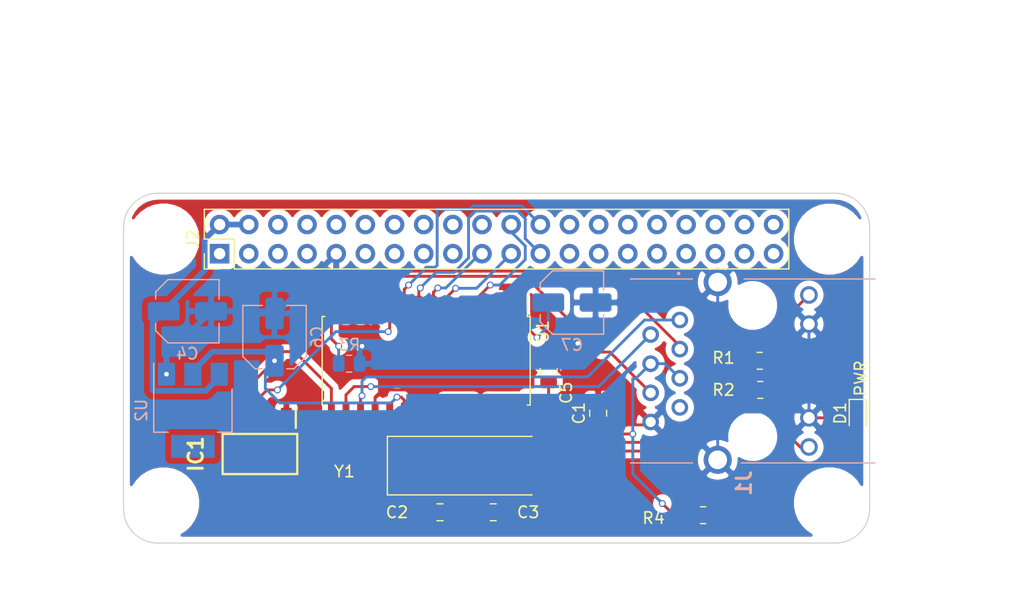
<source format=kicad_pcb>
(kicad_pcb (version 20171130) (host pcbnew "(5.1.9)-1")

  (general
    (thickness 1.6)
    (drawings 18)
    (tracks 248)
    (zones 0)
    (modules 22)
    (nets 58)
  )

  (page A4)
  (layers
    (0 F.Cu signal)
    (31 B.Cu signal)
    (34 B.Paste user)
    (35 F.Paste user)
    (36 B.SilkS user)
    (37 F.SilkS user)
    (38 B.Mask user)
    (39 F.Mask user)
    (40 Dwgs.User user)
    (41 Cmts.User user)
    (44 Edge.Cuts user)
    (45 Margin user)
    (46 B.CrtYd user)
    (47 F.CrtYd user)
    (48 B.Fab user)
    (49 F.Fab user)
  )

  (setup
    (last_trace_width 0.25)
    (user_trace_width 0.25)
    (user_trace_width 0.5)
    (user_trace_width 1)
    (user_trace_width 1.5)
    (trace_clearance 0.2)
    (zone_clearance 0.508)
    (zone_45_only no)
    (trace_min 0.01)
    (via_size 0.6)
    (via_drill 0.4)
    (via_min_size 0.4)
    (via_min_drill 0.3)
    (uvia_size 0.3)
    (uvia_drill 0.1)
    (uvias_allowed no)
    (uvia_min_size 0.2)
    (uvia_min_drill 0.1)
    (edge_width 0.1)
    (segment_width 0.2)
    (pcb_text_width 0.3)
    (pcb_text_size 1.5 1.5)
    (mod_edge_width 0.15)
    (mod_text_size 1 1)
    (mod_text_width 0.15)
    (pad_size 2.75 2.75)
    (pad_drill 2.75)
    (pad_to_mask_clearance 0)
    (aux_axis_origin 0 0)
    (visible_elements 7FFFFFFF)
    (pcbplotparams
      (layerselection 0x010f0_ffffffff)
      (usegerberextensions false)
      (usegerberattributes false)
      (usegerberadvancedattributes false)
      (creategerberjobfile false)
      (excludeedgelayer true)
      (linewidth 0.100000)
      (plotframeref false)
      (viasonmask false)
      (mode 1)
      (useauxorigin false)
      (hpglpennumber 1)
      (hpglpenspeed 20)
      (hpglpendiameter 15.000000)
      (psnegative false)
      (psa4output false)
      (plotreference true)
      (plotvalue true)
      (plotinvisibletext false)
      (padsonsilk false)
      (subtractmaskfromsilk false)
      (outputformat 1)
      (mirror false)
      (drillshape 0)
      (scaleselection 1)
      (outputdirectory "meta/"))
  )

  (net 0 "")
  (net 1 "Net-(J1-Pad12)")
  (net 2 "Net-(J1-Pad7)")
  (net 3 "Net-(J1-Pad9)")
  (net 4 "Net-(J2-Pad1)")
  (net 5 "Net-(J2-Pad3)")
  (net 6 "Net-(J2-Pad5)")
  (net 7 "Net-(J2-Pad6)")
  (net 8 "Net-(J2-Pad7)")
  (net 9 "Net-(J2-Pad8)")
  (net 10 "Net-(J2-Pad10)")
  (net 11 "Net-(J2-Pad11)")
  (net 12 "Net-(J2-Pad12)")
  (net 13 "Net-(J2-Pad13)")
  (net 14 "Net-(J2-Pad14)")
  (net 15 "Net-(J2-Pad15)")
  (net 16 "Net-(J2-Pad16)")
  (net 17 "Net-(J2-Pad17)")
  (net 18 "Net-(J2-Pad18)")
  (net 19 "Net-(J2-Pad20)")
  (net 20 "Net-(J2-Pad25)")
  (net 21 "Net-(J2-Pad26)")
  (net 22 "Net-(J2-Pad27)")
  (net 23 "Net-(J2-Pad28)")
  (net 24 "Net-(J2-Pad29)")
  (net 25 "Net-(J2-Pad30)")
  (net 26 "Net-(J2-Pad31)")
  (net 27 "Net-(J2-Pad32)")
  (net 28 "Net-(J2-Pad33)")
  (net 29 "Net-(J2-Pad34)")
  (net 30 "Net-(J2-Pad35)")
  (net 31 "Net-(J2-Pad36)")
  (net 32 "Net-(J2-Pad37)")
  (net 33 "Net-(J2-Pad38)")
  (net 34 "Net-(J2-Pad39)")
  (net 35 "Net-(J2-Pad40)")
  (net 36 "Net-(U1-Pad5)")
  (net 37 "Net-(U1-Pad3)")
  (net 38 "Net-(IC1-Pad2)")
  (net 39 /TPOUT+)
  (net 40 /TPOUT-)
  (net 41 /TPIN+)
  (net 42 +3V3)
  (net 43 GND)
  (net 44 /CS)
  (net 45 /SCK)
  (net 46 /INT)
  (net 47 /MISO)
  (net 48 /MOSI)
  (net 49 +5V)
  (net 50 /LEDA)
  (net 51 /LEDB)
  (net 52 "Net-(C3-Pad2)")
  (net 53 "Net-(C2-Pad1)")
  (net 54 "Net-(R3-Pad2)")
  (net 55 /TPIN-)
  (net 56 "Net-(C7-Pad1)")
  (net 57 "Net-(D1-Pad2)")

  (net_class Default "This is the default net class."
    (clearance 0.2)
    (trace_width 0.25)
    (via_dia 0.6)
    (via_drill 0.4)
    (uvia_dia 0.3)
    (uvia_drill 0.1)
    (add_net +3V3)
    (add_net +5V)
    (add_net /CS)
    (add_net /INT)
    (add_net /LEDA)
    (add_net /LEDB)
    (add_net /MISO)
    (add_net /MOSI)
    (add_net /SCK)
    (add_net /TPIN+)
    (add_net /TPIN-)
    (add_net /TPOUT+)
    (add_net /TPOUT-)
    (add_net GND)
    (add_net "Net-(C2-Pad1)")
    (add_net "Net-(C3-Pad2)")
    (add_net "Net-(C7-Pad1)")
    (add_net "Net-(D1-Pad2)")
    (add_net "Net-(IC1-Pad2)")
    (add_net "Net-(J1-Pad12)")
    (add_net "Net-(J1-Pad7)")
    (add_net "Net-(J1-Pad9)")
    (add_net "Net-(J2-Pad1)")
    (add_net "Net-(J2-Pad10)")
    (add_net "Net-(J2-Pad11)")
    (add_net "Net-(J2-Pad12)")
    (add_net "Net-(J2-Pad13)")
    (add_net "Net-(J2-Pad14)")
    (add_net "Net-(J2-Pad15)")
    (add_net "Net-(J2-Pad16)")
    (add_net "Net-(J2-Pad17)")
    (add_net "Net-(J2-Pad18)")
    (add_net "Net-(J2-Pad20)")
    (add_net "Net-(J2-Pad25)")
    (add_net "Net-(J2-Pad26)")
    (add_net "Net-(J2-Pad27)")
    (add_net "Net-(J2-Pad28)")
    (add_net "Net-(J2-Pad29)")
    (add_net "Net-(J2-Pad3)")
    (add_net "Net-(J2-Pad30)")
    (add_net "Net-(J2-Pad31)")
    (add_net "Net-(J2-Pad32)")
    (add_net "Net-(J2-Pad33)")
    (add_net "Net-(J2-Pad34)")
    (add_net "Net-(J2-Pad35)")
    (add_net "Net-(J2-Pad36)")
    (add_net "Net-(J2-Pad37)")
    (add_net "Net-(J2-Pad38)")
    (add_net "Net-(J2-Pad39)")
    (add_net "Net-(J2-Pad40)")
    (add_net "Net-(J2-Pad5)")
    (add_net "Net-(J2-Pad6)")
    (add_net "Net-(J2-Pad7)")
    (add_net "Net-(J2-Pad8)")
    (add_net "Net-(R3-Pad2)")
    (add_net "Net-(U1-Pad3)")
    (add_net "Net-(U1-Pad5)")
  )

  (module EthShield:HR911105A (layer B.Cu) (tedit 61275895) (tstamp 6127BC8D)
    (at 60.96 35.052 90)
    (descr HR911105A-1)
    (tags Connector)
    (path /6129EC5C)
    (fp_text reference J1 (at -14.224 5.588 90) (layer B.SilkS)
      (effects (font (size 1.27 1.27) (thickness 0.254)) (justify mirror))
    )
    (fp_text value HR911105A (at -4.45 6.35 90) (layer B.SilkS) hide
      (effects (font (size 1.27 1.27) (thickness 0.254)) (justify mirror))
    )
    (fp_line (start 4.05 -0.15) (end 4.05 -0.15) (layer B.SilkS) (width 0.2))
    (fp_line (start 4.05 -0.05) (end 4.05 -0.05) (layer B.SilkS) (width 0.2))
    (fp_line (start 4.05 -0.15) (end 4.05 -0.15) (layer B.SilkS) (width 0.2))
    (fp_line (start -12.465 -4.3) (end -12.465 1.1) (layer B.SilkS) (width 0.1))
    (fp_line (start -12.465 -4.3) (end -12.465 -4.3) (layer B.SilkS) (width 0.1))
    (fp_line (start -12.465 1.1) (end -12.465 -4.3) (layer B.SilkS) (width 0.1))
    (fp_line (start -12.465 1.1) (end -12.465 1.1) (layer B.SilkS) (width 0.1))
    (fp_line (start 3.575 -4.3) (end 3.575 1.1) (layer B.SilkS) (width 0.1))
    (fp_line (start 3.575 -4.3) (end 3.575 -4.3) (layer B.SilkS) (width 0.1))
    (fp_line (start 3.575 1.1) (end 3.575 -4.3) (layer B.SilkS) (width 0.1))
    (fp_line (start 3.575 1.1) (end 3.575 1.1) (layer B.SilkS) (width 0.1))
    (fp_line (start 3.575 5.6) (end 3.575 17) (layer B.SilkS) (width 0.1))
    (fp_line (start 3.575 5.6) (end 3.575 5.6) (layer B.SilkS) (width 0.1))
    (fp_line (start 3.575 17) (end 3.575 5.6) (layer B.SilkS) (width 0.1))
    (fp_line (start 3.575 17) (end 3.575 17) (layer B.SilkS) (width 0.1))
    (fp_line (start -12.465 17) (end -12.465 5.35) (layer B.SilkS) (width 0.1))
    (fp_line (start -12.465 17) (end -12.465 17) (layer B.SilkS) (width 0.1))
    (fp_line (start -12.465 5.35) (end -12.465 17) (layer B.SilkS) (width 0.1))
    (fp_line (start -12.465 5.35) (end -12.465 5.35) (layer B.SilkS) (width 0.1))
    (fp_line (start -14.417 -5.3) (end -14.417 18) (layer B.CrtYd) (width 0.1))
    (fp_line (start 5.518 -5.3) (end -14.417 -5.3) (layer B.CrtYd) (width 0.1))
    (fp_line (start 5.518 18) (end 5.518 -5.3) (layer B.CrtYd) (width 0.1))
    (fp_line (start -14.417 18) (end 5.518 18) (layer B.CrtYd) (width 0.1))
    (fp_line (start -12.465 17) (end -12.465 -4.3) (layer B.Fab) (width 0.2))
    (fp_line (start 3.575 17) (end -12.465 17) (layer B.Fab) (width 0.2))
    (fp_line (start 3.575 -4.3) (end 3.575 17) (layer B.Fab) (width 0.2))
    (fp_line (start -12.465 -4.3) (end 3.575 -4.3) (layer B.Fab) (width 0.2))
    (fp_text user %R (at -4.45 6.35 90) (layer B.Fab)
      (effects (font (size 1.27 1.27) (thickness 0.254)) (justify mirror))
    )
    (fp_arc (start 4.05 -0.1) (end 4.05 -0.15) (angle 180) (layer B.SilkS) (width 0.2))
    (fp_arc (start 4.05 -0.1) (end 4.05 -0.05) (angle 180) (layer B.SilkS) (width 0.2))
    (fp_arc (start 4.05 -0.1) (end 4.05 -0.15) (angle 180) (layer B.SilkS) (width 0.2))
    (pad 1 thru_hole circle (at 0 0 90) (size 1.446 1.446) (drill 0.89) (layers *.Cu *.Mask)
      (net 39 /TPOUT+))
    (pad 2 thru_hole circle (at -1.27 -2.54 90) (size 1.446 1.446) (drill 0.89) (layers *.Cu *.Mask)
      (net 40 /TPOUT-))
    (pad 3 thru_hole circle (at -2.54 0 90) (size 1.446 1.446) (drill 0.89) (layers *.Cu *.Mask)
      (net 41 /TPIN+))
    (pad 4 thru_hole circle (at -3.81 -2.54 90) (size 1.446 1.446) (drill 0.89) (layers *.Cu *.Mask)
      (net 42 +3V3))
    (pad 5 thru_hole circle (at -5.08 0 90) (size 1.446 1.446) (drill 0.89) (layers *.Cu *.Mask)
      (net 42 +3V3))
    (pad 6 thru_hole circle (at -6.35 -2.54 90) (size 1.446 1.446) (drill 0.89) (layers *.Cu *.Mask)
      (net 55 /TPIN-))
    (pad 7 thru_hole circle (at -7.62 0 90) (size 1.446 1.446) (drill 0.89) (layers *.Cu *.Mask)
      (net 2 "Net-(J1-Pad7)"))
    (pad 8 thru_hole circle (at -8.89 -2.54 90) (size 1.446 1.446) (drill 0.89) (layers *.Cu *.Mask)
      (net 43 GND))
    (pad 9 thru_hole circle (at 2.18 11.25 90) (size 1.53 1.53) (drill 1.02) (layers *.Cu *.Mask)
      (net 3 "Net-(J1-Pad9)"))
    (pad 10 thru_hole circle (at -0.36 11.25 90) (size 1.53 1.53) (drill 1.02) (layers *.Cu *.Mask)
      (net 43 GND))
    (pad 11 thru_hole circle (at -8.53 11.25 90) (size 1.53 1.53) (drill 1.02) (layers *.Cu *.Mask)
      (net 43 GND))
    (pad 12 thru_hole circle (at -11.07 11.25 90) (size 1.53 1.53) (drill 1.02) (layers *.Cu *.Mask)
      (net 1 "Net-(J1-Pad12)"))
    (pad MH1 thru_hole circle (at 3.3 3.3 90) (size 2.445 2.445) (drill 1.63) (layers *.Cu *.Mask)
      (net 43 GND))
    (pad MH2 thru_hole circle (at -12.19 3.3 90) (size 2.445 2.445) (drill 1.63) (layers *.Cu *.Mask)
      (net 43 GND))
    (pad MH3 np_thru_hole circle (at 1.27 6.35 90) (size 3.25 0) (drill 3.25) (layers *.Cu *.Mask))
    (pad MH4 np_thru_hole circle (at -10.16 6.35 90) (size 3.25 0) (drill 3.25) (layers *.Cu *.Mask))
    (model HR911105A.stp
      (offset (xyz 3.489999957122153 17.31999943470385 13.5299995297711))
      (scale (xyz 1 1 1))
      (rotate (xyz -90 0 -180))
    )
    (model ${KIPRJMOD}/HR911105A/3D/HR911105A.stp
      (offset (xyz 3.5 17.25 14))
      (scale (xyz 1 1 1))
      (rotate (xyz -90 0 180))
    )
  )

  (module Package_TO_SOT_SMD:SOT-223 (layer B.Cu) (tedit 5A02FF57) (tstamp 6127D7A7)
    (at 18.542 42.926 270)
    (descr "module CMS SOT223 4 pins")
    (tags "CMS SOT")
    (path /612889DB)
    (attr smd)
    (fp_text reference U2 (at 0 4.5 90) (layer B.SilkS)
      (effects (font (size 1 1) (thickness 0.15)) (justify mirror))
    )
    (fp_text value LM1117-3.3 (at 0 -4.5 90) (layer B.Fab)
      (effects (font (size 1 1) (thickness 0.15)) (justify mirror))
    )
    (fp_line (start -1.85 2.3) (end -0.8 3.35) (layer B.Fab) (width 0.1))
    (fp_line (start 1.91 -3.41) (end 1.91 -2.15) (layer B.SilkS) (width 0.12))
    (fp_line (start 1.91 3.41) (end 1.91 2.15) (layer B.SilkS) (width 0.12))
    (fp_line (start 4.4 3.6) (end -4.4 3.6) (layer B.CrtYd) (width 0.05))
    (fp_line (start 4.4 -3.6) (end 4.4 3.6) (layer B.CrtYd) (width 0.05))
    (fp_line (start -4.4 -3.6) (end 4.4 -3.6) (layer B.CrtYd) (width 0.05))
    (fp_line (start -4.4 3.6) (end -4.4 -3.6) (layer B.CrtYd) (width 0.05))
    (fp_line (start -1.85 2.3) (end -1.85 -3.35) (layer B.Fab) (width 0.1))
    (fp_line (start -1.85 -3.41) (end 1.91 -3.41) (layer B.SilkS) (width 0.12))
    (fp_line (start -0.8 3.35) (end 1.85 3.35) (layer B.Fab) (width 0.1))
    (fp_line (start -4.1 3.41) (end 1.91 3.41) (layer B.SilkS) (width 0.12))
    (fp_line (start -1.85 -3.35) (end 1.85 -3.35) (layer B.Fab) (width 0.1))
    (fp_line (start 1.85 3.35) (end 1.85 -3.35) (layer B.Fab) (width 0.1))
    (fp_text user %R (at 0 0 180) (layer B.Fab)
      (effects (font (size 0.8 0.8) (thickness 0.12)) (justify mirror))
    )
    (pad 1 smd rect (at -3.15 2.3 270) (size 2 1.5) (layers B.Cu B.Paste B.Mask)
      (net 43 GND))
    (pad 3 smd rect (at -3.15 -2.3 270) (size 2 1.5) (layers B.Cu B.Paste B.Mask)
      (net 49 +5V))
    (pad 2 smd rect (at -3.15 0 270) (size 2 1.5) (layers B.Cu B.Paste B.Mask)
      (net 42 +3V3))
    (pad 4 smd rect (at 3.15 0 270) (size 2 3.8) (layers B.Cu B.Paste B.Mask))
    (model ${KISYS3DMOD}/Package_TO_SOT_SMD.3dshapes/SOT-223.wrl
      (at (xyz 0 0 0))
      (scale (xyz 1 1 1))
      (rotate (xyz 0 0 0))
    )
  )

  (module Crystal:Crystal_SMD_HC49-SD (layer F.Cu) (tedit 5A1AD52C) (tstamp 6127CE2A)
    (at 42.184 47.752)
    (descr "SMD Crystal HC-49-SD http://cdn-reichelt.de/documents/datenblatt/B400/xxx-HC49-SMD.pdf, 11.4x4.7mm^2 package")
    (tags "SMD SMT crystal")
    (path /6129FE33)
    (attr smd)
    (fp_text reference Y1 (at -10.434 0.508) (layer F.SilkS)
      (effects (font (size 1 1) (thickness 0.15)))
    )
    (fp_text value Crystal (at 0 3.55) (layer F.Fab)
      (effects (font (size 1 1) (thickness 0.15)))
    )
    (fp_line (start -5.7 -2.35) (end -5.7 2.35) (layer F.Fab) (width 0.1))
    (fp_line (start -5.7 2.35) (end 5.7 2.35) (layer F.Fab) (width 0.1))
    (fp_line (start 5.7 2.35) (end 5.7 -2.35) (layer F.Fab) (width 0.1))
    (fp_line (start 5.7 -2.35) (end -5.7 -2.35) (layer F.Fab) (width 0.1))
    (fp_line (start -3.015 -2.115) (end 3.015 -2.115) (layer F.Fab) (width 0.1))
    (fp_line (start -3.015 2.115) (end 3.015 2.115) (layer F.Fab) (width 0.1))
    (fp_line (start 5.9 -2.55) (end -6.7 -2.55) (layer F.SilkS) (width 0.12))
    (fp_line (start -6.7 -2.55) (end -6.7 2.55) (layer F.SilkS) (width 0.12))
    (fp_line (start -6.7 2.55) (end 5.9 2.55) (layer F.SilkS) (width 0.12))
    (fp_line (start -6.8 -2.6) (end -6.8 2.6) (layer F.CrtYd) (width 0.05))
    (fp_line (start -6.8 2.6) (end 6.8 2.6) (layer F.CrtYd) (width 0.05))
    (fp_line (start 6.8 2.6) (end 6.8 -2.6) (layer F.CrtYd) (width 0.05))
    (fp_line (start 6.8 -2.6) (end -6.8 -2.6) (layer F.CrtYd) (width 0.05))
    (fp_arc (start 3.015 0) (end 3.015 -2.115) (angle 180) (layer F.Fab) (width 0.1))
    (fp_arc (start -3.015 0) (end -3.015 -2.115) (angle -180) (layer F.Fab) (width 0.1))
    (fp_text user %R (at 0 0) (layer F.Fab)
      (effects (font (size 1 1) (thickness 0.15)))
    )
    (pad 2 smd rect (at 4.25 0) (size 4.5 2) (layers F.Cu F.Paste F.Mask)
      (net 52 "Net-(C3-Pad2)"))
    (pad 1 smd rect (at -4.25 0) (size 4.5 2) (layers F.Cu F.Paste F.Mask)
      (net 53 "Net-(C2-Pad1)"))
    (model ${KISYS3DMOD}/Crystal.3dshapes/Crystal_SMD_HC49-SD.wrl
      (at (xyz 0 0 0))
      (scale (xyz 1 1 1))
      (rotate (xyz 0 0 0))
    )
  )

  (module Resistor_SMD:R_0805_2012Metric (layer F.Cu) (tedit 5F68FEEE) (tstamp 6127CDB0)
    (at 62.992 52.07 180)
    (descr "Resistor SMD 0805 (2012 Metric), square (rectangular) end terminal, IPC_7351 nominal, (Body size source: IPC-SM-782 page 72, https://www.pcb-3d.com/wordpress/wp-content/uploads/ipc-sm-782a_amendment_1_and_2.pdf), generated with kicad-footprint-generator")
    (tags resistor)
    (path /612E0DE3)
    (attr smd)
    (fp_text reference R4 (at 4.318 -0.254) (layer F.SilkS)
      (effects (font (size 1 1) (thickness 0.15)))
    )
    (fp_text value 680 (at 0 1.65) (layer F.Fab)
      (effects (font (size 1 1) (thickness 0.15)))
    )
    (fp_line (start -1 0.625) (end -1 -0.625) (layer F.Fab) (width 0.1))
    (fp_line (start -1 -0.625) (end 1 -0.625) (layer F.Fab) (width 0.1))
    (fp_line (start 1 -0.625) (end 1 0.625) (layer F.Fab) (width 0.1))
    (fp_line (start 1 0.625) (end -1 0.625) (layer F.Fab) (width 0.1))
    (fp_line (start -0.227064 -0.735) (end 0.227064 -0.735) (layer F.SilkS) (width 0.12))
    (fp_line (start -0.227064 0.735) (end 0.227064 0.735) (layer F.SilkS) (width 0.12))
    (fp_line (start -1.68 0.95) (end -1.68 -0.95) (layer F.CrtYd) (width 0.05))
    (fp_line (start -1.68 -0.95) (end 1.68 -0.95) (layer F.CrtYd) (width 0.05))
    (fp_line (start 1.68 -0.95) (end 1.68 0.95) (layer F.CrtYd) (width 0.05))
    (fp_line (start 1.68 0.95) (end -1.68 0.95) (layer F.CrtYd) (width 0.05))
    (fp_text user %R (at 0 0) (layer F.Fab)
      (effects (font (size 0.5 0.5) (thickness 0.08)))
    )
    (pad 2 smd roundrect (at 0.9125 0 180) (size 1.025 1.4) (layers F.Cu F.Paste F.Mask) (roundrect_rratio 0.2439004878048781)
      (net 42 +3V3))
    (pad 1 smd roundrect (at -0.9125 0 180) (size 1.025 1.4) (layers F.Cu F.Paste F.Mask) (roundrect_rratio 0.2439004878048781)
      (net 57 "Net-(D1-Pad2)"))
    (model ${KISYS3DMOD}/Resistor_SMD.3dshapes/R_0805_2012Metric.wrl
      (at (xyz 0 0 0))
      (scale (xyz 1 1 1))
      (rotate (xyz 0 0 0))
    )
  )

  (module Resistor_SMD:R_0805_2012Metric (layer B.Cu) (tedit 5F68FEEE) (tstamp 6127CD9F)
    (at 32.1545 38.862 180)
    (descr "Resistor SMD 0805 (2012 Metric), square (rectangular) end terminal, IPC_7351 nominal, (Body size source: IPC-SM-782 page 72, https://www.pcb-3d.com/wordpress/wp-content/uploads/ipc-sm-782a_amendment_1_and_2.pdf), generated with kicad-footprint-generator")
    (tags resistor)
    (path /6129A866)
    (attr smd)
    (fp_text reference R3 (at 0 1.65) (layer B.SilkS)
      (effects (font (size 1 1) (thickness 0.15)) (justify mirror))
    )
    (fp_text value 1k (at 0 -1.65) (layer B.Fab)
      (effects (font (size 1 1) (thickness 0.15)) (justify mirror))
    )
    (fp_line (start -1 -0.625) (end -1 0.625) (layer B.Fab) (width 0.1))
    (fp_line (start -1 0.625) (end 1 0.625) (layer B.Fab) (width 0.1))
    (fp_line (start 1 0.625) (end 1 -0.625) (layer B.Fab) (width 0.1))
    (fp_line (start 1 -0.625) (end -1 -0.625) (layer B.Fab) (width 0.1))
    (fp_line (start -0.227064 0.735) (end 0.227064 0.735) (layer B.SilkS) (width 0.12))
    (fp_line (start -0.227064 -0.735) (end 0.227064 -0.735) (layer B.SilkS) (width 0.12))
    (fp_line (start -1.68 -0.95) (end -1.68 0.95) (layer B.CrtYd) (width 0.05))
    (fp_line (start -1.68 0.95) (end 1.68 0.95) (layer B.CrtYd) (width 0.05))
    (fp_line (start 1.68 0.95) (end 1.68 -0.95) (layer B.CrtYd) (width 0.05))
    (fp_line (start 1.68 -0.95) (end -1.68 -0.95) (layer B.CrtYd) (width 0.05))
    (fp_text user %R (at 0 0) (layer B.Fab)
      (effects (font (size 0.5 0.5) (thickness 0.08)) (justify mirror))
    )
    (pad 2 smd roundrect (at 0.9125 0 180) (size 1.025 1.4) (layers B.Cu B.Paste B.Mask) (roundrect_rratio 0.2439004878048781)
      (net 54 "Net-(R3-Pad2)"))
    (pad 1 smd roundrect (at -0.9125 0 180) (size 1.025 1.4) (layers B.Cu B.Paste B.Mask) (roundrect_rratio 0.2439004878048781)
      (net 43 GND))
    (model ${KISYS3DMOD}/Resistor_SMD.3dshapes/R_0805_2012Metric.wrl
      (at (xyz 0 0 0))
      (scale (xyz 1 1 1))
      (rotate (xyz 0 0 0))
    )
  )

  (module Resistor_SMD:R_0805_2012Metric (layer F.Cu) (tedit 5F68FEEE) (tstamp 6127CD8E)
    (at 67.9685 41.148 180)
    (descr "Resistor SMD 0805 (2012 Metric), square (rectangular) end terminal, IPC_7351 nominal, (Body size source: IPC-SM-782 page 72, https://www.pcb-3d.com/wordpress/wp-content/uploads/ipc-sm-782a_amendment_1_and_2.pdf), generated with kicad-footprint-generator")
    (tags resistor)
    (path /6127DE14)
    (attr smd)
    (fp_text reference R2 (at 3.1985 0) (layer F.SilkS)
      (effects (font (size 1 1) (thickness 0.15)))
    )
    (fp_text value 680 (at 0 1.65) (layer F.Fab)
      (effects (font (size 1 1) (thickness 0.15)))
    )
    (fp_line (start -1 0.625) (end -1 -0.625) (layer F.Fab) (width 0.1))
    (fp_line (start -1 -0.625) (end 1 -0.625) (layer F.Fab) (width 0.1))
    (fp_line (start 1 -0.625) (end 1 0.625) (layer F.Fab) (width 0.1))
    (fp_line (start 1 0.625) (end -1 0.625) (layer F.Fab) (width 0.1))
    (fp_line (start -0.227064 -0.735) (end 0.227064 -0.735) (layer F.SilkS) (width 0.12))
    (fp_line (start -0.227064 0.735) (end 0.227064 0.735) (layer F.SilkS) (width 0.12))
    (fp_line (start -1.68 0.95) (end -1.68 -0.95) (layer F.CrtYd) (width 0.05))
    (fp_line (start -1.68 -0.95) (end 1.68 -0.95) (layer F.CrtYd) (width 0.05))
    (fp_line (start 1.68 -0.95) (end 1.68 0.95) (layer F.CrtYd) (width 0.05))
    (fp_line (start 1.68 0.95) (end -1.68 0.95) (layer F.CrtYd) (width 0.05))
    (fp_text user %R (at 0 0) (layer F.Fab)
      (effects (font (size 0.5 0.5) (thickness 0.08)))
    )
    (pad 2 smd roundrect (at 0.9125 0 180) (size 1.025 1.4) (layers F.Cu F.Paste F.Mask) (roundrect_rratio 0.2439004878048781)
      (net 51 /LEDB))
    (pad 1 smd roundrect (at -0.9125 0 180) (size 1.025 1.4) (layers F.Cu F.Paste F.Mask) (roundrect_rratio 0.2439004878048781)
      (net 1 "Net-(J1-Pad12)"))
    (model ${KISYS3DMOD}/Resistor_SMD.3dshapes/R_0805_2012Metric.wrl
      (at (xyz 0 0 0))
      (scale (xyz 1 1 1))
      (rotate (xyz 0 0 0))
    )
  )

  (module Resistor_SMD:R_0805_2012Metric (layer F.Cu) (tedit 5F68FEEE) (tstamp 6127CD7D)
    (at 67.9215 38.608 180)
    (descr "Resistor SMD 0805 (2012 Metric), square (rectangular) end terminal, IPC_7351 nominal, (Body size source: IPC-SM-782 page 72, https://www.pcb-3d.com/wordpress/wp-content/uploads/ipc-sm-782a_amendment_1_and_2.pdf), generated with kicad-footprint-generator")
    (tags resistor)
    (path /6127D438)
    (attr smd)
    (fp_text reference R1 (at 3.1515 0.254) (layer F.SilkS)
      (effects (font (size 1 1) (thickness 0.15)))
    )
    (fp_text value 680 (at 0 1.65) (layer F.Fab)
      (effects (font (size 1 1) (thickness 0.15)))
    )
    (fp_line (start -1 0.625) (end -1 -0.625) (layer F.Fab) (width 0.1))
    (fp_line (start -1 -0.625) (end 1 -0.625) (layer F.Fab) (width 0.1))
    (fp_line (start 1 -0.625) (end 1 0.625) (layer F.Fab) (width 0.1))
    (fp_line (start 1 0.625) (end -1 0.625) (layer F.Fab) (width 0.1))
    (fp_line (start -0.227064 -0.735) (end 0.227064 -0.735) (layer F.SilkS) (width 0.12))
    (fp_line (start -0.227064 0.735) (end 0.227064 0.735) (layer F.SilkS) (width 0.12))
    (fp_line (start -1.68 0.95) (end -1.68 -0.95) (layer F.CrtYd) (width 0.05))
    (fp_line (start -1.68 -0.95) (end 1.68 -0.95) (layer F.CrtYd) (width 0.05))
    (fp_line (start 1.68 -0.95) (end 1.68 0.95) (layer F.CrtYd) (width 0.05))
    (fp_line (start 1.68 0.95) (end -1.68 0.95) (layer F.CrtYd) (width 0.05))
    (fp_text user %R (at 0 0) (layer F.Fab)
      (effects (font (size 0.5 0.5) (thickness 0.08)))
    )
    (pad 2 smd roundrect (at 0.9125 0 180) (size 1.025 1.4) (layers F.Cu F.Paste F.Mask) (roundrect_rratio 0.2439004878048781)
      (net 50 /LEDA))
    (pad 1 smd roundrect (at -0.9125 0 180) (size 1.025 1.4) (layers F.Cu F.Paste F.Mask) (roundrect_rratio 0.2439004878048781)
      (net 3 "Net-(J1-Pad9)"))
    (model ${KISYS3DMOD}/Resistor_SMD.3dshapes/R_0805_2012Metric.wrl
      (at (xyz 0 0 0))
      (scale (xyz 1 1 1))
      (rotate (xyz 0 0 0))
    )
  )

  (module LED_SMD:LED_0603_1608Metric (layer F.Cu) (tedit 5F68FEF1) (tstamp 6127CC62)
    (at 76.454 43.4595 270)
    (descr "LED SMD 0603 (1608 Metric), square (rectangular) end terminal, IPC_7351 nominal, (Body size source: http://www.tortai-tech.com/upload/download/2011102023233369053.pdf), generated with kicad-footprint-generator")
    (tags LED)
    (path /612E03F4)
    (attr smd)
    (fp_text reference D1 (at -0.2795 1.524 90) (layer F.SilkS)
      (effects (font (size 1 1) (thickness 0.15)))
    )
    (fp_text value LED (at 0 1.43 180) (layer F.Fab)
      (effects (font (size 1 1) (thickness 0.15)))
    )
    (fp_line (start 0.8 -0.4) (end -0.5 -0.4) (layer F.Fab) (width 0.1))
    (fp_line (start -0.5 -0.4) (end -0.8 -0.1) (layer F.Fab) (width 0.1))
    (fp_line (start -0.8 -0.1) (end -0.8 0.4) (layer F.Fab) (width 0.1))
    (fp_line (start -0.8 0.4) (end 0.8 0.4) (layer F.Fab) (width 0.1))
    (fp_line (start 0.8 0.4) (end 0.8 -0.4) (layer F.Fab) (width 0.1))
    (fp_line (start 0.8 -0.735) (end -1.485 -0.735) (layer F.SilkS) (width 0.12))
    (fp_line (start -1.485 -0.735) (end -1.485 0.735) (layer F.SilkS) (width 0.12))
    (fp_line (start -1.485 0.735) (end 0.8 0.735) (layer F.SilkS) (width 0.12))
    (fp_line (start -1.48 0.73) (end -1.48 -0.73) (layer F.CrtYd) (width 0.05))
    (fp_line (start -1.48 -0.73) (end 1.48 -0.73) (layer F.CrtYd) (width 0.05))
    (fp_line (start 1.48 -0.73) (end 1.48 0.73) (layer F.CrtYd) (width 0.05))
    (fp_line (start 1.48 0.73) (end -1.48 0.73) (layer F.CrtYd) (width 0.05))
    (fp_text user %R (at 0 0 90) (layer F.Fab)
      (effects (font (size 0.4 0.4) (thickness 0.06)))
    )
    (pad 2 smd roundrect (at 0.7875 0 270) (size 0.875 0.95) (layers F.Cu F.Paste F.Mask) (roundrect_rratio 0.25)
      (net 57 "Net-(D1-Pad2)"))
    (pad 1 smd roundrect (at -0.7875 0 270) (size 0.875 0.95) (layers F.Cu F.Paste F.Mask) (roundrect_rratio 0.25)
      (net 43 GND))
    (model ${KISYS3DMOD}/LED_SMD.3dshapes/LED_0603_1608Metric.wrl
      (at (xyz 0 0 0))
      (scale (xyz 1 1 1))
      (rotate (xyz 0 0 0))
    )
  )

  (module Capacitor_SMD:C_Elec_5x5.4 (layer B.Cu) (tedit 5BC8D926) (tstamp 6127CC4F)
    (at 51.562 33.528)
    (descr "SMD capacitor, aluminum electrolytic nonpolar, 5.0x5.4mm")
    (tags "capacitor electrolyic nonpolar")
    (path /6127B423)
    (attr smd)
    (fp_text reference C7 (at 0 3.7) (layer B.SilkS)
      (effects (font (size 1 1) (thickness 0.15)) (justify mirror))
    )
    (fp_text value 22u (at 0 -3.7) (layer B.Fab)
      (effects (font (size 1 1) (thickness 0.15)) (justify mirror))
    )
    (fp_circle (center 0 0) (end 2.5 0) (layer B.Fab) (width 0.1))
    (fp_line (start 2.65 2.65) (end 2.65 -2.65) (layer B.Fab) (width 0.1))
    (fp_line (start -1.65 2.65) (end 2.65 2.65) (layer B.Fab) (width 0.1))
    (fp_line (start -1.65 -2.65) (end 2.65 -2.65) (layer B.Fab) (width 0.1))
    (fp_line (start -2.65 1.65) (end -2.65 -1.65) (layer B.Fab) (width 0.1))
    (fp_line (start -2.65 1.65) (end -1.65 2.65) (layer B.Fab) (width 0.1))
    (fp_line (start -2.65 -1.65) (end -1.65 -2.65) (layer B.Fab) (width 0.1))
    (fp_line (start 2.76 -2.76) (end 2.76 -1.06) (layer B.SilkS) (width 0.12))
    (fp_line (start 2.76 2.76) (end 2.76 1.06) (layer B.SilkS) (width 0.12))
    (fp_line (start -1.695563 2.76) (end 2.76 2.76) (layer B.SilkS) (width 0.12))
    (fp_line (start -1.695563 -2.76) (end 2.76 -2.76) (layer B.SilkS) (width 0.12))
    (fp_line (start -2.76 -1.695563) (end -2.76 -1.06) (layer B.SilkS) (width 0.12))
    (fp_line (start -2.76 1.695563) (end -2.76 1.06) (layer B.SilkS) (width 0.12))
    (fp_line (start -2.76 1.695563) (end -1.695563 2.76) (layer B.SilkS) (width 0.12))
    (fp_line (start -2.76 -1.695563) (end -1.695563 -2.76) (layer B.SilkS) (width 0.12))
    (fp_line (start 2.9 2.9) (end 2.9 1.05) (layer B.CrtYd) (width 0.05))
    (fp_line (start 2.9 1.05) (end 3.7 1.05) (layer B.CrtYd) (width 0.05))
    (fp_line (start 3.7 1.05) (end 3.7 -1.05) (layer B.CrtYd) (width 0.05))
    (fp_line (start 3.7 -1.05) (end 2.9 -1.05) (layer B.CrtYd) (width 0.05))
    (fp_line (start 2.9 -1.05) (end 2.9 -2.9) (layer B.CrtYd) (width 0.05))
    (fp_line (start -1.75 -2.9) (end 2.9 -2.9) (layer B.CrtYd) (width 0.05))
    (fp_line (start -1.75 2.9) (end 2.9 2.9) (layer B.CrtYd) (width 0.05))
    (fp_line (start -2.9 -1.75) (end -1.75 -2.9) (layer B.CrtYd) (width 0.05))
    (fp_line (start -2.9 1.75) (end -1.75 2.9) (layer B.CrtYd) (width 0.05))
    (fp_line (start -2.9 1.75) (end -2.9 1.05) (layer B.CrtYd) (width 0.05))
    (fp_line (start -2.9 -1.05) (end -2.9 -1.75) (layer B.CrtYd) (width 0.05))
    (fp_line (start -2.9 1.05) (end -3.7 1.05) (layer B.CrtYd) (width 0.05))
    (fp_line (start -3.7 1.05) (end -3.7 -1.05) (layer B.CrtYd) (width 0.05))
    (fp_line (start -3.7 -1.05) (end -2.9 -1.05) (layer B.CrtYd) (width 0.05))
    (fp_text user %R (at 0 0) (layer B.Fab)
      (effects (font (size 1 1) (thickness 0.15)) (justify mirror))
    )
    (pad 2 smd roundrect (at 2.0625 0) (size 2.775 1.6) (layers B.Cu B.Paste B.Mask) (roundrect_rratio 0.15625)
      (net 43 GND))
    (pad 1 smd roundrect (at -2.0625 0) (size 2.775 1.6) (layers B.Cu B.Paste B.Mask) (roundrect_rratio 0.15625)
      (net 56 "Net-(C7-Pad1)"))
    (model ${KISYS3DMOD}/Capacitor_SMD.3dshapes/C_Elec_5x5.4.wrl
      (at (xyz 0 0 0))
      (scale (xyz 1 1 1))
      (rotate (xyz 0 0 0))
    )
  )

  (module Capacitor_SMD:C_Elec_5x5.4 (layer B.Cu) (tedit 5BC8D926) (tstamp 6127CC2B)
    (at 25.654 36.5455 90)
    (descr "SMD capacitor, aluminum electrolytic nonpolar, 5.0x5.4mm")
    (tags "capacitor electrolyic nonpolar")
    (path /6128A8B7)
    (attr smd)
    (fp_text reference C6 (at 0 3.7 90) (layer B.SilkS)
      (effects (font (size 1 1) (thickness 0.15)) (justify mirror))
    )
    (fp_text value 22u (at 0 -3.7 90) (layer B.Fab)
      (effects (font (size 1 1) (thickness 0.15)) (justify mirror))
    )
    (fp_circle (center 0 0) (end 2.5 0) (layer B.Fab) (width 0.1))
    (fp_line (start 2.65 2.65) (end 2.65 -2.65) (layer B.Fab) (width 0.1))
    (fp_line (start -1.65 2.65) (end 2.65 2.65) (layer B.Fab) (width 0.1))
    (fp_line (start -1.65 -2.65) (end 2.65 -2.65) (layer B.Fab) (width 0.1))
    (fp_line (start -2.65 1.65) (end -2.65 -1.65) (layer B.Fab) (width 0.1))
    (fp_line (start -2.65 1.65) (end -1.65 2.65) (layer B.Fab) (width 0.1))
    (fp_line (start -2.65 -1.65) (end -1.65 -2.65) (layer B.Fab) (width 0.1))
    (fp_line (start 2.76 -2.76) (end 2.76 -1.06) (layer B.SilkS) (width 0.12))
    (fp_line (start 2.76 2.76) (end 2.76 1.06) (layer B.SilkS) (width 0.12))
    (fp_line (start -1.695563 2.76) (end 2.76 2.76) (layer B.SilkS) (width 0.12))
    (fp_line (start -1.695563 -2.76) (end 2.76 -2.76) (layer B.SilkS) (width 0.12))
    (fp_line (start -2.76 -1.695563) (end -2.76 -1.06) (layer B.SilkS) (width 0.12))
    (fp_line (start -2.76 1.695563) (end -2.76 1.06) (layer B.SilkS) (width 0.12))
    (fp_line (start -2.76 1.695563) (end -1.695563 2.76) (layer B.SilkS) (width 0.12))
    (fp_line (start -2.76 -1.695563) (end -1.695563 -2.76) (layer B.SilkS) (width 0.12))
    (fp_line (start 2.9 2.9) (end 2.9 1.05) (layer B.CrtYd) (width 0.05))
    (fp_line (start 2.9 1.05) (end 3.7 1.05) (layer B.CrtYd) (width 0.05))
    (fp_line (start 3.7 1.05) (end 3.7 -1.05) (layer B.CrtYd) (width 0.05))
    (fp_line (start 3.7 -1.05) (end 2.9 -1.05) (layer B.CrtYd) (width 0.05))
    (fp_line (start 2.9 -1.05) (end 2.9 -2.9) (layer B.CrtYd) (width 0.05))
    (fp_line (start -1.75 -2.9) (end 2.9 -2.9) (layer B.CrtYd) (width 0.05))
    (fp_line (start -1.75 2.9) (end 2.9 2.9) (layer B.CrtYd) (width 0.05))
    (fp_line (start -2.9 -1.75) (end -1.75 -2.9) (layer B.CrtYd) (width 0.05))
    (fp_line (start -2.9 1.75) (end -1.75 2.9) (layer B.CrtYd) (width 0.05))
    (fp_line (start -2.9 1.75) (end -2.9 1.05) (layer B.CrtYd) (width 0.05))
    (fp_line (start -2.9 -1.05) (end -2.9 -1.75) (layer B.CrtYd) (width 0.05))
    (fp_line (start -2.9 1.05) (end -3.7 1.05) (layer B.CrtYd) (width 0.05))
    (fp_line (start -3.7 1.05) (end -3.7 -1.05) (layer B.CrtYd) (width 0.05))
    (fp_line (start -3.7 -1.05) (end -2.9 -1.05) (layer B.CrtYd) (width 0.05))
    (fp_text user %R (at 0 0 90) (layer B.Fab)
      (effects (font (size 1 1) (thickness 0.15)) (justify mirror))
    )
    (pad 2 smd roundrect (at 2.0625 0 90) (size 2.775 1.6) (layers B.Cu B.Paste B.Mask) (roundrect_rratio 0.15625)
      (net 43 GND))
    (pad 1 smd roundrect (at -2.0625 0 90) (size 2.775 1.6) (layers B.Cu B.Paste B.Mask) (roundrect_rratio 0.15625)
      (net 42 +3V3))
    (model ${KISYS3DMOD}/Capacitor_SMD.3dshapes/C_Elec_5x5.4.wrl
      (at (xyz 0 0 0))
      (scale (xyz 1 1 1))
      (rotate (xyz 0 0 0))
    )
  )

  (module Capacitor_SMD:C_0805_2012Metric (layer F.Cu) (tedit 5F68FEEE) (tstamp 6127CC07)
    (at 49.53 39.558 90)
    (descr "Capacitor SMD 0805 (2012 Metric), square (rectangular) end terminal, IPC_7351 nominal, (Body size source: IPC-SM-782 page 76, https://www.pcb-3d.com/wordpress/wp-content/uploads/ipc-sm-782a_amendment_1_and_2.pdf, https://docs.google.com/spreadsheets/d/1BsfQQcO9C6DZCsRaXUlFlo91Tg2WpOkGARC1WS5S8t0/edit?usp=sharing), generated with kicad-footprint-generator")
    (tags capacitor)
    (path /61292D65)
    (attr smd)
    (fp_text reference C5 (at -1.844 1.524 90) (layer F.SilkS)
      (effects (font (size 1 1) (thickness 0.15)))
    )
    (fp_text value 0.1 (at 0 1.68 90) (layer F.Fab)
      (effects (font (size 1 1) (thickness 0.15)))
    )
    (fp_line (start -1 0.625) (end -1 -0.625) (layer F.Fab) (width 0.1))
    (fp_line (start -1 -0.625) (end 1 -0.625) (layer F.Fab) (width 0.1))
    (fp_line (start 1 -0.625) (end 1 0.625) (layer F.Fab) (width 0.1))
    (fp_line (start 1 0.625) (end -1 0.625) (layer F.Fab) (width 0.1))
    (fp_line (start -0.261252 -0.735) (end 0.261252 -0.735) (layer F.SilkS) (width 0.12))
    (fp_line (start -0.261252 0.735) (end 0.261252 0.735) (layer F.SilkS) (width 0.12))
    (fp_line (start -1.7 0.98) (end -1.7 -0.98) (layer F.CrtYd) (width 0.05))
    (fp_line (start -1.7 -0.98) (end 1.7 -0.98) (layer F.CrtYd) (width 0.05))
    (fp_line (start 1.7 -0.98) (end 1.7 0.98) (layer F.CrtYd) (width 0.05))
    (fp_line (start 1.7 0.98) (end -1.7 0.98) (layer F.CrtYd) (width 0.05))
    (fp_text user %R (at 0 0 90) (layer F.Fab)
      (effects (font (size 0.5 0.5) (thickness 0.08)))
    )
    (pad 2 smd roundrect (at 0.95 0 90) (size 1 1.45) (layers F.Cu F.Paste F.Mask) (roundrect_rratio 0.25)
      (net 43 GND))
    (pad 1 smd roundrect (at -0.95 0 90) (size 1 1.45) (layers F.Cu F.Paste F.Mask) (roundrect_rratio 0.25)
      (net 42 +3V3))
    (model ${KISYS3DMOD}/Capacitor_SMD.3dshapes/C_0805_2012Metric.wrl
      (at (xyz 0 0 0))
      (scale (xyz 1 1 1))
      (rotate (xyz 0 0 0))
    )
  )

  (module Capacitor_SMD:C_Elec_5x5.4 (layer B.Cu) (tedit 5BC8D926) (tstamp 6127CBF6)
    (at 18.0645 34.29)
    (descr "SMD capacitor, aluminum electrolytic nonpolar, 5.0x5.4mm")
    (tags "capacitor electrolyic nonpolar")
    (path /6128B89F)
    (attr smd)
    (fp_text reference C4 (at 0 3.7) (layer B.SilkS)
      (effects (font (size 1 1) (thickness 0.15)) (justify mirror))
    )
    (fp_text value 22u (at 0 -3.7) (layer B.Fab)
      (effects (font (size 1 1) (thickness 0.15)) (justify mirror))
    )
    (fp_circle (center 0 0) (end 2.5 0) (layer B.Fab) (width 0.1))
    (fp_line (start 2.65 2.65) (end 2.65 -2.65) (layer B.Fab) (width 0.1))
    (fp_line (start -1.65 2.65) (end 2.65 2.65) (layer B.Fab) (width 0.1))
    (fp_line (start -1.65 -2.65) (end 2.65 -2.65) (layer B.Fab) (width 0.1))
    (fp_line (start -2.65 1.65) (end -2.65 -1.65) (layer B.Fab) (width 0.1))
    (fp_line (start -2.65 1.65) (end -1.65 2.65) (layer B.Fab) (width 0.1))
    (fp_line (start -2.65 -1.65) (end -1.65 -2.65) (layer B.Fab) (width 0.1))
    (fp_line (start 2.76 -2.76) (end 2.76 -1.06) (layer B.SilkS) (width 0.12))
    (fp_line (start 2.76 2.76) (end 2.76 1.06) (layer B.SilkS) (width 0.12))
    (fp_line (start -1.695563 2.76) (end 2.76 2.76) (layer B.SilkS) (width 0.12))
    (fp_line (start -1.695563 -2.76) (end 2.76 -2.76) (layer B.SilkS) (width 0.12))
    (fp_line (start -2.76 -1.695563) (end -2.76 -1.06) (layer B.SilkS) (width 0.12))
    (fp_line (start -2.76 1.695563) (end -2.76 1.06) (layer B.SilkS) (width 0.12))
    (fp_line (start -2.76 1.695563) (end -1.695563 2.76) (layer B.SilkS) (width 0.12))
    (fp_line (start -2.76 -1.695563) (end -1.695563 -2.76) (layer B.SilkS) (width 0.12))
    (fp_line (start 2.9 2.9) (end 2.9 1.05) (layer B.CrtYd) (width 0.05))
    (fp_line (start 2.9 1.05) (end 3.7 1.05) (layer B.CrtYd) (width 0.05))
    (fp_line (start 3.7 1.05) (end 3.7 -1.05) (layer B.CrtYd) (width 0.05))
    (fp_line (start 3.7 -1.05) (end 2.9 -1.05) (layer B.CrtYd) (width 0.05))
    (fp_line (start 2.9 -1.05) (end 2.9 -2.9) (layer B.CrtYd) (width 0.05))
    (fp_line (start -1.75 -2.9) (end 2.9 -2.9) (layer B.CrtYd) (width 0.05))
    (fp_line (start -1.75 2.9) (end 2.9 2.9) (layer B.CrtYd) (width 0.05))
    (fp_line (start -2.9 -1.75) (end -1.75 -2.9) (layer B.CrtYd) (width 0.05))
    (fp_line (start -2.9 1.75) (end -1.75 2.9) (layer B.CrtYd) (width 0.05))
    (fp_line (start -2.9 1.75) (end -2.9 1.05) (layer B.CrtYd) (width 0.05))
    (fp_line (start -2.9 -1.05) (end -2.9 -1.75) (layer B.CrtYd) (width 0.05))
    (fp_line (start -2.9 1.05) (end -3.7 1.05) (layer B.CrtYd) (width 0.05))
    (fp_line (start -3.7 1.05) (end -3.7 -1.05) (layer B.CrtYd) (width 0.05))
    (fp_line (start -3.7 -1.05) (end -2.9 -1.05) (layer B.CrtYd) (width 0.05))
    (fp_text user %R (at 0 0) (layer B.Fab)
      (effects (font (size 1 1) (thickness 0.15)) (justify mirror))
    )
    (pad 2 smd roundrect (at 2.0625 0) (size 2.775 1.6) (layers B.Cu B.Paste B.Mask) (roundrect_rratio 0.15625)
      (net 43 GND))
    (pad 1 smd roundrect (at -2.0625 0) (size 2.775 1.6) (layers B.Cu B.Paste B.Mask) (roundrect_rratio 0.15625)
      (net 49 +5V))
    (model ${KISYS3DMOD}/Capacitor_SMD.3dshapes/C_Elec_5x5.4.wrl
      (at (xyz 0 0 0))
      (scale (xyz 1 1 1))
      (rotate (xyz 0 0 0))
    )
  )

  (module Capacitor_SMD:C_0805_2012Metric (layer F.Cu) (tedit 5F68FEEE) (tstamp 6127CBD2)
    (at 44.704 51.816)
    (descr "Capacitor SMD 0805 (2012 Metric), square (rectangular) end terminal, IPC_7351 nominal, (Body size source: IPC-SM-782 page 76, https://www.pcb-3d.com/wordpress/wp-content/uploads/ipc-sm-782a_amendment_1_and_2.pdf, https://docs.google.com/spreadsheets/d/1BsfQQcO9C6DZCsRaXUlFlo91Tg2WpOkGARC1WS5S8t0/edit?usp=sharing), generated with kicad-footprint-generator")
    (tags capacitor)
    (path /612A2755)
    (attr smd)
    (fp_text reference C3 (at 3.048 0) (layer F.SilkS)
      (effects (font (size 1 1) (thickness 0.15)))
    )
    (fp_text value 22p (at 0 1.68) (layer F.Fab)
      (effects (font (size 1 1) (thickness 0.15)))
    )
    (fp_line (start -1 0.625) (end -1 -0.625) (layer F.Fab) (width 0.1))
    (fp_line (start -1 -0.625) (end 1 -0.625) (layer F.Fab) (width 0.1))
    (fp_line (start 1 -0.625) (end 1 0.625) (layer F.Fab) (width 0.1))
    (fp_line (start 1 0.625) (end -1 0.625) (layer F.Fab) (width 0.1))
    (fp_line (start -0.261252 -0.735) (end 0.261252 -0.735) (layer F.SilkS) (width 0.12))
    (fp_line (start -0.261252 0.735) (end 0.261252 0.735) (layer F.SilkS) (width 0.12))
    (fp_line (start -1.7 0.98) (end -1.7 -0.98) (layer F.CrtYd) (width 0.05))
    (fp_line (start -1.7 -0.98) (end 1.7 -0.98) (layer F.CrtYd) (width 0.05))
    (fp_line (start 1.7 -0.98) (end 1.7 0.98) (layer F.CrtYd) (width 0.05))
    (fp_line (start 1.7 0.98) (end -1.7 0.98) (layer F.CrtYd) (width 0.05))
    (fp_text user %R (at 0 0) (layer F.Fab)
      (effects (font (size 0.5 0.5) (thickness 0.08)))
    )
    (pad 2 smd roundrect (at 0.95 0) (size 1 1.45) (layers F.Cu F.Paste F.Mask) (roundrect_rratio 0.25)
      (net 52 "Net-(C3-Pad2)"))
    (pad 1 smd roundrect (at -0.95 0) (size 1 1.45) (layers F.Cu F.Paste F.Mask) (roundrect_rratio 0.25)
      (net 43 GND))
    (model ${KISYS3DMOD}/Capacitor_SMD.3dshapes/C_0805_2012Metric.wrl
      (at (xyz 0 0 0))
      (scale (xyz 1 1 1))
      (rotate (xyz 0 0 0))
    )
  )

  (module Capacitor_SMD:C_0805_2012Metric (layer F.Cu) (tedit 5F68FEEE) (tstamp 6127CBC1)
    (at 40.066 51.816)
    (descr "Capacitor SMD 0805 (2012 Metric), square (rectangular) end terminal, IPC_7351 nominal, (Body size source: IPC-SM-782 page 76, https://www.pcb-3d.com/wordpress/wp-content/uploads/ipc-sm-782a_amendment_1_and_2.pdf, https://docs.google.com/spreadsheets/d/1BsfQQcO9C6DZCsRaXUlFlo91Tg2WpOkGARC1WS5S8t0/edit?usp=sharing), generated with kicad-footprint-generator")
    (tags capacitor)
    (path /612A2BDB)
    (attr smd)
    (fp_text reference C2 (at -3.744 0) (layer F.SilkS)
      (effects (font (size 1 1) (thickness 0.15)))
    )
    (fp_text value 22p (at 0 1.68) (layer F.Fab)
      (effects (font (size 1 1) (thickness 0.15)))
    )
    (fp_line (start -1 0.625) (end -1 -0.625) (layer F.Fab) (width 0.1))
    (fp_line (start -1 -0.625) (end 1 -0.625) (layer F.Fab) (width 0.1))
    (fp_line (start 1 -0.625) (end 1 0.625) (layer F.Fab) (width 0.1))
    (fp_line (start 1 0.625) (end -1 0.625) (layer F.Fab) (width 0.1))
    (fp_line (start -0.261252 -0.735) (end 0.261252 -0.735) (layer F.SilkS) (width 0.12))
    (fp_line (start -0.261252 0.735) (end 0.261252 0.735) (layer F.SilkS) (width 0.12))
    (fp_line (start -1.7 0.98) (end -1.7 -0.98) (layer F.CrtYd) (width 0.05))
    (fp_line (start -1.7 -0.98) (end 1.7 -0.98) (layer F.CrtYd) (width 0.05))
    (fp_line (start 1.7 -0.98) (end 1.7 0.98) (layer F.CrtYd) (width 0.05))
    (fp_line (start 1.7 0.98) (end -1.7 0.98) (layer F.CrtYd) (width 0.05))
    (fp_text user %R (at 0 0) (layer F.Fab)
      (effects (font (size 0.5 0.5) (thickness 0.08)))
    )
    (pad 2 smd roundrect (at 0.95 0) (size 1 1.45) (layers F.Cu F.Paste F.Mask) (roundrect_rratio 0.25)
      (net 43 GND))
    (pad 1 smd roundrect (at -0.95 0) (size 1 1.45) (layers F.Cu F.Paste F.Mask) (roundrect_rratio 0.25)
      (net 53 "Net-(C2-Pad1)"))
    (model ${KISYS3DMOD}/Capacitor_SMD.3dshapes/C_0805_2012Metric.wrl
      (at (xyz 0 0 0))
      (scale (xyz 1 1 1))
      (rotate (xyz 0 0 0))
    )
  )

  (module Capacitor_SMD:C_0805_2012Metric (layer F.Cu) (tedit 5F68FEEE) (tstamp 6127CBB0)
    (at 53.848 43.18 90)
    (descr "Capacitor SMD 0805 (2012 Metric), square (rectangular) end terminal, IPC_7351 nominal, (Body size source: IPC-SM-782 page 76, https://www.pcb-3d.com/wordpress/wp-content/uploads/ipc-sm-782a_amendment_1_and_2.pdf, https://docs.google.com/spreadsheets/d/1BsfQQcO9C6DZCsRaXUlFlo91Tg2WpOkGARC1WS5S8t0/edit?usp=sharing), generated with kicad-footprint-generator")
    (tags capacitor)
    (path /612AD648)
    (attr smd)
    (fp_text reference C1 (at 0 -1.68 90) (layer F.SilkS)
      (effects (font (size 1 1) (thickness 0.15)))
    )
    (fp_text value 1 (at 0 1.68 90) (layer F.Fab)
      (effects (font (size 1 1) (thickness 0.15)))
    )
    (fp_line (start -1 0.625) (end -1 -0.625) (layer F.Fab) (width 0.1))
    (fp_line (start -1 -0.625) (end 1 -0.625) (layer F.Fab) (width 0.1))
    (fp_line (start 1 -0.625) (end 1 0.625) (layer F.Fab) (width 0.1))
    (fp_line (start 1 0.625) (end -1 0.625) (layer F.Fab) (width 0.1))
    (fp_line (start -0.261252 -0.735) (end 0.261252 -0.735) (layer F.SilkS) (width 0.12))
    (fp_line (start -0.261252 0.735) (end 0.261252 0.735) (layer F.SilkS) (width 0.12))
    (fp_line (start -1.7 0.98) (end -1.7 -0.98) (layer F.CrtYd) (width 0.05))
    (fp_line (start -1.7 -0.98) (end 1.7 -0.98) (layer F.CrtYd) (width 0.05))
    (fp_line (start 1.7 -0.98) (end 1.7 0.98) (layer F.CrtYd) (width 0.05))
    (fp_line (start 1.7 0.98) (end -1.7 0.98) (layer F.CrtYd) (width 0.05))
    (fp_text user %R (at 0 0 90) (layer F.Fab)
      (effects (font (size 0.5 0.5) (thickness 0.08)))
    )
    (pad 2 smd roundrect (at 0.95 0 90) (size 1 1.45) (layers F.Cu F.Paste F.Mask) (roundrect_rratio 0.25)
      (net 43 GND))
    (pad 1 smd roundrect (at -0.95 0 90) (size 1 1.45) (layers F.Cu F.Paste F.Mask) (roundrect_rratio 0.25)
      (net 42 +3V3))
    (model ${KISYS3DMOD}/Capacitor_SMD.3dshapes/C_0805_2012Metric.wrl
      (at (xyz 0 0 0))
      (scale (xyz 1 1 1))
      (rotate (xyz 0 0 0))
    )
  )

  (module symbols:SOT230P700X180-4N (layer F.Cu) (tedit 61276F58) (tstamp 6127BD34)
    (at 24.384 46.736 270)
    (descr K3+1)
    (tags "Integrated Circuit")
    (path /612D0734)
    (attr smd)
    (fp_text reference IC1 (at 0 5.588 90) (layer F.SilkS)
      (effects (font (size 1.27 1.27) (thickness 0.254)))
    )
    (fp_text value DS1233AZ-10+ (at 0 0 90) (layer F.SilkS) hide
      (effects (font (size 1.27 1.27) (thickness 0.254)))
    )
    (fp_line (start -4.275 -3.6) (end 4.275 -3.6) (layer F.CrtYd) (width 0.05))
    (fp_line (start 4.275 -3.6) (end 4.275 3.6) (layer F.CrtYd) (width 0.05))
    (fp_line (start 4.275 3.6) (end -4.275 3.6) (layer F.CrtYd) (width 0.05))
    (fp_line (start -4.275 3.6) (end -4.275 -3.6) (layer F.CrtYd) (width 0.05))
    (fp_line (start -1.75 -3.25) (end 1.75 -3.25) (layer F.Fab) (width 0.1))
    (fp_line (start 1.75 -3.25) (end 1.75 3.25) (layer F.Fab) (width 0.1))
    (fp_line (start 1.75 3.25) (end -1.75 3.25) (layer F.Fab) (width 0.1))
    (fp_line (start -1.75 3.25) (end -1.75 -3.25) (layer F.Fab) (width 0.1))
    (fp_line (start -1.75 -0.95) (end 0.55 -3.25) (layer F.Fab) (width 0.1))
    (fp_line (start -1.75 -3.25) (end 1.75 -3.25) (layer F.SilkS) (width 0.2))
    (fp_line (start 1.75 -3.25) (end 1.75 3.25) (layer F.SilkS) (width 0.2))
    (fp_line (start 1.75 3.25) (end -1.75 3.25) (layer F.SilkS) (width 0.2))
    (fp_line (start -1.75 3.25) (end -1.75 -3.25) (layer F.SilkS) (width 0.2))
    (fp_line (start -4.025 -3.125) (end -2.275 -3.125) (layer F.SilkS) (width 0.2))
    (fp_text user %R (at 0 0 90) (layer F.Fab)
      (effects (font (size 1.27 1.27) (thickness 0.254)))
    )
    (pad 1 smd rect (at -3.15 -2.3) (size 0.95 1.75) (layers F.Cu F.Paste F.Mask)
      (net 43 GND))
    (pad 2 smd rect (at -3.15 0) (size 0.95 1.75) (layers F.Cu F.Paste F.Mask)
      (net 38 "Net-(IC1-Pad2)"))
    (pad 3 smd rect (at -3.15 2.3) (size 0.95 1.75) (layers F.Cu F.Paste F.Mask)
      (net 42 +3V3))
    (pad 4 smd rect (at 3.15 0 270) (size 1.75 3.25) (layers F.Cu F.Paste F.Mask)
      (net 43 GND))
    (model DS1233AZ-10+.stp
      (at (xyz 0 0 0))
      (scale (xyz 1 1 1))
      (rotate (xyz 0 0 0))
    )
    (model ${KIPRJMOD}/DS1233AZ-10+/3D/DS1233AZ-10+.stp
      (at (xyz 0 0 0))
      (scale (xyz 1 1 1))
      (rotate (xyz 0 0 0))
    )
  )

  (module Package_SO:SOIC-28W_7.5x17.9mm_P1.27mm (layer F.Cu) (tedit 5D9F72B1) (tstamp 61280856)
    (at 38.862 38.608 270)
    (descr "SOIC, 28 Pin (JEDEC MS-013AE, https://www.analog.com/media/en/package-pcb-resources/package/35833120341221rw_28.pdf), generated with kicad-footprint-generator ipc_gullwing_generator.py")
    (tags "SOIC SO")
    (path /61275430)
    (attr smd)
    (fp_text reference U1 (at -2.54 -10.16 90) (layer F.SilkS)
      (effects (font (size 1 1) (thickness 0.15)))
    )
    (fp_text value ENC28J60x-SO (at 0 9.9 90) (layer F.Fab)
      (effects (font (size 1 1) (thickness 0.15)))
    )
    (fp_line (start 0 9.06) (end 3.86 9.06) (layer F.SilkS) (width 0.12))
    (fp_line (start 3.86 9.06) (end 3.86 8.815) (layer F.SilkS) (width 0.12))
    (fp_line (start 0 9.06) (end -3.86 9.06) (layer F.SilkS) (width 0.12))
    (fp_line (start -3.86 9.06) (end -3.86 8.815) (layer F.SilkS) (width 0.12))
    (fp_line (start 0 -9.06) (end 3.86 -9.06) (layer F.SilkS) (width 0.12))
    (fp_line (start 3.86 -9.06) (end 3.86 -8.815) (layer F.SilkS) (width 0.12))
    (fp_line (start 0 -9.06) (end -3.86 -9.06) (layer F.SilkS) (width 0.12))
    (fp_line (start -3.86 -9.06) (end -3.86 -8.815) (layer F.SilkS) (width 0.12))
    (fp_line (start -3.86 -8.815) (end -5.675 -8.815) (layer F.SilkS) (width 0.12))
    (fp_line (start -2.75 -8.95) (end 3.75 -8.95) (layer F.Fab) (width 0.1))
    (fp_line (start 3.75 -8.95) (end 3.75 8.95) (layer F.Fab) (width 0.1))
    (fp_line (start 3.75 8.95) (end -3.75 8.95) (layer F.Fab) (width 0.1))
    (fp_line (start -3.75 8.95) (end -3.75 -7.95) (layer F.Fab) (width 0.1))
    (fp_line (start -3.75 -7.95) (end -2.75 -8.95) (layer F.Fab) (width 0.1))
    (fp_line (start -5.93 -9.2) (end -5.93 9.2) (layer F.CrtYd) (width 0.05))
    (fp_line (start -5.93 9.2) (end 5.93 9.2) (layer F.CrtYd) (width 0.05))
    (fp_line (start 5.93 9.2) (end 5.93 -9.2) (layer F.CrtYd) (width 0.05))
    (fp_line (start 5.93 -9.2) (end -5.93 -9.2) (layer F.CrtYd) (width 0.05))
    (fp_text user %R (at 0 0 90) (layer F.Fab)
      (effects (font (size 1 1) (thickness 0.15)))
    )
    (pad 28 smd roundrect (at 4.65 -8.255 270) (size 2.05 0.6) (layers F.Cu F.Paste F.Mask) (roundrect_rratio 0.25)
      (net 42 +3V3))
    (pad 27 smd roundrect (at 4.65 -6.985 270) (size 2.05 0.6) (layers F.Cu F.Paste F.Mask) (roundrect_rratio 0.25)
      (net 50 /LEDA))
    (pad 26 smd roundrect (at 4.65 -5.715 270) (size 2.05 0.6) (layers F.Cu F.Paste F.Mask) (roundrect_rratio 0.25)
      (net 51 /LEDB))
    (pad 25 smd roundrect (at 4.65 -4.445 270) (size 2.05 0.6) (layers F.Cu F.Paste F.Mask) (roundrect_rratio 0.25)
      (net 42 +3V3))
    (pad 24 smd roundrect (at 4.65 -3.175 270) (size 2.05 0.6) (layers F.Cu F.Paste F.Mask) (roundrect_rratio 0.25)
      (net 52 "Net-(C3-Pad2)"))
    (pad 23 smd roundrect (at 4.65 -1.905 270) (size 2.05 0.6) (layers F.Cu F.Paste F.Mask) (roundrect_rratio 0.25)
      (net 53 "Net-(C2-Pad1)"))
    (pad 22 smd roundrect (at 4.65 -0.635 270) (size 2.05 0.6) (layers F.Cu F.Paste F.Mask) (roundrect_rratio 0.25)
      (net 43 GND))
    (pad 21 smd roundrect (at 4.65 0.635 270) (size 2.05 0.6) (layers F.Cu F.Paste F.Mask) (roundrect_rratio 0.25)
      (net 43 GND))
    (pad 20 smd roundrect (at 4.65 1.905 270) (size 2.05 0.6) (layers F.Cu F.Paste F.Mask) (roundrect_rratio 0.25)
      (net 42 +3V3))
    (pad 19 smd roundrect (at 4.65 3.175 270) (size 2.05 0.6) (layers F.Cu F.Paste F.Mask) (roundrect_rratio 0.25)
      (net 42 +3V3))
    (pad 18 smd roundrect (at 4.65 4.445 270) (size 2.05 0.6) (layers F.Cu F.Paste F.Mask) (roundrect_rratio 0.25)
      (net 43 GND))
    (pad 17 smd roundrect (at 4.65 5.715 270) (size 2.05 0.6) (layers F.Cu F.Paste F.Mask) (roundrect_rratio 0.25)
      (net 39 /TPOUT+))
    (pad 16 smd roundrect (at 4.65 6.985 270) (size 2.05 0.6) (layers F.Cu F.Paste F.Mask) (roundrect_rratio 0.25)
      (net 40 /TPOUT-))
    (pad 15 smd roundrect (at 4.65 8.255 270) (size 2.05 0.6) (layers F.Cu F.Paste F.Mask) (roundrect_rratio 0.25)
      (net 42 +3V3))
    (pad 14 smd roundrect (at -4.65 8.255 270) (size 2.05 0.6) (layers F.Cu F.Paste F.Mask) (roundrect_rratio 0.25)
      (net 54 "Net-(R3-Pad2)"))
    (pad 13 smd roundrect (at -4.65 6.985 270) (size 2.05 0.6) (layers F.Cu F.Paste F.Mask) (roundrect_rratio 0.25)
      (net 41 /TPIN+))
    (pad 12 smd roundrect (at -4.65 5.715 270) (size 2.05 0.6) (layers F.Cu F.Paste F.Mask) (roundrect_rratio 0.25)
      (net 55 /TPIN-))
    (pad 11 smd roundrect (at -4.65 4.445 270) (size 2.05 0.6) (layers F.Cu F.Paste F.Mask) (roundrect_rratio 0.25)
      (net 43 GND))
    (pad 10 smd roundrect (at -4.65 3.175 270) (size 2.05 0.6) (layers F.Cu F.Paste F.Mask) (roundrect_rratio 0.25)
      (net 38 "Net-(IC1-Pad2)"))
    (pad 9 smd roundrect (at -4.65 1.905 270) (size 2.05 0.6) (layers F.Cu F.Paste F.Mask) (roundrect_rratio 0.25)
      (net 44 /CS))
    (pad 8 smd roundrect (at -4.65 0.635 270) (size 2.05 0.6) (layers F.Cu F.Paste F.Mask) (roundrect_rratio 0.25)
      (net 45 /SCK))
    (pad 7 smd roundrect (at -4.65 -0.635 270) (size 2.05 0.6) (layers F.Cu F.Paste F.Mask) (roundrect_rratio 0.25)
      (net 48 /MOSI))
    (pad 6 smd roundrect (at -4.65 -1.905 270) (size 2.05 0.6) (layers F.Cu F.Paste F.Mask) (roundrect_rratio 0.25)
      (net 47 /MISO))
    (pad 5 smd roundrect (at -4.65 -3.175 270) (size 2.05 0.6) (layers F.Cu F.Paste F.Mask) (roundrect_rratio 0.25)
      (net 36 "Net-(U1-Pad5)"))
    (pad 4 smd roundrect (at -4.65 -4.445 270) (size 2.05 0.6) (layers F.Cu F.Paste F.Mask) (roundrect_rratio 0.25)
      (net 46 /INT))
    (pad 3 smd roundrect (at -4.65 -5.715 270) (size 2.05 0.6) (layers F.Cu F.Paste F.Mask) (roundrect_rratio 0.25)
      (net 37 "Net-(U1-Pad3)"))
    (pad 2 smd roundrect (at -4.65 -6.985 270) (size 2.05 0.6) (layers F.Cu F.Paste F.Mask) (roundrect_rratio 0.25)
      (net 43 GND))
    (pad 1 smd roundrect (at -4.65 -8.255 270) (size 2.05 0.6) (layers F.Cu F.Paste F.Mask) (roundrect_rratio 0.25)
      (net 56 "Net-(C7-Pad1)"))
    (model ${KISYS3DMOD}/Package_SO.3dshapes/SOIC-28W_7.5x17.9mm_P1.27mm.wrl
      (at (xyz 0 0 0))
      (scale (xyz 1 1 1))
      (rotate (xyz 0 0 0))
    )
  )

  (module Connector_PinHeader_2.54mm:PinHeader_2x20_P2.54mm_Vertical (layer F.Cu) (tedit 59FED5CC) (tstamp 6127A7B5)
    (at 20.87 29.27 90)
    (descr "Through hole straight pin header, 2x20, 2.54mm pitch, double rows")
    (tags "Through hole pin header THT 2x20 2.54mm double row")
    (path /5516AE26)
    (fp_text reference J2 (at 1.27 -2.33 90) (layer F.SilkS)
      (effects (font (size 1 1) (thickness 0.15)))
    )
    (fp_text value RPi_GPIO (at 1.27 50.59 90) (layer F.Fab)
      (effects (font (size 1 1) (thickness 0.15)))
    )
    (fp_line (start 0 -1.27) (end 3.81 -1.27) (layer F.Fab) (width 0.1))
    (fp_line (start 3.81 -1.27) (end 3.81 49.53) (layer F.Fab) (width 0.1))
    (fp_line (start 3.81 49.53) (end -1.27 49.53) (layer F.Fab) (width 0.1))
    (fp_line (start -1.27 49.53) (end -1.27 0) (layer F.Fab) (width 0.1))
    (fp_line (start -1.27 0) (end 0 -1.27) (layer F.Fab) (width 0.1))
    (fp_line (start -1.33 49.59) (end 3.87 49.59) (layer F.SilkS) (width 0.12))
    (fp_line (start -1.33 1.27) (end -1.33 49.59) (layer F.SilkS) (width 0.12))
    (fp_line (start 3.87 -1.33) (end 3.87 49.59) (layer F.SilkS) (width 0.12))
    (fp_line (start -1.33 1.27) (end 1.27 1.27) (layer F.SilkS) (width 0.12))
    (fp_line (start 1.27 1.27) (end 1.27 -1.33) (layer F.SilkS) (width 0.12))
    (fp_line (start 1.27 -1.33) (end 3.87 -1.33) (layer F.SilkS) (width 0.12))
    (fp_line (start -1.33 0) (end -1.33 -1.33) (layer F.SilkS) (width 0.12))
    (fp_line (start -1.33 -1.33) (end 0 -1.33) (layer F.SilkS) (width 0.12))
    (fp_line (start -1.8 -1.8) (end -1.8 50.05) (layer F.CrtYd) (width 0.05))
    (fp_line (start -1.8 50.05) (end 4.35 50.05) (layer F.CrtYd) (width 0.05))
    (fp_line (start 4.35 50.05) (end 4.35 -1.8) (layer F.CrtYd) (width 0.05))
    (fp_line (start 4.35 -1.8) (end -1.8 -1.8) (layer F.CrtYd) (width 0.05))
    (fp_text user %R (at 1.27 24.13) (layer F.Fab)
      (effects (font (size 1 1) (thickness 0.15)))
    )
    (pad 40 thru_hole oval (at 2.54 48.26 90) (size 1.7 1.7) (drill 1) (layers *.Cu *.Mask)
      (net 35 "Net-(J2-Pad40)"))
    (pad 39 thru_hole oval (at 0 48.26 90) (size 1.7 1.7) (drill 1) (layers *.Cu *.Mask)
      (net 34 "Net-(J2-Pad39)"))
    (pad 38 thru_hole oval (at 2.54 45.72 90) (size 1.7 1.7) (drill 1) (layers *.Cu *.Mask)
      (net 33 "Net-(J2-Pad38)"))
    (pad 37 thru_hole oval (at 0 45.72 90) (size 1.7 1.7) (drill 1) (layers *.Cu *.Mask)
      (net 32 "Net-(J2-Pad37)"))
    (pad 36 thru_hole oval (at 2.54 43.18 90) (size 1.7 1.7) (drill 1) (layers *.Cu *.Mask)
      (net 31 "Net-(J2-Pad36)"))
    (pad 35 thru_hole oval (at 0 43.18 90) (size 1.7 1.7) (drill 1) (layers *.Cu *.Mask)
      (net 30 "Net-(J2-Pad35)"))
    (pad 34 thru_hole oval (at 2.54 40.64 90) (size 1.7 1.7) (drill 1) (layers *.Cu *.Mask)
      (net 29 "Net-(J2-Pad34)"))
    (pad 33 thru_hole oval (at 0 40.64 90) (size 1.7 1.7) (drill 1) (layers *.Cu *.Mask)
      (net 28 "Net-(J2-Pad33)"))
    (pad 32 thru_hole oval (at 2.54 38.1 90) (size 1.7 1.7) (drill 1) (layers *.Cu *.Mask)
      (net 27 "Net-(J2-Pad32)"))
    (pad 31 thru_hole oval (at 0 38.1 90) (size 1.7 1.7) (drill 1) (layers *.Cu *.Mask)
      (net 26 "Net-(J2-Pad31)"))
    (pad 30 thru_hole oval (at 2.54 35.56 90) (size 1.7 1.7) (drill 1) (layers *.Cu *.Mask)
      (net 25 "Net-(J2-Pad30)"))
    (pad 29 thru_hole oval (at 0 35.56 90) (size 1.7 1.7) (drill 1) (layers *.Cu *.Mask)
      (net 24 "Net-(J2-Pad29)"))
    (pad 28 thru_hole oval (at 2.54 33.02 90) (size 1.7 1.7) (drill 1) (layers *.Cu *.Mask)
      (net 23 "Net-(J2-Pad28)"))
    (pad 27 thru_hole oval (at 0 33.02 90) (size 1.7 1.7) (drill 1) (layers *.Cu *.Mask)
      (net 22 "Net-(J2-Pad27)"))
    (pad 26 thru_hole oval (at 2.54 30.48 90) (size 1.7 1.7) (drill 1) (layers *.Cu *.Mask)
      (net 21 "Net-(J2-Pad26)"))
    (pad 25 thru_hole oval (at 0 30.48 90) (size 1.7 1.7) (drill 1) (layers *.Cu *.Mask)
      (net 20 "Net-(J2-Pad25)"))
    (pad 24 thru_hole oval (at 2.54 27.94 90) (size 1.7 1.7) (drill 1) (layers *.Cu *.Mask)
      (net 44 /CS))
    (pad 23 thru_hole oval (at 0 27.94 90) (size 1.7 1.7) (drill 1) (layers *.Cu *.Mask)
      (net 45 /SCK))
    (pad 22 thru_hole oval (at 2.54 25.4 90) (size 1.7 1.7) (drill 1) (layers *.Cu *.Mask)
      (net 46 /INT))
    (pad 21 thru_hole oval (at 0 25.4 90) (size 1.7 1.7) (drill 1) (layers *.Cu *.Mask)
      (net 47 /MISO))
    (pad 20 thru_hole oval (at 2.54 22.86 90) (size 1.7 1.7) (drill 1) (layers *.Cu *.Mask)
      (net 19 "Net-(J2-Pad20)"))
    (pad 19 thru_hole oval (at 0 22.86 90) (size 1.7 1.7) (drill 1) (layers *.Cu *.Mask)
      (net 48 /MOSI))
    (pad 18 thru_hole oval (at 2.54 20.32 90) (size 1.7 1.7) (drill 1) (layers *.Cu *.Mask)
      (net 18 "Net-(J2-Pad18)"))
    (pad 17 thru_hole oval (at 0 20.32 90) (size 1.7 1.7) (drill 1) (layers *.Cu *.Mask)
      (net 17 "Net-(J2-Pad17)"))
    (pad 16 thru_hole oval (at 2.54 17.78 90) (size 1.7 1.7) (drill 1) (layers *.Cu *.Mask)
      (net 16 "Net-(J2-Pad16)"))
    (pad 15 thru_hole oval (at 0 17.78 90) (size 1.7 1.7) (drill 1) (layers *.Cu *.Mask)
      (net 15 "Net-(J2-Pad15)"))
    (pad 14 thru_hole oval (at 2.54 15.24 90) (size 1.7 1.7) (drill 1) (layers *.Cu *.Mask)
      (net 14 "Net-(J2-Pad14)"))
    (pad 13 thru_hole oval (at 0 15.24 90) (size 1.7 1.7) (drill 1) (layers *.Cu *.Mask)
      (net 13 "Net-(J2-Pad13)"))
    (pad 12 thru_hole oval (at 2.54 12.7 90) (size 1.7 1.7) (drill 1) (layers *.Cu *.Mask)
      (net 12 "Net-(J2-Pad12)"))
    (pad 11 thru_hole oval (at 0 12.7 90) (size 1.7 1.7) (drill 1) (layers *.Cu *.Mask)
      (net 11 "Net-(J2-Pad11)"))
    (pad 10 thru_hole oval (at 2.54 10.16 90) (size 1.7 1.7) (drill 1) (layers *.Cu *.Mask)
      (net 10 "Net-(J2-Pad10)"))
    (pad 9 thru_hole oval (at 0 10.16 90) (size 1.7 1.7) (drill 1) (layers *.Cu *.Mask)
      (net 43 GND))
    (pad 8 thru_hole oval (at 2.54 7.62 90) (size 1.7 1.7) (drill 1) (layers *.Cu *.Mask)
      (net 9 "Net-(J2-Pad8)"))
    (pad 7 thru_hole oval (at 0 7.62 90) (size 1.7 1.7) (drill 1) (layers *.Cu *.Mask)
      (net 8 "Net-(J2-Pad7)"))
    (pad 6 thru_hole oval (at 2.54 5.08 90) (size 1.7 1.7) (drill 1) (layers *.Cu *.Mask)
      (net 7 "Net-(J2-Pad6)"))
    (pad 5 thru_hole oval (at 0 5.08 90) (size 1.7 1.7) (drill 1) (layers *.Cu *.Mask)
      (net 6 "Net-(J2-Pad5)"))
    (pad 4 thru_hole oval (at 2.54 2.54 90) (size 1.7 1.7) (drill 1) (layers *.Cu *.Mask)
      (net 49 +5V))
    (pad 3 thru_hole oval (at 0 2.54 90) (size 1.7 1.7) (drill 1) (layers *.Cu *.Mask)
      (net 5 "Net-(J2-Pad3)"))
    (pad 2 thru_hole oval (at 2.54 0 90) (size 1.7 1.7) (drill 1) (layers *.Cu *.Mask)
      (net 49 +5V))
    (pad 1 thru_hole rect (at 0 0 90) (size 1.7 1.7) (drill 1) (layers *.Cu *.Mask)
      (net 4 "Net-(J2-Pad1)"))
    (model ${KISYS3DMOD}/Connector_PinHeader_2.54mm.3dshapes/PinHeader_2x20_P2.54mm_Vertical.wrl
      (at (xyz 0 0 0))
      (scale (xyz 1 1 1))
      (rotate (xyz 0 0 0))
    )
  )

  (module RPi_Hat:RPi_Hat_Mounting_Hole locked (layer F.Cu) (tedit 55217CCB) (tstamp 58B743A7)
    (at 16 51)
    (descr "Mounting hole, Befestigungsbohrung, 2,7mm, No Annular, Kein Restring,")
    (tags "Mounting hole, Befestigungsbohrung, 2,7mm, No Annular, Kein Restring,")
    (fp_text reference "" (at 0 -4.0005) (layer F.SilkS) hide
      (effects (font (size 1 1) (thickness 0.15)))
    )
    (fp_text value "" (at 0.09906 3.59918) (layer F.Fab) hide
      (effects (font (size 1 1) (thickness 0.15)))
    )
    (fp_circle (center 0 0) (end 3.1 0) (layer B.CrtYd) (width 0.15))
    (fp_circle (center 0 0) (end 3.1 0) (layer F.CrtYd) (width 0.15))
    (fp_circle (center 0 0) (end 1.375 0) (layer B.Fab) (width 0.15))
    (fp_circle (center 0 0) (end 3.1 0) (layer B.Fab) (width 0.15))
    (fp_circle (center 0 0) (end 3.1 0) (layer F.Fab) (width 0.15))
    (fp_circle (center 0 0) (end 1.375 0) (layer F.Fab) (width 0.15))
    (pad "" np_thru_hole circle (at 0 0) (size 2.75 2.75) (drill 2.75) (layers *.Cu *.Mask)
      (solder_mask_margin 1.725) (clearance 1.725))
  )

  (module RPi_Hat:RPi_Hat_Mounting_Hole locked (layer F.Cu) (tedit 55217C7B) (tstamp 5515DEA9)
    (at 74 28)
    (descr "Mounting hole, Befestigungsbohrung, 2,7mm, No Annular, Kein Restring,")
    (tags "Mounting hole, Befestigungsbohrung, 2,7mm, No Annular, Kein Restring,")
    (fp_text reference "" (at 0 -4.0005) (layer F.SilkS) hide
      (effects (font (size 1 1) (thickness 0.15)))
    )
    (fp_text value "" (at 0.09906 3.59918) (layer F.Fab) hide
      (effects (font (size 1 1) (thickness 0.15)))
    )
    (fp_circle (center 0 0) (end 3.1 0) (layer B.CrtYd) (width 0.15))
    (fp_circle (center 0 0) (end 3.1 0) (layer F.CrtYd) (width 0.15))
    (fp_circle (center 0 0) (end 1.375 0) (layer B.Fab) (width 0.15))
    (fp_circle (center 0 0) (end 3.1 0) (layer B.Fab) (width 0.15))
    (fp_circle (center 0 0) (end 3.1 0) (layer F.Fab) (width 0.15))
    (fp_circle (center 0 0) (end 1.375 0) (layer F.Fab) (width 0.15))
    (pad "" np_thru_hole circle (at 0 0) (size 2.75 2.75) (drill 2.75) (layers *.Cu *.Mask)
      (solder_mask_margin 1.725) (clearance 1.725))
  )

  (module RPi_Hat:RPi_Hat_Mounting_Hole locked (layer F.Cu) (tedit 55217CCB) (tstamp 55169DC9)
    (at 74 51)
    (descr "Mounting hole, Befestigungsbohrung, 2,7mm, No Annular, Kein Restring,")
    (tags "Mounting hole, Befestigungsbohrung, 2,7mm, No Annular, Kein Restring,")
    (fp_text reference "" (at 0 -4.0005) (layer F.SilkS) hide
      (effects (font (size 1 1) (thickness 0.15)))
    )
    (fp_text value "" (at 0.09906 3.59918) (layer F.Fab) hide
      (effects (font (size 1 1) (thickness 0.15)))
    )
    (fp_circle (center 0 0) (end 3.1 0) (layer B.CrtYd) (width 0.15))
    (fp_circle (center 0 0) (end 3.1 0) (layer F.CrtYd) (width 0.15))
    (fp_circle (center 0 0) (end 1.375 0) (layer B.Fab) (width 0.15))
    (fp_circle (center 0 0) (end 3.1 0) (layer B.Fab) (width 0.15))
    (fp_circle (center 0 0) (end 3.1 0) (layer F.Fab) (width 0.15))
    (fp_circle (center 0 0) (end 1.375 0) (layer F.Fab) (width 0.15))
    (pad "" np_thru_hole circle (at 0 0) (size 2.75 2.75) (drill 2.75) (layers *.Cu *.Mask)
      (solder_mask_margin 1.725) (clearance 1.725))
  )

  (module RPi_Hat:RPi_Hat_Mounting_Hole locked (layer F.Cu) (tedit 55217CA2) (tstamp 5515DEBF)
    (at 16 28)
    (descr "Mounting hole, Befestigungsbohrung, 2,7mm, No Annular, Kein Restring,")
    (tags "Mounting hole, Befestigungsbohrung, 2,7mm, No Annular, Kein Restring,")
    (fp_text reference "" (at 0 -4.0005) (layer F.SilkS) hide
      (effects (font (size 1 1) (thickness 0.15)))
    )
    (fp_text value "" (at 0.09906 3.59918) (layer F.Fab) hide
      (effects (font (size 1 1) (thickness 0.15)))
    )
    (fp_circle (center 0 0) (end 3.1 0) (layer B.CrtYd) (width 0.15))
    (fp_circle (center 0 0) (end 3.1 0) (layer F.CrtYd) (width 0.15))
    (fp_circle (center 0 0) (end 1.375 0) (layer B.Fab) (width 0.15))
    (fp_circle (center 0 0) (end 3.1 0) (layer B.Fab) (width 0.15))
    (fp_circle (center 0 0) (end 3.1 0) (layer F.Fab) (width 0.15))
    (fp_circle (center 0 0) (end 1.375 0) (layer F.Fab) (width 0.15))
    (pad "" np_thru_hole circle (at 0 0) (size 2.75 2.75) (drill 2.75) (layers *.Cu *.Mask)
      (solder_mask_margin 1.725) (clearance 1.725))
  )

  (gr_text PWR (at 76.708 40.132 90) (layer F.SilkS)
    (effects (font (size 1 1) (thickness 0.15)))
  )
  (dimension 30.5 (width 0.15) (layer Dwgs.User)
    (gr_text "30.5 mm (SMT socket)" (at 88.05 39.25 270) (layer Dwgs.User)
      (effects (font (size 1.5 1.5) (thickness 0.15)))
    )
    (feature1 (pts (xy 78.5 54.5) (xy 89.1 54.5)))
    (feature2 (pts (xy 78.5 24) (xy 89.1 24)))
    (crossbar (pts (xy 87 24) (xy 87 54.5)))
    (arrow1a (pts (xy 87 54.5) (xy 86.413579 53.373496)))
    (arrow1b (pts (xy 87 54.5) (xy 87.586421 53.373496)))
    (arrow2a (pts (xy 87 24) (xy 86.413579 25.126504)))
    (arrow2b (pts (xy 87 24) (xy 87.586421 25.126504)))
  )
  (dimension 30 (width 0.15) (layer Dwgs.User)
    (gr_text "30,000 мм" (at 84.096 39.5 270) (layer Dwgs.User)
      (effects (font (size 1.5 1.5) (thickness 0.15)))
    )
    (feature1 (pts (xy 78.5 54.5) (xy 82.882421 54.5)))
    (feature2 (pts (xy 78.5 24.5) (xy 82.882421 24.5)))
    (crossbar (pts (xy 82.296 24.5) (xy 82.296 54.5)))
    (arrow1a (pts (xy 82.296 54.5) (xy 81.709579 53.373496)))
    (arrow1b (pts (xy 82.296 54.5) (xy 82.882421 53.373496)))
    (arrow2a (pts (xy 82.296 24.5) (xy 81.709579 25.626504)))
    (arrow2b (pts (xy 82.296 24.5) (xy 82.882421 25.626504)))
  )
  (dimension 23 (width 0.15) (layer Dwgs.User)
    (gr_text "23.000 mm" (at 7.95 39.5 90) (layer Dwgs.User)
      (effects (font (size 1.5 1.5) (thickness 0.15)))
    )
    (feature1 (pts (xy 11.5 28) (xy 6.9 28)))
    (feature2 (pts (xy 11.5 51) (xy 6.9 51)))
    (crossbar (pts (xy 9 51) (xy 9 28)))
    (arrow1a (pts (xy 9 28) (xy 9.586421 29.126504)))
    (arrow1b (pts (xy 9 28) (xy 8.413579 29.126504)))
    (arrow2a (pts (xy 9 51) (xy 9.586421 49.873496)))
    (arrow2b (pts (xy 9 51) (xy 8.413579 49.873496)))
  )
  (gr_text "Select one of these board edges depending \nupon the type of socket that is used." (at 20.5 9.5) (layer Cmts.User)
    (effects (font (size 1.5 1.5) (thickness 0.15)) (justify left))
  )
  (dimension 3.5 (width 0.15) (layer Dwgs.User)
    (gr_text "3.5 mm" (at 21 58.5) (layer Dwgs.User)
      (effects (font (size 1.5 1.5) (thickness 0.15)))
    )
    (feature1 (pts (xy 16.068883 55.2811) (xy 16.068883 60.3811)))
    (feature2 (pts (xy 12.568883 55.2811) (xy 12.568883 60.3811)))
    (crossbar (pts (xy 12.568883 58.2811) (xy 16.068883 58.2811)))
    (arrow1a (pts (xy 16.068883 58.2811) (xy 14.942379 58.867521)))
    (arrow1b (pts (xy 16.068883 58.2811) (xy 14.942379 57.694679)))
    (arrow2a (pts (xy 12.568883 58.2811) (xy 13.695387 58.867521)))
    (arrow2b (pts (xy 12.568883 58.2811) (xy 13.695387 57.694679)))
  )
  (dimension 3.5 (width 0.15) (layer Dwgs.User) (tstamp 55169E80)
    (gr_text "3.5 mm" (at 22.5 46 270) (layer Dwgs.User) (tstamp 55169E80)
      (effects (font (size 1.5 1.5) (thickness 0.15)))
    )
    (feature1 (pts (xy 20 54.5) (xy 24.6 54.5)))
    (feature2 (pts (xy 20 51) (xy 24.6 51)))
    (crossbar (pts (xy 22.5 51) (xy 22.5 54.5)))
    (arrow1a (pts (xy 22.5 54.5) (xy 21.913579 53.373496)))
    (arrow1b (pts (xy 22.5 54.5) (xy 23.086421 53.373496)))
    (arrow2a (pts (xy 22.5 51) (xy 21.913579 52.126504)))
    (arrow2b (pts (xy 22.5 51) (xy 23.086421 52.126504)))
  )
  (dimension 29 (width 0.15) (layer Dwgs.User) (tstamp 6127F14E)
    (gr_text "29 mm" (at 30.5 35.849999) (layer Dwgs.User) (tstamp 6127F14E)
      (effects (font (size 1.5 1.5) (thickness 0.15)))
    )
    (feature1 (pts (xy 45 32) (xy 45 37.199999)))
    (feature2 (pts (xy 16 32) (xy 16 37.199999)))
    (crossbar (pts (xy 16 34.499999) (xy 45 34.499999)))
    (arrow1a (pts (xy 45 34.499999) (xy 43.873496 35.08642)))
    (arrow1b (pts (xy 45 34.499999) (xy 43.873496 33.913578)))
    (arrow2a (pts (xy 16 34.499999) (xy 17.126504 35.08642)))
    (arrow2b (pts (xy 16 34.499999) (xy 17.126504 33.913578)))
  )
  (dimension 58 (width 0.15) (layer Dwgs.User)
    (gr_text "58 mm" (at 45 19.15) (layer Dwgs.User)
      (effects (font (size 1.5 1.5) (thickness 0.15)))
    )
    (feature1 (pts (xy 74 23) (xy 74 17.8)))
    (feature2 (pts (xy 16 23) (xy 16 17.8)))
    (crossbar (pts (xy 16 20.5) (xy 74 20.5)))
    (arrow1a (pts (xy 74 20.5) (xy 72.873496 21.086421)))
    (arrow1b (pts (xy 74 20.5) (xy 72.873496 19.913579)))
    (arrow2a (pts (xy 16 20.5) (xy 17.126504 21.086421)))
    (arrow2b (pts (xy 16 20.5) (xy 17.126504 19.913579)))
  )
  (dimension 65 (width 0.15) (layer Dwgs.User)
    (gr_text "65 mm" (at 45 14.65) (layer Dwgs.User)
      (effects (font (size 1.5 1.5) (thickness 0.15)))
    )
    (feature1 (pts (xy 77.5 23) (xy 77.5 13.3)))
    (feature2 (pts (xy 12.5 23) (xy 12.5 13.3)))
    (crossbar (pts (xy 12.5 16) (xy 77.5 16)))
    (arrow1a (pts (xy 77.5 16) (xy 76.373496 16.586421)))
    (arrow1b (pts (xy 77.5 16) (xy 76.373496 15.413579)))
    (arrow2a (pts (xy 12.5 16) (xy 13.626504 16.586421)))
    (arrow2b (pts (xy 12.5 16) (xy 13.626504 15.413579)))
  )
  (gr_arc (start 74.5 51.5) (end 77.5 51.5) (angle 90) (layer Edge.Cuts) (width 0.1) (tstamp 55157FFB))
  (gr_arc (start 15.5 51.5) (end 15.5 54.5) (angle 90) (layer Edge.Cuts) (width 0.1) (tstamp 55157FCE))
  (gr_arc (start 15.5 27) (end 12.5 27) (angle 90) (layer Edge.Cuts) (width 0.1) (tstamp 55157F8A))
  (gr_arc (start 74.5 27) (end 74.5 24) (angle 90) (layer Edge.Cuts) (width 0.1) (tstamp 55157F2C))
  (gr_line (start 12.5 27) (end 12.5 51.5) (layer Edge.Cuts) (width 0.1))
  (gr_line (start 15.5 54.5) (end 74.5 54.5) (angle 90) (layer Edge.Cuts) (width 0.1))
  (gr_line (start 77.5 27) (end 77.5 51.5) (angle 90) (layer Edge.Cuts) (width 0.1))
  (gr_line (start 15.5 24) (end 74.5 24) (angle 90) (layer Edge.Cuts) (width 0.1))

  (segment (start 72.21 46.122) (end 71.702 46.122) (width 0.25) (layer F.Cu) (net 1))
  (segment (start 71.448 46.122) (end 72.21 46.122) (width 0.25) (layer F.Cu) (net 1))
  (segment (start 68.881 43.555) (end 71.448 46.122) (width 0.25) (layer F.Cu) (net 1))
  (segment (start 68.881 41.148) (end 68.881 43.555) (width 0.25) (layer F.Cu) (net 1))
  (segment (start 72.21 32.872) (end 71.702 32.872) (width 0.25) (layer F.Cu) (net 3))
  (segment (start 71.956 32.872) (end 72.21 32.872) (width 0.25) (layer F.Cu) (net 3))
  (segment (start 68.834 36.248) (end 72.21 32.872) (width 0.25) (layer F.Cu) (net 3))
  (segment (start 68.834 38.608) (end 68.834 36.248) (width 0.25) (layer F.Cu) (net 3))
  (via (at 35.56 36.068) (size 0.6) (drill 0.4) (layers F.Cu B.Cu) (net 38))
  (segment (start 35.687 35.941) (end 35.687 33.958) (width 0.25) (layer F.Cu) (net 38))
  (segment (start 35.56 36.068) (end 35.687 35.941) (width 0.25) (layer F.Cu) (net 38))
  (segment (start 35.56 36.068) (end 30.98801 36.068) (width 0.25) (layer B.Cu) (net 38))
  (via (at 25.90801 41.148) (size 0.6) (drill 0.4) (layers F.Cu B.Cu) (net 38))
  (segment (start 24.384 43.586) (end 24.384 41.76522) (width 0.25) (layer F.Cu) (net 38))
  (segment (start 24.384 41.76522) (end 25.00122 41.148) (width 0.25) (layer F.Cu) (net 38))
  (segment (start 25.00122 41.148) (end 25.90801 41.148) (width 0.25) (layer F.Cu) (net 38))
  (segment (start 30.98801 36.068) (end 25.90801 41.148) (width 0.25) (layer B.Cu) (net 38))
  (via (at 33.274018 41.656) (size 0.6) (drill 0.4) (layers F.Cu B.Cu) (net 39))
  (segment (start 33.147 43.258) (end 33.147 41.783018) (width 0.25) (layer F.Cu) (net 39))
  (segment (start 33.147 41.783018) (end 33.274018 41.656) (width 0.25) (layer F.Cu) (net 39))
  (segment (start 33.274 41.655982) (end 33.274018 41.656) (width 0.25) (layer B.Cu) (net 39))
  (segment (start 33.274 40.386) (end 33.274 41.655982) (width 0.25) (layer B.Cu) (net 39))
  (segment (start 33.645001 40.014999) (end 33.274 40.386) (width 0.25) (layer B.Cu) (net 39))
  (segment (start 52.921959 40.014999) (end 33.645001 40.014999) (width 0.25) (layer B.Cu) (net 39))
  (segment (start 57.884958 35.052) (end 60.96 35.052) (width 0.25) (layer B.Cu) (net 39))
  (segment (start 52.921959 40.014999) (end 57.884958 35.052) (width 0.25) (layer B.Cu) (net 39))
  (segment (start 32.595736 40.855987) (end 34.036 40.855987) (width 0.25) (layer F.Cu) (net 40))
  (segment (start 31.877 43.258) (end 31.877 41.574723) (width 0.25) (layer F.Cu) (net 40))
  (segment (start 31.877 41.574723) (end 32.595736 40.855987) (width 0.25) (layer F.Cu) (net 40))
  (via (at 34.036 40.855987) (size 0.6) (drill 0.4) (layers F.Cu B.Cu) (net 40))
  (segment (start 53.886013 40.855987) (end 58.42 36.322) (width 0.25) (layer B.Cu) (net 40))
  (segment (start 34.036 40.855987) (end 53.886013 40.855987) (width 0.25) (layer B.Cu) (net 40))
  (segment (start 31.877 33.958) (end 31.877 32.933) (width 0.25) (layer F.Cu) (net 41))
  (segment (start 31.877 32.933) (end 34.018011 30.791989) (width 0.25) (layer F.Cu) (net 41))
  (segment (start 34.018011 30.791989) (end 54.420465 30.791989) (width 0.25) (layer F.Cu) (net 41))
  (segment (start 60.96 37.331524) (end 60.96 37.592) (width 0.25) (layer F.Cu) (net 41))
  (segment (start 54.420465 30.791989) (end 60.96 37.331524) (width 0.25) (layer F.Cu) (net 41))
  (segment (start 24.854 37.808) (end 25.654 38.608) (width 0.5) (layer B.Cu) (net 42))
  (segment (start 20.249998 37.808) (end 24.854 37.808) (width 0.5) (layer B.Cu) (net 42))
  (segment (start 18.542 39.515998) (end 20.249998 37.808) (width 0.5) (layer B.Cu) (net 42))
  (segment (start 18.542 39.776) (end 18.542 39.515998) (width 0.5) (layer B.Cu) (net 42))
  (via (at 25.654 38.608) (size 0.6) (drill 0.4) (layers F.Cu B.Cu) (net 42))
  (segment (start 22.084 42.178) (end 25.654 38.608) (width 0.25) (layer F.Cu) (net 42))
  (segment (start 22.084 43.586) (end 22.084 42.178) (width 0.25) (layer F.Cu) (net 42))
  (segment (start 43.307 42.831232) (end 43.307 43.258) (width 0.25) (layer F.Cu) (net 42))
  (segment (start 46.79199 41.90799) (end 44.230242 41.90799) (width 0.25) (layer F.Cu) (net 42))
  (segment (start 44.230242 41.90799) (end 43.307 42.831232) (width 0.25) (layer F.Cu) (net 42))
  (segment (start 47.117 42.233) (end 46.79199 41.90799) (width 0.25) (layer F.Cu) (net 42))
  (segment (start 47.117 43.258) (end 47.117 42.233) (width 0.25) (layer F.Cu) (net 42))
  (segment (start 36.957 44.283) (end 36.957 43.258) (width 0.25) (layer F.Cu) (net 42))
  (segment (start 37.28201 44.60801) (end 36.957 44.283) (width 0.25) (layer F.Cu) (net 42))
  (segment (start 40.12201 44.329758) (end 39.843758 44.60801) (width 0.25) (layer F.Cu) (net 42))
  (segment (start 39.843758 44.60801) (end 37.28201 44.60801) (width 0.25) (layer F.Cu) (net 42))
  (segment (start 40.420242 41.90799) (end 40.12201 42.206222) (width 0.25) (layer F.Cu) (net 42))
  (segment (start 42.98199 41.90799) (end 40.420242 41.90799) (width 0.25) (layer F.Cu) (net 42))
  (segment (start 40.12201 42.206222) (end 40.12201 44.329758) (width 0.25) (layer F.Cu) (net 42))
  (segment (start 43.307 42.233) (end 42.98199 41.90799) (width 0.25) (layer F.Cu) (net 42))
  (segment (start 43.307 43.258) (end 43.307 42.233) (width 0.25) (layer F.Cu) (net 42))
  (segment (start 47.117 43.258) (end 47.117 42.037) (width 0.25) (layer F.Cu) (net 42))
  (segment (start 47.117 42.037) (end 47.498 41.656) (width 0.25) (layer F.Cu) (net 42))
  (segment (start 47.498 41.656) (end 49.53 41.656) (width 0.25) (layer F.Cu) (net 42))
  (segment (start 49.53 41.656) (end 49.53 40.508) (width 0.25) (layer F.Cu) (net 42))
  (segment (start 49.53 41.656) (end 50.92901 43.05501) (width 0.25) (layer F.Cu) (net 42))
  (segment (start 52.004 44.13) (end 50.92901 43.05501) (width 0.25) (layer F.Cu) (net 42))
  (segment (start 53.848 44.13) (end 52.004 44.13) (width 0.25) (layer F.Cu) (net 42))
  (segment (start 56.863999 48.481999) (end 59.436 51.054) (width 0.25) (layer B.Cu) (net 42))
  (via (at 59.436 51.054) (size 0.6) (drill 0.4) (layers F.Cu B.Cu) (net 42))
  (segment (start 60.452 52.07) (end 62.0795 52.07) (width 0.25) (layer F.Cu) (net 42))
  (segment (start 59.436 51.054) (end 60.452 52.07) (width 0.25) (layer F.Cu) (net 42))
  (segment (start 57.117999 40.164001) (end 58.42 38.862) (width 0.25) (layer B.Cu) (net 42))
  (segment (start 56.863999 40.164001) (end 57.117999 40.164001) (width 0.25) (layer B.Cu) (net 42))
  (segment (start 59.69 38.862) (end 60.96 40.132) (width 0.25) (layer B.Cu) (net 42))
  (segment (start 58.42 38.862) (end 59.69 38.862) (width 0.25) (layer B.Cu) (net 42))
  (via (at 56.863999 44.990001) (size 0.6) (drill 0.4) (layers F.Cu B.Cu) (net 42))
  (segment (start 54.708001 44.990001) (end 56.863999 44.990001) (width 0.25) (layer F.Cu) (net 42))
  (segment (start 53.848 44.13) (end 54.708001 44.990001) (width 0.25) (layer F.Cu) (net 42))
  (segment (start 56.863999 44.990001) (end 56.863999 48.481999) (width 0.25) (layer B.Cu) (net 42))
  (segment (start 56.863999 40.164001) (end 56.863999 44.990001) (width 0.25) (layer B.Cu) (net 42))
  (segment (start 30.607 41.021) (end 27.394 37.808) (width 0.25) (layer F.Cu) (net 42))
  (segment (start 30.607 43.258) (end 30.607 41.021) (width 0.25) (layer F.Cu) (net 42))
  (segment (start 27.394 37.808) (end 26.454 37.808) (width 0.25) (layer F.Cu) (net 42))
  (segment (start 26.454 37.808) (end 25.654 38.608) (width 0.25) (layer F.Cu) (net 42))
  (via (at 36.322 41.773) (size 0.6) (drill 0.4) (layers F.Cu B.Cu) (net 42))
  (segment (start 35.813999 42.281001) (end 36.322 41.773) (width 0.25) (layer B.Cu) (net 42))
  (segment (start 26.116009 42.281001) (end 35.813999 42.281001) (width 0.25) (layer B.Cu) (net 42))
  (segment (start 24.854 41.018992) (end 26.116009 42.281001) (width 0.25) (layer B.Cu) (net 42))
  (segment (start 24.854 39.408) (end 24.854 41.018992) (width 0.25) (layer B.Cu) (net 42))
  (segment (start 25.654 38.608) (end 24.854 39.408) (width 0.25) (layer B.Cu) (net 42))
  (segment (start 36.322 41.773) (end 36.693 41.773) (width 0.25) (layer F.Cu) (net 42))
  (segment (start 36.957 42.037) (end 36.957 43.258) (width 0.25) (layer F.Cu) (net 42))
  (segment (start 36.693 41.773) (end 36.957 42.037) (width 0.25) (layer F.Cu) (net 42))
  (segment (start 35.687 42.408) (end 36.322 41.773) (width 0.25) (layer F.Cu) (net 42))
  (segment (start 35.687 43.258) (end 35.687 42.408) (width 0.25) (layer F.Cu) (net 42))
  (segment (start 26.01 34.29) (end 31.03 29.27) (width 0.5) (layer B.Cu) (net 43))
  (segment (start 20.127 34.29) (end 26.01 34.29) (width 0.5) (layer B.Cu) (net 43))
  (segment (start 16.242 38.175) (end 20.127 34.29) (width 0.5) (layer B.Cu) (net 43))
  (segment (start 16.242 39.776) (end 16.242 38.175) (width 0.5) (layer B.Cu) (net 43))
  (via (at 33.274006 37.338) (size 0.6) (drill 0.4) (layers F.Cu B.Cu) (net 43))
  (segment (start 34.417 33.958) (end 34.417 36.195006) (width 0.25) (layer F.Cu) (net 43))
  (segment (start 34.417 36.195006) (end 33.274006 37.338) (width 0.25) (layer F.Cu) (net 43))
  (segment (start 33.067 38.862) (end 33.067 37.545006) (width 0.25) (layer B.Cu) (net 43))
  (segment (start 33.067 37.545006) (end 33.274006 37.338) (width 0.25) (layer B.Cu) (net 43))
  (segment (start 43.754 51.816) (end 41.016 51.816) (width 0.25) (layer F.Cu) (net 43))
  (segment (start 21.252001 44.786001) (end 16.242 39.776) (width 0.25) (layer F.Cu) (net 43))
  (segment (start 25.483999 44.786001) (end 21.252001 44.786001) (width 0.25) (layer F.Cu) (net 43))
  (via (at 16.242 39.776) (size 0.6) (drill 0.4) (layers F.Cu B.Cu) (net 43))
  (segment (start 26.684 43.586) (end 25.483999 44.786001) (width 0.25) (layer F.Cu) (net 43))
  (segment (start 24.384 45.886) (end 25.483999 44.786001) (width 0.25) (layer F.Cu) (net 43))
  (segment (start 24.384 49.886) (end 24.384 45.886) (width 0.25) (layer F.Cu) (net 43))
  (segment (start 39.497 41.783) (end 39.37 41.656) (width 0.25) (layer F.Cu) (net 43))
  (segment (start 39.497 43.258) (end 39.497 41.783) (width 0.25) (layer F.Cu) (net 43))
  (segment (start 34.417 43.258) (end 34.417 41.783) (width 0.25) (layer F.Cu) (net 43))
  (segment (start 34.798 38.861994) (end 33.274006 37.338) (width 0.25) (layer F.Cu) (net 43))
  (segment (start 34.798 41.402) (end 34.798 38.861994) (width 0.25) (layer F.Cu) (net 43))
  (segment (start 34.417 41.783) (end 34.798 41.402) (width 0.25) (layer F.Cu) (net 43))
  (segment (start 27.70601 44.60801) (end 26.684 43.586) (width 0.25) (layer F.Cu) (net 43))
  (segment (start 34.09199 44.60801) (end 27.70601 44.60801) (width 0.25) (layer F.Cu) (net 43))
  (segment (start 34.417 44.283) (end 34.09199 44.60801) (width 0.25) (layer F.Cu) (net 43))
  (segment (start 34.417 43.258) (end 34.417 44.283) (width 0.25) (layer F.Cu) (net 43))
  (segment (start 45.847 35.179) (end 45.847 33.958) (width 0.25) (layer F.Cu) (net 43))
  (segment (start 39.37 41.656) (end 45.847 35.179) (width 0.25) (layer F.Cu) (net 43))
  (segment (start 49.53 38.608) (end 49.53 37.592) (width 0.25) (layer F.Cu) (net 43))
  (segment (start 48.26 37.592) (end 45.847 35.179) (width 0.25) (layer F.Cu) (net 43))
  (segment (start 49.53 37.592) (end 48.26 37.592) (width 0.25) (layer F.Cu) (net 43))
  (segment (start 34.417 48.65519) (end 34.417 43.258) (width 0.25) (layer F.Cu) (net 43))
  (segment (start 38.62782 52.86601) (end 34.417 48.65519) (width 0.25) (layer F.Cu) (net 43))
  (segment (start 39.96599 52.86601) (end 38.62782 52.86601) (width 0.25) (layer F.Cu) (net 43))
  (segment (start 41.016 51.816) (end 39.96599 52.86601) (width 0.25) (layer F.Cu) (net 43))
  (segment (start 53.152 42.23) (end 53.848 42.23) (width 0.25) (layer F.Cu) (net 43))
  (segment (start 49.53 38.608) (end 53.152 42.23) (width 0.25) (layer F.Cu) (net 43))
  (segment (start 53.6245 35.5295) (end 52.07 37.084) (width 0.25) (layer B.Cu) (net 43))
  (via (at 52.07 37.084) (size 0.6) (drill 0.4) (layers F.Cu B.Cu) (net 43))
  (segment (start 53.6245 33.528) (end 53.6245 35.5295) (width 0.25) (layer B.Cu) (net 43))
  (segment (start 51.562 37.592) (end 49.53 37.592) (width 0.25) (layer F.Cu) (net 43))
  (segment (start 52.07 37.084) (end 51.562 37.592) (width 0.25) (layer F.Cu) (net 43))
  (segment (start 55.814 44.196) (end 53.848 42.23) (width 0.25) (layer F.Cu) (net 43))
  (segment (start 71.191001 36.430999) (end 72.21 35.412) (width 0.25) (layer B.Cu) (net 43))
  (segment (start 66.310997 36.430999) (end 71.191001 36.430999) (width 0.25) (layer B.Cu) (net 43))
  (segment (start 64.26 34.380002) (end 66.310997 36.430999) (width 0.25) (layer B.Cu) (net 43))
  (segment (start 64.26 31.752) (end 64.26 34.380002) (width 0.25) (layer B.Cu) (net 43))
  (segment (start 72.21 35.412) (end 72.21 43.582) (width 0.25) (layer B.Cu) (net 43))
  (segment (start 64.26 44.786999) (end 64.26 47.242) (width 0.25) (layer B.Cu) (net 43))
  (segment (start 65.975998 43.071001) (end 64.26 44.786999) (width 0.25) (layer B.Cu) (net 43))
  (segment (start 71.699001 43.071001) (end 65.975998 43.071001) (width 0.25) (layer B.Cu) (net 43))
  (segment (start 72.21 43.582) (end 71.699001 43.071001) (width 0.25) (layer B.Cu) (net 43))
  (segment (start 59.264999 44.786999) (end 58.42 43.942) (width 0.25) (layer B.Cu) (net 43))
  (segment (start 64.26 44.786999) (end 59.264999 44.786999) (width 0.25) (layer B.Cu) (net 43))
  (segment (start 58.166 44.196) (end 58.42 43.942) (width 0.25) (layer F.Cu) (net 43))
  (segment (start 55.814 44.196) (end 58.166 44.196) (width 0.25) (layer F.Cu) (net 43))
  (segment (start 38.862 41.148) (end 39.37 41.656) (width 0.25) (layer F.Cu) (net 43))
  (segment (start 35.052 41.148) (end 38.862 41.148) (width 0.25) (layer F.Cu) (net 43))
  (segment (start 34.417 41.783) (end 35.052 41.148) (width 0.25) (layer F.Cu) (net 43))
  (segment (start 38.227 41.275) (end 38.227 43.258) (width 0.25) (layer F.Cu) (net 43))
  (segment (start 38.1 41.148) (end 38.227 41.275) (width 0.25) (layer F.Cu) (net 43))
  (segment (start 75.544 43.582) (end 76.454 42.672) (width 0.25) (layer F.Cu) (net 43))
  (segment (start 72.21 43.582) (end 75.544 43.582) (width 0.25) (layer F.Cu) (net 43))
  (via (at 37.338 32.004) (size 0.6) (drill 0.4) (layers F.Cu B.Cu) (net 44))
  (segment (start 36.957 32.385) (end 37.338 32.004) (width 0.25) (layer F.Cu) (net 44))
  (segment (start 36.957 33.958) (end 36.957 32.385) (width 0.25) (layer F.Cu) (net 44))
  (segment (start 47.184989 25.104989) (end 48.81 26.73) (width 0.25) (layer B.Cu) (net 44))
  (segment (start 42.684588 25.4) (end 42.979599 25.104989) (width 0.25) (layer B.Cu) (net 44))
  (segment (start 39.825001 25.4) (end 42.684588 25.4) (width 0.25) (layer B.Cu) (net 44))
  (segment (start 39.825001 30.278999) (end 39.825001 25.4) (width 0.25) (layer B.Cu) (net 44))
  (segment (start 39.658999 30.445001) (end 39.825001 30.278999) (width 0.25) (layer B.Cu) (net 44))
  (segment (start 42.979599 25.104989) (end 47.184989 25.104989) (width 0.25) (layer B.Cu) (net 44))
  (segment (start 38.862 30.445001) (end 39.658999 30.445001) (width 0.25) (layer B.Cu) (net 44))
  (segment (start 38.862 30.48) (end 38.862 30.445001) (width 0.25) (layer B.Cu) (net 44))
  (segment (start 37.338 32.004) (end 38.862 30.48) (width 0.25) (layer B.Cu) (net 44))
  (via (at 38.354 32.258) (size 0.6) (drill 0.4) (layers F.Cu B.Cu) (net 45))
  (segment (start 38.227 32.385) (end 38.354 32.258) (width 0.25) (layer F.Cu) (net 45))
  (segment (start 38.227 33.958) (end 38.227 32.385) (width 0.25) (layer F.Cu) (net 45))
  (segment (start 47.498 27.958) (end 48.81 29.27) (width 0.25) (layer B.Cu) (net 45))
  (segment (start 47.498 26.218998) (end 47.498 27.958) (width 0.25) (layer B.Cu) (net 45))
  (segment (start 43.165998 25.555) (end 46.834002 25.555) (width 0.25) (layer B.Cu) (net 45))
  (segment (start 42.554999 26.165999) (end 43.165998 25.555) (width 0.25) (layer B.Cu) (net 45))
  (segment (start 42.554999 29.644003) (end 42.554999 26.165999) (width 0.25) (layer B.Cu) (net 45))
  (segment (start 41.30399 30.895012) (end 42.554999 29.644003) (width 0.25) (layer B.Cu) (net 45))
  (segment (start 46.834002 25.555) (end 47.498 26.218998) (width 0.25) (layer B.Cu) (net 45))
  (segment (start 39.716988 30.895012) (end 41.30399 30.895012) (width 0.25) (layer B.Cu) (net 45))
  (segment (start 38.354 32.258) (end 39.716988 30.895012) (width 0.25) (layer B.Cu) (net 45))
  (via (at 44.45 32.004) (size 0.6) (drill 0.4) (layers F.Cu B.Cu) (net 46))
  (segment (start 43.307 33.147) (end 44.45 32.004) (width 0.25) (layer F.Cu) (net 46))
  (segment (start 43.307 33.958) (end 43.307 33.147) (width 0.25) (layer F.Cu) (net 46))
  (segment (start 46.27 27.36641) (end 46.27 26.73) (width 0.25) (layer B.Cu) (net 46))
  (segment (start 47.498 28.59441) (end 46.27 27.36641) (width 0.25) (layer B.Cu) (net 46))
  (segment (start 47.498 29.781002) (end 47.498 28.59441) (width 0.25) (layer B.Cu) (net 46))
  (segment (start 45.275002 32.004) (end 47.498 29.781002) (width 0.25) (layer B.Cu) (net 46))
  (segment (start 44.45 32.004) (end 45.275002 32.004) (width 0.25) (layer B.Cu) (net 46))
  (segment (start 40.767 32.952296) (end 41.431648 32.287648) (width 0.25) (layer F.Cu) (net 47))
  (via (at 41.431648 32.287648) (size 0.6) (drill 0.4) (layers F.Cu B.Cu) (net 47))
  (segment (start 40.767 33.958) (end 40.767 32.952296) (width 0.25) (layer F.Cu) (net 47))
  (segment (start 43.252352 32.287648) (end 46.27 29.27) (width 0.25) (layer B.Cu) (net 47))
  (segment (start 41.431648 32.287648) (end 43.252352 32.287648) (width 0.25) (layer B.Cu) (net 47))
  (via (at 39.878 32.258) (size 0.6) (drill 0.4) (layers F.Cu B.Cu) (net 48))
  (segment (start 39.497 32.639) (end 39.878 32.258) (width 0.25) (layer F.Cu) (net 48))
  (segment (start 39.497 33.958) (end 39.497 32.639) (width 0.25) (layer F.Cu) (net 48))
  (segment (start 43.565412 29.27) (end 43.73 29.27) (width 0.25) (layer B.Cu) (net 48))
  (segment (start 40.577412 32.258) (end 43.565412 29.27) (width 0.25) (layer B.Cu) (net 48))
  (segment (start 39.878 32.258) (end 40.577412 32.258) (width 0.25) (layer B.Cu) (net 48))
  (segment (start 23.41 26.73) (end 20.87 26.73) (width 0.5) (layer B.Cu) (net 49))
  (segment (start 20.87 26.73) (end 19.569999 28.030001) (width 0.5) (layer B.Cu) (net 49))
  (segment (start 19.569999 30.722001) (end 19.569999 28.030001) (width 0.5) (layer B.Cu) (net 49))
  (segment (start 16.002 34.29) (end 19.569999 30.722001) (width 0.5) (layer B.Cu) (net 49))
  (segment (start 19.652001 41.226001) (end 20.842 40.036002) (width 0.5) (layer B.Cu) (net 49))
  (segment (start 15.131999 41.226001) (end 19.652001 41.226001) (width 0.5) (layer B.Cu) (net 49))
  (segment (start 20.842 40.036002) (end 20.842 39.776) (width 0.5) (layer B.Cu) (net 49))
  (segment (start 15.041999 41.136001) (end 15.131999 41.226001) (width 0.5) (layer B.Cu) (net 49))
  (segment (start 15.041999 35.250001) (end 15.041999 41.136001) (width 0.5) (layer B.Cu) (net 49))
  (segment (start 16.002 34.29) (end 15.041999 35.250001) (width 0.5) (layer B.Cu) (net 49))
  (segment (start 47.284 45.72) (end 59.897 45.72) (width 0.25) (layer F.Cu) (net 50))
  (segment (start 45.847 44.283) (end 47.284 45.72) (width 0.25) (layer F.Cu) (net 50))
  (segment (start 45.847 43.258) (end 45.847 44.283) (width 0.25) (layer F.Cu) (net 50))
  (segment (start 59.897 45.72) (end 67.009 38.608) (width 0.25) (layer F.Cu) (net 50))
  (segment (start 61.722 46.482) (end 67.056 41.148) (width 0.25) (layer F.Cu) (net 51))
  (segment (start 48.999002 46.482) (end 61.722 46.482) (width 0.25) (layer F.Cu) (net 51))
  (segment (start 48.944001 46.426999) (end 48.999002 46.482) (width 0.25) (layer F.Cu) (net 51))
  (segment (start 44.577 44.283) (end 46.720999 46.426999) (width 0.25) (layer F.Cu) (net 51))
  (segment (start 46.720999 46.426999) (end 48.944001 46.426999) (width 0.25) (layer F.Cu) (net 51))
  (segment (start 44.577 43.258) (end 44.577 44.283) (width 0.25) (layer F.Cu) (net 51))
  (segment (start 42.037 46.355) (end 42.037 43.258) (width 0.25) (layer F.Cu) (net 52))
  (segment (start 43.434 47.752) (end 42.037 46.355) (width 0.25) (layer F.Cu) (net 52))
  (segment (start 46.434 47.752) (end 43.434 47.752) (width 0.25) (layer F.Cu) (net 52))
  (segment (start 45.654 48.532) (end 46.434 47.752) (width 0.25) (layer F.Cu) (net 52))
  (segment (start 45.654 51.816) (end 45.654 48.532) (width 0.25) (layer F.Cu) (net 52))
  (segment (start 40.767 47.371) (end 40.767 43.258) (width 0.25) (layer F.Cu) (net 53))
  (segment (start 40.386 47.752) (end 40.767 47.371) (width 0.25) (layer F.Cu) (net 53))
  (segment (start 37.934 47.752) (end 40.386 47.752) (width 0.25) (layer F.Cu) (net 53))
  (segment (start 39.116 48.934) (end 37.934 47.752) (width 0.25) (layer F.Cu) (net 53))
  (segment (start 39.116 51.816) (end 39.116 48.934) (width 0.25) (layer F.Cu) (net 53))
  (via (at 31.242004 37.338) (size 0.6) (drill 0.4) (layers F.Cu B.Cu) (net 54))
  (segment (start 31.242 38.862) (end 31.242 37.338004) (width 0.25) (layer B.Cu) (net 54))
  (segment (start 31.242 37.338004) (end 31.242004 37.338) (width 0.25) (layer B.Cu) (net 54))
  (segment (start 30.607 33.958) (end 30.607 36.702996) (width 0.25) (layer F.Cu) (net 54))
  (segment (start 30.607 36.702996) (end 31.242004 37.338) (width 0.25) (layer F.Cu) (net 54))
  (segment (start 47.498 31.242) (end 54.102 37.846) (width 0.25) (layer F.Cu) (net 55))
  (segment (start 34.838 31.242) (end 47.498 31.242) (width 0.25) (layer F.Cu) (net 55))
  (segment (start 33.147 32.933) (end 34.838 31.242) (width 0.25) (layer F.Cu) (net 55))
  (segment (start 33.147 33.958) (end 33.147 32.933) (width 0.25) (layer F.Cu) (net 55))
  (segment (start 54.864 37.846) (end 54.102 37.846) (width 0.25) (layer F.Cu) (net 55))
  (segment (start 58.42 41.402) (end 54.864 37.846) (width 0.25) (layer F.Cu) (net 55))
  (via (at 48.514 36.576) (size 0.6) (drill 0.4) (layers F.Cu B.Cu) (net 56))
  (segment (start 47.117 35.179) (end 48.514 36.576) (width 0.25) (layer F.Cu) (net 56))
  (segment (start 47.117 33.958) (end 47.117 35.179) (width 0.25) (layer F.Cu) (net 56))
  (segment (start 49.4995 35.5905) (end 49.4995 33.528) (width 0.25) (layer B.Cu) (net 56))
  (segment (start 48.514 36.576) (end 49.4995 35.5905) (width 0.25) (layer B.Cu) (net 56))
  (segment (start 72.926001 47.774999) (end 76.454 44.247) (width 0.25) (layer F.Cu) (net 57))
  (segment (start 68.199501 47.774999) (end 72.926001 47.774999) (width 0.25) (layer F.Cu) (net 57))
  (segment (start 63.9045 52.07) (end 68.199501 47.774999) (width 0.25) (layer F.Cu) (net 57))

  (zone (net 43) (net_name GND) (layer F.Cu) (tstamp 612792B0) (hatch edge 0.508)
    (connect_pads (clearance 0.508))
    (min_thickness 0.254)
    (fill yes (arc_segments 32) (thermal_gap 0.508) (thermal_bridge_width 0.508))
    (polygon
      (pts
        (xy 77.724 54.61) (xy 12.446 54.61) (xy 12.446 23.622) (xy 77.724 23.622)
      )
    )
    (filled_polygon
      (pts
        (xy 74.949016 24.732312) (xy 75.38093 24.862714) (xy 75.779285 25.074524) (xy 76.128914 25.359675) (xy 76.416497 25.707303)
        (xy 76.631086 26.104177) (xy 76.645547 26.150894) (xy 76.506575 25.942907) (xy 76.057093 25.493425) (xy 75.528558 25.14027)
        (xy 74.941281 24.897012) (xy 74.317832 24.773) (xy 73.682168 24.773) (xy 73.058719 24.897012) (xy 72.471442 25.14027)
        (xy 71.942907 25.493425) (xy 71.493425 25.942907) (xy 71.14027 26.471442) (xy 70.897012 27.058719) (xy 70.773 27.682168)
        (xy 70.773 28.317832) (xy 70.897012 28.941281) (xy 71.14027 29.528558) (xy 71.493425 30.057093) (xy 71.942907 30.506575)
        (xy 72.471442 30.85973) (xy 73.058719 31.102988) (xy 73.682168 31.227) (xy 74.317832 31.227) (xy 74.941281 31.102988)
        (xy 75.528558 30.85973) (xy 76.057093 30.506575) (xy 76.506575 30.057093) (xy 76.815 29.595501) (xy 76.815001 41.598278)
        (xy 76.73975 41.5995) (xy 76.581 41.75825) (xy 76.581 42.545) (xy 76.601 42.545) (xy 76.601 42.799)
        (xy 76.581 42.799) (xy 76.581 42.819) (xy 76.327 42.819) (xy 76.327 42.799) (xy 75.50275 42.799)
        (xy 75.344 42.95775) (xy 75.340928 43.1095) (xy 75.353188 43.233982) (xy 75.389498 43.35368) (xy 75.448463 43.463994)
        (xy 75.5031 43.53057) (xy 75.485329 43.552225) (xy 75.40615 43.700358) (xy 75.357392 43.861092) (xy 75.340928 44.02825)
        (xy 75.340928 44.28527) (xy 73.61 46.016199) (xy 73.61 45.984112) (xy 73.556199 45.713635) (xy 73.450664 45.458851)
        (xy 73.297451 45.229552) (xy 73.102448 45.034549) (xy 72.873149 44.881336) (xy 72.808406 44.854518) (xy 72.814072 44.852478)
        (xy 72.93076 44.790106) (xy 72.998102 44.549707) (xy 72.21 43.761605) (xy 71.421898 44.549707) (xy 71.48924 44.790106)
        (xy 71.619336 44.851312) (xy 71.546851 44.881336) (xy 71.388167 44.987365) (xy 70.054701 43.653899) (xy 70.805064 43.653899)
        (xy 70.846086 43.926607) (xy 70.939522 44.186072) (xy 71.001894 44.30276) (xy 71.242293 44.370102) (xy 72.030395 43.582)
        (xy 72.389605 43.582) (xy 73.177707 44.370102) (xy 73.418106 44.30276) (xy 73.535506 44.05322) (xy 73.601967 43.785573)
        (xy 73.614936 43.510101) (xy 73.573914 43.237393) (xy 73.480478 42.977928) (xy 73.418106 42.86124) (xy 73.177707 42.793898)
        (xy 72.389605 43.582) (xy 72.030395 43.582) (xy 71.242293 42.793898) (xy 71.001894 42.86124) (xy 70.884494 43.11078)
        (xy 70.818033 43.378427) (xy 70.805064 43.653899) (xy 70.054701 43.653899) (xy 69.641 43.240199) (xy 69.641 42.614293)
        (xy 71.421898 42.614293) (xy 72.21 43.402395) (xy 72.998102 42.614293) (xy 72.93076 42.373894) (xy 72.68122 42.256494)
        (xy 72.592648 42.2345) (xy 75.340928 42.2345) (xy 75.344 42.38625) (xy 75.50275 42.545) (xy 76.327 42.545)
        (xy 76.327 41.75825) (xy 76.16825 41.5995) (xy 75.979 41.596428) (xy 75.854518 41.608688) (xy 75.73482 41.644998)
        (xy 75.624506 41.703963) (xy 75.527815 41.783315) (xy 75.448463 41.880006) (xy 75.389498 41.99032) (xy 75.353188 42.110018)
        (xy 75.340928 42.2345) (xy 72.592648 42.2345) (xy 72.413573 42.190033) (xy 72.138101 42.177064) (xy 71.865393 42.218086)
        (xy 71.605928 42.311522) (xy 71.48924 42.373894) (xy 71.421898 42.614293) (xy 69.641 42.614293) (xy 69.641 42.33303)
        (xy 69.771462 42.225962) (xy 69.881905 42.091387) (xy 69.963972 41.937852) (xy 70.014508 41.771256) (xy 70.031572 41.598002)
        (xy 70.031572 40.697998) (xy 70.014508 40.524744) (xy 69.963972 40.358148) (xy 69.881905 40.204613) (xy 69.771462 40.070038)
        (xy 69.636887 39.959595) (xy 69.483352 39.877528) (xy 69.454495 39.868774) (xy 69.589887 39.796405) (xy 69.724462 39.685962)
        (xy 69.834905 39.551387) (xy 69.916972 39.397852) (xy 69.967508 39.231256) (xy 69.984572 39.058002) (xy 69.984572 38.157998)
        (xy 69.967508 37.984744) (xy 69.916972 37.818148) (xy 69.834905 37.664613) (xy 69.724462 37.530038) (xy 69.594 37.42297)
        (xy 69.594 36.562801) (xy 69.777094 36.379707) (xy 71.421898 36.379707) (xy 71.48924 36.620106) (xy 71.73878 36.737506)
        (xy 72.006427 36.803967) (xy 72.281899 36.816936) (xy 72.554607 36.775914) (xy 72.814072 36.682478) (xy 72.93076 36.620106)
        (xy 72.998102 36.379707) (xy 72.21 35.591605) (xy 71.421898 36.379707) (xy 69.777094 36.379707) (xy 70.811593 35.345208)
        (xy 70.805064 35.483899) (xy 70.846086 35.756607) (xy 70.939522 36.016072) (xy 71.001894 36.13276) (xy 71.242293 36.200102)
        (xy 72.030395 35.412) (xy 72.389605 35.412) (xy 73.177707 36.200102) (xy 73.418106 36.13276) (xy 73.535506 35.88322)
        (xy 73.601967 35.615573) (xy 73.614936 35.340101) (xy 73.573914 35.067393) (xy 73.480478 34.807928) (xy 73.418106 34.69124)
        (xy 73.177707 34.623898) (xy 72.389605 35.412) (xy 72.030395 35.412) (xy 72.016253 35.397858) (xy 72.195858 35.218253)
        (xy 72.21 35.232395) (xy 72.998102 34.444293) (xy 72.93076 34.203894) (xy 72.800664 34.142688) (xy 72.873149 34.112664)
        (xy 73.102448 33.959451) (xy 73.297451 33.764448) (xy 73.450664 33.535149) (xy 73.556199 33.280365) (xy 73.61 33.009888)
        (xy 73.61 32.734112) (xy 73.556199 32.463635) (xy 73.450664 32.208851) (xy 73.297451 31.979552) (xy 73.102448 31.784549)
        (xy 72.873149 31.631336) (xy 72.618365 31.525801) (xy 72.347888 31.472) (xy 72.072112 31.472) (xy 71.801635 31.525801)
        (xy 71.546851 31.631336) (xy 71.317552 31.784549) (xy 71.122549 31.979552) (xy 70.969336 32.208851) (xy 70.863801 32.463635)
        (xy 70.81 32.734112) (xy 70.81 33.009888) (xy 70.841077 33.166122) (xy 69.424578 34.58262) (xy 69.483149 34.441218)
        (xy 69.57 34.004591) (xy 69.57 33.559409) (xy 69.483149 33.122782) (xy 69.312786 32.711489) (xy 69.065456 32.341334)
        (xy 68.750666 32.026544) (xy 68.380511 31.779214) (xy 67.969218 31.608851) (xy 67.532591 31.522) (xy 67.087409 31.522)
        (xy 66.650782 31.608851) (xy 66.239489 31.779214) (xy 66.114275 31.86288) (xy 66.125713 31.698205) (xy 66.079369 31.335256)
        (xy 65.963108 30.988323) (xy 65.84117 30.760194) (xy 65.554012 30.637593) (xy 64.439605 31.752) (xy 64.453748 31.766143)
        (xy 64.274143 31.945748) (xy 64.26 31.931605) (xy 63.145593 33.046012) (xy 63.268194 33.33317) (xy 63.595722 33.49628)
        (xy 63.948778 33.592359) (xy 64.313795 33.617713) (xy 64.676744 33.571369) (xy 65.023677 33.455108) (xy 65.076347 33.426955)
        (xy 65.05 33.559409) (xy 65.05 34.004591) (xy 65.136851 34.441218) (xy 65.307214 34.852511) (xy 65.554544 35.222666)
        (xy 65.869334 35.537456) (xy 66.239489 35.784786) (xy 66.650782 35.955149) (xy 67.087409 36.042) (xy 67.532591 36.042)
        (xy 67.969218 35.955149) (xy 68.17415 35.870263) (xy 68.128454 35.955754) (xy 68.084998 36.099015) (xy 68.070324 36.248)
        (xy 68.074001 36.285332) (xy 68.074001 37.42297) (xy 67.943538 37.530038) (xy 67.9215 37.556891) (xy 67.899462 37.530038)
        (xy 67.764887 37.419595) (xy 67.611352 37.337528) (xy 67.444756 37.286992) (xy 67.271502 37.269928) (xy 66.746498 37.269928)
        (xy 66.573244 37.286992) (xy 66.406648 37.337528) (xy 66.253113 37.419595) (xy 66.118538 37.530038) (xy 66.008095 37.664613)
        (xy 65.926028 37.818148) (xy 65.875492 37.984744) (xy 65.858428 38.157998) (xy 65.858428 38.68377) (xy 62.265896 42.276303)
        (xy 62.265813 42.275886) (xy 62.163444 42.028746) (xy 62.014828 41.806325) (xy 61.825675 41.617172) (xy 61.603254 41.468556)
        (xy 61.442574 41.402) (xy 61.603254 41.335444) (xy 61.825675 41.186828) (xy 62.014828 40.997675) (xy 62.163444 40.775254)
        (xy 62.265813 40.528114) (xy 62.318 40.265751) (xy 62.318 39.998249) (xy 62.265813 39.735886) (xy 62.163444 39.488746)
        (xy 62.014828 39.266325) (xy 61.825675 39.077172) (xy 61.603254 38.928556) (xy 61.442574 38.862) (xy 61.603254 38.795444)
        (xy 61.825675 38.646828) (xy 62.014828 38.457675) (xy 62.163444 38.235254) (xy 62.265813 37.988114) (xy 62.318 37.725751)
        (xy 62.318 37.458249) (xy 62.265813 37.195886) (xy 62.163444 36.948746) (xy 62.014828 36.726325) (xy 61.825675 36.537172)
        (xy 61.603254 36.388556) (xy 61.442574 36.322) (xy 61.603254 36.255444) (xy 61.825675 36.106828) (xy 62.014828 35.917675)
        (xy 62.163444 35.695254) (xy 62.265813 35.448114) (xy 62.318 35.185751) (xy 62.318 34.918249) (xy 62.265813 34.655886)
        (xy 62.163444 34.408746) (xy 62.014828 34.186325) (xy 61.825675 33.997172) (xy 61.603254 33.848556) (xy 61.356114 33.746187)
        (xy 61.093751 33.694) (xy 60.826249 33.694) (xy 60.563886 33.746187) (xy 60.316746 33.848556) (xy 60.094325 33.997172)
        (xy 59.905172 34.186325) (xy 59.756556 34.408746) (xy 59.654187 34.655886) (xy 59.60524 34.901962) (xy 56.509073 31.805795)
        (xy 62.394287 31.805795) (xy 62.440631 32.168744) (xy 62.556892 32.515677) (xy 62.67883 32.743806) (xy 62.965988 32.866407)
        (xy 64.080395 31.752) (xy 62.965988 30.637593) (xy 62.67883 30.760194) (xy 62.51572 31.087722) (xy 62.419641 31.440778)
        (xy 62.394287 31.805795) (xy 56.509073 31.805795) (xy 54.984269 30.280992) (xy 54.981946 30.278161) (xy 55.043475 30.216632)
        (xy 55.16 30.04224) (xy 55.276525 30.216632) (xy 55.483368 30.423475) (xy 55.726589 30.58599) (xy 55.996842 30.697932)
        (xy 56.28374 30.755) (xy 56.57626 30.755) (xy 56.863158 30.697932) (xy 57.133411 30.58599) (xy 57.376632 30.423475)
        (xy 57.583475 30.216632) (xy 57.7 30.04224) (xy 57.816525 30.216632) (xy 58.023368 30.423475) (xy 58.266589 30.58599)
        (xy 58.536842 30.697932) (xy 58.82374 30.755) (xy 59.11626 30.755) (xy 59.403158 30.697932) (xy 59.673411 30.58599)
        (xy 59.916632 30.423475) (xy 60.123475 30.216632) (xy 60.24 30.04224) (xy 60.356525 30.216632) (xy 60.563368 30.423475)
        (xy 60.806589 30.58599) (xy 61.076842 30.697932) (xy 61.36374 30.755) (xy 61.65626 30.755) (xy 61.943158 30.697932)
        (xy 62.213411 30.58599) (xy 62.456632 30.423475) (xy 62.663475 30.216632) (xy 62.78 30.04224) (xy 62.896525 30.216632)
        (xy 63.103368 30.423475) (xy 63.147685 30.453087) (xy 63.145593 30.457988) (xy 64.26 31.572395) (xy 65.374407 30.457988)
        (xy 65.251806 30.17083) (xy 65.238505 30.164206) (xy 65.32 30.04224) (xy 65.436525 30.216632) (xy 65.643368 30.423475)
        (xy 65.886589 30.58599) (xy 66.156842 30.697932) (xy 66.44374 30.755) (xy 66.73626 30.755) (xy 67.023158 30.697932)
        (xy 67.293411 30.58599) (xy 67.536632 30.423475) (xy 67.743475 30.216632) (xy 67.86 30.04224) (xy 67.976525 30.216632)
        (xy 68.183368 30.423475) (xy 68.426589 30.58599) (xy 68.696842 30.697932) (xy 68.98374 30.755) (xy 69.27626 30.755)
        (xy 69.563158 30.697932) (xy 69.833411 30.58599) (xy 70.076632 30.423475) (xy 70.283475 30.216632) (xy 70.44599 29.973411)
        (xy 70.557932 29.703158) (xy 70.615 29.41626) (xy 70.615 29.12374) (xy 70.557932 28.836842) (xy 70.44599 28.566589)
        (xy 70.283475 28.323368) (xy 70.076632 28.116525) (xy 69.90224 28) (xy 70.076632 27.883475) (xy 70.283475 27.676632)
        (xy 70.44599 27.433411) (xy 70.557932 27.163158) (xy 70.615 26.87626) (xy 70.615 26.58374) (xy 70.557932 26.296842)
        (xy 70.44599 26.026589) (xy 70.283475 25.783368) (xy 70.076632 25.576525) (xy 69.833411 25.41401) (xy 69.563158 25.302068)
        (xy 69.27626 25.245) (xy 68.98374 25.245) (xy 68.696842 25.302068) (xy 68.426589 25.41401) (xy 68.183368 25.576525)
        (xy 67.976525 25.783368) (xy 67.86 25.95776) (xy 67.743475 25.783368) (xy 67.536632 25.576525) (xy 67.293411 25.41401)
        (xy 67.023158 25.302068) (xy 66.73626 25.245) (xy 66.44374 25.245) (xy 66.156842 25.302068) (xy 65.886589 25.41401)
        (xy 65.643368 25.576525) (xy 65.436525 25.783368) (xy 65.32 25.95776) (xy 65.203475 25.783368) (xy 64.996632 25.576525)
        (xy 64.753411 25.41401) (xy 64.483158 25.302068) (xy 64.19626 25.245) (xy 63.90374 25.245) (xy 63.616842 25.302068)
        (xy 63.346589 25.41401) (xy 63.103368 25.576525) (xy 62.896525 25.783368) (xy 62.78 25.95776) (xy 62.663475 25.783368)
        (xy 62.456632 25.576525) (xy 62.213411 25.41401) (xy 61.943158 25.302068) (xy 61.65626 25.245) (xy 61.36374 25.245)
        (xy 61.076842 25.302068) (xy 60.806589 25.41401) (xy 60.563368 25.576525) (xy 60.356525 25.783368) (xy 60.24 25.95776)
        (xy 60.123475 25.783368) (xy 59.916632 25.576525) (xy 59.673411 25.41401) (xy 59.403158 25.302068) (xy 59.11626 25.245)
        (xy 58.82374 25.245) (xy 58.536842 25.302068) (xy 58.266589 25.41401) (xy 58.023368 25.576525) (xy 57.816525 25.783368)
        (xy 57.7 25.95776) (xy 57.583475 25.783368) (xy 57.376632 25.576525) (xy 57.133411 25.41401) (xy 56.863158 25.302068)
        (xy 56.57626 25.245) (xy 56.28374 25.245) (xy 55.996842 25.302068) (xy 55.726589 25.41401) (xy 55.483368 25.576525)
        (xy 55.276525 25.783368) (xy 55.16 25.95776) (xy 55.043475 25.783368) (xy 54.836632 25.576525) (xy 54.593411 25.41401)
        (xy 54.323158 25.302068) (xy 54.03626 25.245) (xy 53.74374 25.245) (xy 53.456842 25.302068) (xy 53.186589 25.41401)
        (xy 52.943368 25.576525) (xy 52.736525 25.783368) (xy 52.62 25.95776) (xy 52.503475 25.783368) (xy 52.296632 25.576525)
        (xy 52.053411 25.41401) (xy 51.783158 25.302068) (xy 51.49626 25.245) (xy 51.20374 25.245) (xy 50.916842 25.302068)
        (xy 50.646589 25.41401) (xy 50.403368 25.576525) (xy 50.196525 25.783368) (xy 50.08 25.95776) (xy 49.963475 25.783368)
        (xy 49.756632 25.576525) (xy 49.513411 25.41401) (xy 49.243158 25.302068) (xy 48.95626 25.245) (xy 48.66374 25.245)
        (xy 48.376842 25.302068) (xy 48.106589 25.41401) (xy 47.863368 25.576525) (xy 47.656525 25.783368) (xy 47.54 25.95776)
        (xy 47.423475 25.783368) (xy 47.216632 25.576525) (xy 46.973411 25.41401) (xy 46.703158 25.302068) (xy 46.41626 25.245)
        (xy 46.12374 25.245) (xy 45.836842 25.302068) (xy 45.566589 25.41401) (xy 45.323368 25.576525) (xy 45.116525 25.783368)
        (xy 45 25.95776) (xy 44.883475 25.783368) (xy 44.676632 25.576525) (xy 44.433411 25.41401) (xy 44.163158 25.302068)
        (xy 43.87626 25.245) (xy 43.58374 25.245) (xy 43.296842 25.302068) (xy 43.026589 25.41401) (xy 42.783368 25.576525)
        (xy 42.576525 25.783368) (xy 42.46 25.95776) (xy 42.343475 25.783368) (xy 42.136632 25.576525) (xy 41.893411 25.41401)
        (xy 41.623158 25.302068) (xy 41.33626 25.245) (xy 41.04374 25.245) (xy 40.756842 25.302068) (xy 40.486589 25.41401)
        (xy 40.243368 25.576525) (xy 40.036525 25.783368) (xy 39.92 25.95776) (xy 39.803475 25.783368) (xy 39.596632 25.576525)
        (xy 39.353411 25.41401) (xy 39.083158 25.302068) (xy 38.79626 25.245) (xy 38.50374 25.245) (xy 38.216842 25.302068)
        (xy 37.946589 25.41401) (xy 37.703368 25.576525) (xy 37.496525 25.783368) (xy 37.38 25.95776) (xy 37.263475 25.783368)
        (xy 37.056632 25.576525) (xy 36.813411 25.41401) (xy 36.543158 25.302068) (xy 36.25626 25.245) (xy 35.96374 25.245)
        (xy 35.676842 25.302068) (xy 35.406589 25.41401) (xy 35.163368 25.576525) (xy 34.956525 25.783368) (xy 34.84 25.95776)
        (xy 34.723475 25.783368) (xy 34.516632 25.576525) (xy 34.273411 25.41401) (xy 34.003158 25.302068) (xy 33.71626 25.245)
        (xy 33.42374 25.245) (xy 33.136842 25.302068) (xy 32.866589 25.41401) (xy 32.623368 25.576525) (xy 32.416525 25.783368)
        (xy 32.3 25.95776) (xy 32.183475 25.783368) (xy 31.976632 25.576525) (xy 31.733411 25.41401) (xy 31.463158 25.302068)
        (xy 31.17626 25.245) (xy 30.88374 25.245) (xy 30.596842 25.302068) (xy 30.326589 25.41401) (xy 30.083368 25.576525)
        (xy 29.876525 25.783368) (xy 29.76 25.95776) (xy 29.643475 25.783368) (xy 29.436632 25.576525) (xy 29.193411 25.41401)
        (xy 28.923158 25.302068) (xy 28.63626 25.245) (xy 28.34374 25.245) (xy 28.056842 25.302068) (xy 27.786589 25.41401)
        (xy 27.543368 25.576525) (xy 27.336525 25.783368) (xy 27.22 25.95776) (xy 27.103475 25.783368) (xy 26.896632 25.576525)
        (xy 26.653411 25.41401) (xy 26.383158 25.302068) (xy 26.09626 25.245) (xy 25.80374 25.245) (xy 25.516842 25.302068)
        (xy 25.246589 25.41401) (xy 25.003368 25.576525) (xy 24.796525 25.783368) (xy 24.68 25.95776) (xy 24.563475 25.783368)
        (xy 24.356632 25.576525) (xy 24.113411 25.41401) (xy 23.843158 25.302068) (xy 23.55626 25.245) (xy 23.26374 25.245)
        (xy 22.976842 25.302068) (xy 22.706589 25.41401) (xy 22.463368 25.576525) (xy 22.256525 25.783368) (xy 22.14 25.95776)
        (xy 22.023475 25.783368) (xy 21.816632 25.576525) (xy 21.573411 25.41401) (xy 21.303158 25.302068) (xy 21.01626 25.245)
        (xy 20.72374 25.245) (xy 20.436842 25.302068) (xy 20.166589 25.41401) (xy 19.923368 25.576525) (xy 19.716525 25.783368)
        (xy 19.55401 26.026589) (xy 19.442068 26.296842) (xy 19.385 26.58374) (xy 19.385 26.87626) (xy 19.442068 27.163158)
        (xy 19.55401 27.433411) (xy 19.716525 27.676632) (xy 19.84838 27.808487) (xy 19.77582 27.830498) (xy 19.665506 27.889463)
        (xy 19.568815 27.968815) (xy 19.489463 28.065506) (xy 19.430498 28.17582) (xy 19.394188 28.295518) (xy 19.381928 28.42)
        (xy 19.381928 30.12) (xy 19.394188 30.244482) (xy 19.430498 30.36418) (xy 19.489463 30.474494) (xy 19.568815 30.571185)
        (xy 19.665506 30.650537) (xy 19.77582 30.709502) (xy 19.895518 30.745812) (xy 20.02 30.758072) (xy 21.72 30.758072)
        (xy 21.844482 30.745812) (xy 21.96418 30.709502) (xy 22.074494 30.650537) (xy 22.171185 30.571185) (xy 22.250537 30.474494)
        (xy 22.309502 30.36418) (xy 22.331513 30.29162) (xy 22.463368 30.423475) (xy 22.706589 30.58599) (xy 22.976842 30.697932)
        (xy 23.26374 30.755) (xy 23.55626 30.755) (xy 23.843158 30.697932) (xy 24.113411 30.58599) (xy 24.356632 30.423475)
        (xy 24.563475 30.216632) (xy 24.68 30.04224) (xy 24.796525 30.216632) (xy 25.003368 30.423475) (xy 25.246589 30.58599)
        (xy 25.516842 30.697932) (xy 25.80374 30.755) (xy 26.09626 30.755) (xy 26.383158 30.697932) (xy 26.653411 30.58599)
        (xy 26.896632 30.423475) (xy 27.103475 30.216632) (xy 27.22 30.04224) (xy 27.336525 30.216632) (xy 27.543368 30.423475)
        (xy 27.786589 30.58599) (xy 28.056842 30.697932) (xy 28.34374 30.755) (xy 28.63626 30.755) (xy 28.923158 30.697932)
        (xy 29.193411 30.58599) (xy 29.436632 30.423475) (xy 29.643475 30.216632) (xy 29.765195 30.034466) (xy 29.834822 30.151355)
        (xy 30.029731 30.367588) (xy 30.26308 30.541641) (xy 30.525901 30.666825) (xy 30.67311 30.711476) (xy 30.903 30.590155)
        (xy 30.903 29.397) (xy 30.883 29.397) (xy 30.883 29.143) (xy 30.903 29.143) (xy 30.903 29.123)
        (xy 31.157 29.123) (xy 31.157 29.143) (xy 31.177 29.143) (xy 31.177 29.397) (xy 31.157 29.397)
        (xy 31.157 30.590155) (xy 31.38689 30.711476) (xy 31.534099 30.666825) (xy 31.79692 30.541641) (xy 32.030269 30.367588)
        (xy 32.225178 30.151355) (xy 32.294805 30.034466) (xy 32.416525 30.216632) (xy 32.623368 30.423475) (xy 32.866589 30.58599)
        (xy 33.066431 30.668767) (xy 31.365998 32.369201) (xy 31.337 32.392999) (xy 31.323582 32.409349) (xy 31.289171 32.427742)
        (xy 31.242 32.466454) (xy 31.194829 32.427742) (xy 31.058582 32.354916) (xy 30.910745 32.310071) (xy 30.757 32.294928)
        (xy 30.457 32.294928) (xy 30.303255 32.310071) (xy 30.155418 32.354916) (xy 30.019171 32.427742) (xy 29.899749 32.525749)
        (xy 29.801742 32.645171) (xy 29.728916 32.781418) (xy 29.684071 32.929255) (xy 29.668928 33.083) (xy 29.668928 34.833)
        (xy 29.684071 34.986745) (xy 29.728916 35.134582) (xy 29.801742 35.270829) (xy 29.847 35.325977) (xy 29.847001 36.665664)
        (xy 29.843324 36.702996) (xy 29.857998 36.851981) (xy 29.901454 36.995242) (xy 29.972026 37.127272) (xy 30.040762 37.211026)
        (xy 30.067 37.242997) (xy 30.095998 37.266795) (xy 30.318851 37.489649) (xy 30.342936 37.610729) (xy 30.413418 37.780889)
        (xy 30.515742 37.934028) (xy 30.645976 38.064262) (xy 30.799115 38.166586) (xy 30.969275 38.237068) (xy 31.149915 38.273)
        (xy 31.334093 38.273) (xy 31.514733 38.237068) (xy 31.684893 38.166586) (xy 31.838032 38.064262) (xy 31.968266 37.934028)
        (xy 32.07059 37.780889) (xy 32.141072 37.610729) (xy 32.177004 37.430089) (xy 32.177004 37.245911) (xy 32.141072 37.065271)
        (xy 32.07059 36.895111) (xy 31.968266 36.741972) (xy 31.838032 36.611738) (xy 31.684893 36.509414) (xy 31.514733 36.438932)
        (xy 31.393653 36.414847) (xy 31.367 36.388195) (xy 31.367 35.529859) (xy 31.425418 35.561084) (xy 31.573255 35.605929)
        (xy 31.727 35.621072) (xy 32.027 35.621072) (xy 32.180745 35.605929) (xy 32.328582 35.561084) (xy 32.464829 35.488258)
        (xy 32.512 35.449546) (xy 32.559171 35.488258) (xy 32.695418 35.561084) (xy 32.843255 35.605929) (xy 32.997 35.621072)
        (xy 33.297 35.621072) (xy 33.450745 35.605929) (xy 33.598582 35.561084) (xy 33.732936 35.48927) (xy 33.762506 35.513537)
        (xy 33.87282 35.572502) (xy 33.992518 35.608812) (xy 34.117 35.621072) (xy 34.13125 35.618) (xy 34.29 35.45925)
        (xy 34.29 34.085) (xy 34.27 34.085) (xy 34.27 33.831) (xy 34.29 33.831) (xy 34.29 33.811)
        (xy 34.544 33.811) (xy 34.544 33.831) (xy 34.564 33.831) (xy 34.564 34.085) (xy 34.544 34.085)
        (xy 34.544 35.45925) (xy 34.70275 35.618) (xy 34.717 35.621072) (xy 34.735318 35.619268) (xy 34.731414 35.625111)
        (xy 34.660932 35.795271) (xy 34.625 35.975911) (xy 34.625 36.160089) (xy 34.660932 36.340729) (xy 34.731414 36.510889)
        (xy 34.833738 36.664028) (xy 34.963972 36.794262) (xy 35.117111 36.896586) (xy 35.287271 36.967068) (xy 35.467911 37.003)
        (xy 35.652089 37.003) (xy 35.832729 36.967068) (xy 36.002889 36.896586) (xy 36.156028 36.794262) (xy 36.286262 36.664028)
        (xy 36.388586 36.510889) (xy 36.459068 36.340729) (xy 36.495 36.160089) (xy 36.495 35.975911) (xy 36.459068 35.795271)
        (xy 36.447 35.766136) (xy 36.447 35.529859) (xy 36.505418 35.561084) (xy 36.653255 35.605929) (xy 36.807 35.621072)
        (xy 37.107 35.621072) (xy 37.260745 35.605929) (xy 37.408582 35.561084) (xy 37.544829 35.488258) (xy 37.592 35.449546)
        (xy 37.639171 35.488258) (xy 37.775418 35.561084) (xy 37.923255 35.605929) (xy 38.077 35.621072) (xy 38.377 35.621072)
        (xy 38.530745 35.605929) (xy 38.678582 35.561084) (xy 38.814829 35.488258) (xy 38.862 35.449546) (xy 38.909171 35.488258)
        (xy 39.045418 35.561084) (xy 39.193255 35.605929) (xy 39.347 35.621072) (xy 39.647 35.621072) (xy 39.800745 35.605929)
        (xy 39.948582 35.561084) (xy 40.084829 35.488258) (xy 40.132 35.449546) (xy 40.179171 35.488258) (xy 40.315418 35.561084)
        (xy 40.463255 35.605929) (xy 40.617 35.621072) (xy 40.917 35.621072) (xy 41.070745 35.605929) (xy 41.218582 35.561084)
        (xy 41.354829 35.488258) (xy 41.402 35.449546) (xy 41.449171 35.488258) (xy 41.585418 35.561084) (xy 41.733255 35.605929)
        (xy 41.887 35.621072) (xy 42.187 35.621072) (xy 42.340745 35.605929) (xy 42.488582 35.561084) (xy 42.624829 35.488258)
        (xy 42.672 35.449546) (xy 42.719171 35.488258) (xy 42.855418 35.561084) (xy 43.003255 35.605929) (xy 43.157 35.621072)
        (xy 43.457 35.621072) (xy 43.610745 35.605929) (xy 43.758582 35.561084) (xy 43.894829 35.488258) (xy 43.942 35.449546)
        (xy 43.989171 35.488258) (xy 44.125418 35.561084) (xy 44.273255 35.605929) (xy 44.427 35.621072) (xy 44.727 35.621072)
        (xy 44.880745 35.605929) (xy 45.028582 35.561084) (xy 45.162936 35.48927) (xy 45.192506 35.513537) (xy 45.30282 35.572502)
        (xy 45.422518 35.608812) (xy 45.547 35.621072) (xy 45.56125 35.618) (xy 45.72 35.45925) (xy 45.72 34.085)
        (xy 45.7 34.085) (xy 45.7 33.831) (xy 45.72 33.831) (xy 45.72 32.45675) (xy 45.56125 32.298)
        (xy 45.547 32.294928) (xy 45.422518 32.307188) (xy 45.324083 32.337048) (xy 45.349068 32.276729) (xy 45.385 32.096089)
        (xy 45.385 32.002) (xy 47.183199 32.002) (xy 47.521978 32.340779) (xy 47.420745 32.310071) (xy 47.267 32.294928)
        (xy 46.967 32.294928) (xy 46.813255 32.310071) (xy 46.665418 32.354916) (xy 46.531064 32.42673) (xy 46.501494 32.402463)
        (xy 46.39118 32.343498) (xy 46.271482 32.307188) (xy 46.147 32.294928) (xy 46.13275 32.298) (xy 45.974 32.45675)
        (xy 45.974 33.831) (xy 45.994 33.831) (xy 45.994 34.085) (xy 45.974 34.085) (xy 45.974 35.45925)
        (xy 46.13275 35.618) (xy 46.147 35.621072) (xy 46.271482 35.608812) (xy 46.39118 35.572502) (xy 46.449044 35.541572)
        (xy 46.482026 35.603276) (xy 46.553201 35.690002) (xy 46.577 35.719001) (xy 46.605998 35.742799) (xy 47.590847 36.727649)
        (xy 47.614932 36.848729) (xy 47.685414 37.018889) (xy 47.787738 37.172028) (xy 47.917972 37.302262) (xy 48.071111 37.404586)
        (xy 48.241271 37.475068) (xy 48.421911 37.511) (xy 48.585538 37.511) (xy 48.56082 37.518498) (xy 48.450506 37.577463)
        (xy 48.353815 37.656815) (xy 48.274463 37.753506) (xy 48.215498 37.86382) (xy 48.179188 37.983518) (xy 48.166928 38.108)
        (xy 48.17 38.32225) (xy 48.32875 38.481) (xy 49.403 38.481) (xy 49.403 37.63175) (xy 49.657 37.63175)
        (xy 49.657 38.481) (xy 50.73125 38.481) (xy 50.89 38.32225) (xy 50.893072 38.108) (xy 50.880812 37.983518)
        (xy 50.844502 37.86382) (xy 50.785537 37.753506) (xy 50.706185 37.656815) (xy 50.609494 37.577463) (xy 50.49918 37.518498)
        (xy 50.379482 37.482188) (xy 50.255 37.469928) (xy 49.81575 37.473) (xy 49.657 37.63175) (xy 49.403 37.63175)
        (xy 49.24425 37.473) (xy 48.805 37.469928) (xy 48.79731 37.470685) (xy 48.956889 37.404586) (xy 49.110028 37.302262)
        (xy 49.240262 37.172028) (xy 49.342586 37.018889) (xy 49.413068 36.848729) (xy 49.449 36.668089) (xy 49.449 36.483911)
        (xy 49.413068 36.303271) (xy 49.342586 36.133111) (xy 49.240262 35.979972) (xy 49.110028 35.849738) (xy 48.956889 35.747414)
        (xy 48.786729 35.676932) (xy 48.665649 35.652847) (xy 48.03053 35.017729) (xy 48.039929 34.986745) (xy 48.055072 34.833)
        (xy 48.055072 33.083) (xy 48.039929 32.929255) (xy 48.009221 32.828022) (xy 53.5382 38.357002) (xy 53.561999 38.386001)
        (xy 53.677724 38.480974) (xy 53.809753 38.551546) (xy 53.953014 38.595003) (xy 54.064667 38.606) (xy 54.064676 38.606)
        (xy 54.101999 38.609676) (xy 54.139322 38.606) (xy 54.549199 38.606) (xy 57.086795 41.143597) (xy 57.062 41.268249)
        (xy 57.062 41.535751) (xy 57.114187 41.798114) (xy 57.216556 42.045254) (xy 57.365172 42.267675) (xy 57.554325 42.456828)
        (xy 57.776746 42.605444) (xy 57.938038 42.672254) (xy 57.830599 42.711284) (xy 57.724152 42.768182) (xy 57.661901 43.004296)
        (xy 58.42 43.762395) (xy 59.178099 43.004296) (xy 59.115848 42.768182) (xy 58.906463 42.670389) (xy 59.063254 42.605444)
        (xy 59.285675 42.456828) (xy 59.474828 42.267675) (xy 59.623444 42.045254) (xy 59.725813 41.798114) (xy 59.778 41.535751)
        (xy 59.778 41.268249) (xy 59.725813 41.005886) (xy 59.623444 40.758746) (xy 59.474828 40.536325) (xy 59.285675 40.347172)
        (xy 59.063254 40.198556) (xy 58.902574 40.132) (xy 59.063254 40.065444) (xy 59.285675 39.916828) (xy 59.474828 39.727675)
        (xy 59.623444 39.505254) (xy 59.725813 39.258114) (xy 59.778 38.995751) (xy 59.778 38.728249) (xy 59.725813 38.465886)
        (xy 59.623444 38.218746) (xy 59.474828 37.996325) (xy 59.285675 37.807172) (xy 59.063254 37.658556) (xy 58.902574 37.592)
        (xy 59.063254 37.525444) (xy 59.285675 37.376828) (xy 59.474828 37.187675) (xy 59.581581 37.027907) (xy 59.682121 37.128447)
        (xy 59.654187 37.195886) (xy 59.602 37.458249) (xy 59.602 37.725751) (xy 59.654187 37.988114) (xy 59.756556 38.235254)
        (xy 59.905172 38.457675) (xy 60.094325 38.646828) (xy 60.316746 38.795444) (xy 60.477426 38.862) (xy 60.316746 38.928556)
        (xy 60.094325 39.077172) (xy 59.905172 39.266325) (xy 59.756556 39.488746) (xy 59.654187 39.735886) (xy 59.602 39.998249)
        (xy 59.602 40.265751) (xy 59.654187 40.528114) (xy 59.756556 40.775254) (xy 59.905172 40.997675) (xy 60.094325 41.186828)
        (xy 60.316746 41.335444) (xy 60.477426 41.402) (xy 60.316746 41.468556) (xy 60.094325 41.617172) (xy 59.905172 41.806325)
        (xy 59.756556 42.028746) (xy 59.654187 42.275886) (xy 59.602 42.538249) (xy 59.602 42.805751) (xy 59.654187 43.068114)
        (xy 59.756556 43.315254) (xy 59.905172 43.537675) (xy 60.094325 43.726828) (xy 60.316746 43.875444) (xy 60.563886 43.977813)
        (xy 60.564303 43.977896) (xy 59.582199 44.96) (xy 59.156929 44.96) (xy 59.178099 44.879704) (xy 58.42 44.121605)
        (xy 58.405858 44.135748) (xy 58.226253 43.956143) (xy 58.240395 43.942) (xy 58.599605 43.942) (xy 59.357704 44.700099)
        (xy 59.593818 44.637848) (xy 59.707017 44.395477) (xy 59.770756 44.135679) (xy 59.782587 43.868439) (xy 59.742054 43.604025)
        (xy 59.650716 43.352599) (xy 59.593818 43.246152) (xy 59.357704 43.183901) (xy 58.599605 43.942) (xy 58.240395 43.942)
        (xy 57.482296 43.183901) (xy 57.246182 43.246152) (xy 57.132983 43.488523) (xy 57.069244 43.748321) (xy 57.057413 44.015561)
        (xy 57.066836 44.07703) (xy 56.956088 44.055001) (xy 56.77191 44.055001) (xy 56.59127 44.090933) (xy 56.42111 44.161415)
        (xy 56.318464 44.230001) (xy 55.211072 44.230001) (xy 55.211072 43.88) (xy 55.194008 43.706746) (xy 55.143472 43.54015)
        (xy 55.061405 43.386614) (xy 54.950962 43.252038) (xy 54.944406 43.246658) (xy 55.024185 43.181185) (xy 55.103537 43.084494)
        (xy 55.162502 42.97418) (xy 55.198812 42.854482) (xy 55.211072 42.73) (xy 55.208 42.51575) (xy 55.04925 42.357)
        (xy 53.975 42.357) (xy 53.975 42.377) (xy 53.721 42.377) (xy 53.721 42.357) (xy 52.64675 42.357)
        (xy 52.488 42.51575) (xy 52.484928 42.73) (xy 52.497188 42.854482) (xy 52.533498 42.97418) (xy 52.592463 43.084494)
        (xy 52.671815 43.181185) (xy 52.751594 43.246658) (xy 52.745038 43.252038) (xy 52.64823 43.37) (xy 52.318803 43.37)
        (xy 51.492813 42.544012) (xy 51.492809 42.544007) (xy 50.678802 41.73) (xy 52.484928 41.73) (xy 52.488 41.94425)
        (xy 52.64675 42.103) (xy 53.721 42.103) (xy 53.721 41.25375) (xy 53.975 41.25375) (xy 53.975 42.103)
        (xy 55.04925 42.103) (xy 55.208 41.94425) (xy 55.211072 41.73) (xy 55.198812 41.605518) (xy 55.162502 41.48582)
        (xy 55.103537 41.375506) (xy 55.024185 41.278815) (xy 54.927494 41.199463) (xy 54.81718 41.140498) (xy 54.697482 41.104188)
        (xy 54.573 41.091928) (xy 54.13375 41.095) (xy 53.975 41.25375) (xy 53.721 41.25375) (xy 53.56225 41.095)
        (xy 53.123 41.091928) (xy 52.998518 41.104188) (xy 52.87882 41.140498) (xy 52.768506 41.199463) (xy 52.671815 41.278815)
        (xy 52.592463 41.375506) (xy 52.533498 41.48582) (xy 52.497188 41.605518) (xy 52.484928 41.73) (xy 50.678802 41.73)
        (xy 50.46373 41.514929) (xy 50.498386 41.496405) (xy 50.632962 41.385962) (xy 50.743405 41.251386) (xy 50.825472 41.09785)
        (xy 50.876008 40.931254) (xy 50.893072 40.758) (xy 50.893072 40.258) (xy 50.876008 40.084746) (xy 50.825472 39.91815)
        (xy 50.743405 39.764614) (xy 50.632962 39.630038) (xy 50.626406 39.624658) (xy 50.706185 39.559185) (xy 50.785537 39.462494)
        (xy 50.844502 39.35218) (xy 50.880812 39.232482) (xy 50.893072 39.108) (xy 50.89 38.89375) (xy 50.73125 38.735)
        (xy 49.657 38.735) (xy 49.657 38.755) (xy 49.403 38.755) (xy 49.403 38.735) (xy 48.32875 38.735)
        (xy 48.17 38.89375) (xy 48.166928 39.108) (xy 48.179188 39.232482) (xy 48.215498 39.35218) (xy 48.274463 39.462494)
        (xy 48.353815 39.559185) (xy 48.433594 39.624658) (xy 48.427038 39.630038) (xy 48.316595 39.764614) (xy 48.234528 39.91815)
        (xy 48.183992 40.084746) (xy 48.166928 40.258) (xy 48.166928 40.758) (xy 48.18052 40.896) (xy 47.535322 40.896)
        (xy 47.497999 40.892324) (xy 47.460676 40.896) (xy 47.460667 40.896) (xy 47.349014 40.906997) (xy 47.205753 40.950454)
        (xy 47.073724 41.021026) (xy 46.957999 41.115999) (xy 46.934196 41.145003) (xy 46.922074 41.157125) (xy 46.829323 41.14799)
        (xy 46.829312 41.14799) (xy 46.79199 41.144314) (xy 46.754668 41.14799) (xy 44.267564 41.14799) (xy 44.230241 41.144314)
        (xy 44.192918 41.14799) (xy 44.192909 41.14799) (xy 44.081256 41.158987) (xy 43.937995 41.202444) (xy 43.805966 41.273016)
        (xy 43.690241 41.367989) (xy 43.666443 41.396987) (xy 43.606116 41.457315) (xy 43.545794 41.396993) (xy 43.521991 41.367989)
        (xy 43.406266 41.273016) (xy 43.274237 41.202444) (xy 43.130976 41.158987) (xy 43.019323 41.14799) (xy 43.019312 41.14799)
        (xy 42.98199 41.144314) (xy 42.944668 41.14799) (xy 40.457567 41.14799) (xy 40.420242 41.144314) (xy 40.382917 41.14799)
        (xy 40.382909 41.14799) (xy 40.271256 41.158987) (xy 40.127995 41.202444) (xy 39.995966 41.273016) (xy 39.880241 41.367989)
        (xy 39.856438 41.396993) (xy 39.611013 41.642418) (xy 39.582009 41.666221) (xy 39.529667 41.73) (xy 39.487036 41.781946)
        (xy 39.43155 41.885753) (xy 39.416464 41.913976) (xy 39.373007 42.057237) (xy 39.37 42.087767) (xy 39.37 41.75675)
        (xy 39.21125 41.598) (xy 39.197 41.594928) (xy 39.072518 41.607188) (xy 38.95282 41.643498) (xy 38.862 41.692043)
        (xy 38.77118 41.643498) (xy 38.651482 41.607188) (xy 38.527 41.594928) (xy 38.51275 41.598) (xy 38.354 41.75675)
        (xy 38.354 43.131) (xy 39.36201 43.131) (xy 39.362011 43.385) (xy 38.354 43.385) (xy 38.354 43.405)
        (xy 38.1 43.405) (xy 38.1 43.385) (xy 38.08 43.385) (xy 38.08 43.131) (xy 38.1 43.131)
        (xy 38.1 41.75675) (xy 37.94125 41.598) (xy 37.927 41.594928) (xy 37.802518 41.607188) (xy 37.68282 41.643498)
        (xy 37.624956 41.674428) (xy 37.591974 41.612724) (xy 37.497001 41.496999) (xy 37.468003 41.473201) (xy 37.256803 41.262002)
        (xy 37.233001 41.232999) (xy 37.117276 41.138026) (xy 36.985247 41.067454) (xy 36.918496 41.047206) (xy 36.918028 41.046738)
        (xy 36.764889 40.944414) (xy 36.594729 40.873932) (xy 36.414089 40.838) (xy 36.229911 40.838) (xy 36.049271 40.873932)
        (xy 35.879111 40.944414) (xy 35.725972 41.046738) (xy 35.595738 41.176972) (xy 35.493414 41.330111) (xy 35.422932 41.500271)
        (xy 35.401448 41.608279) (xy 35.383255 41.610071) (xy 35.235418 41.654916) (xy 35.101064 41.72673) (xy 35.071494 41.702463)
        (xy 34.96118 41.643498) (xy 34.841482 41.607188) (xy 34.717 41.594928) (xy 34.70275 41.598) (xy 34.544002 41.756748)
        (xy 34.544002 41.641066) (xy 34.632028 41.582249) (xy 34.762262 41.452015) (xy 34.864586 41.298876) (xy 34.935068 41.128716)
        (xy 34.971 40.948076) (xy 34.971 40.763898) (xy 34.935068 40.583258) (xy 34.864586 40.413098) (xy 34.762262 40.259959)
        (xy 34.632028 40.129725) (xy 34.478889 40.027401) (xy 34.308729 39.956919) (xy 34.128089 39.920987) (xy 33.943911 39.920987)
        (xy 33.763271 39.956919) (xy 33.593111 40.027401) (xy 33.490465 40.095987) (xy 32.633058 40.095987) (xy 32.595735 40.092311)
        (xy 32.558412 40.095987) (xy 32.558403 40.095987) (xy 32.44675 40.106984) (xy 32.303489 40.150441) (xy 32.17146 40.221013)
        (xy 32.055735 40.315986) (xy 32.031937 40.344985) (xy 31.369353 41.007569) (xy 31.367 40.983676) (xy 31.367 40.983667)
        (xy 31.356003 40.872014) (xy 31.312546 40.728753) (xy 31.241974 40.596724) (xy 31.147001 40.480999) (xy 31.118003 40.457201)
        (xy 27.957804 37.297003) (xy 27.934001 37.267999) (xy 27.818276 37.173026) (xy 27.686247 37.102454) (xy 27.542986 37.058997)
        (xy 27.431333 37.048) (xy 27.431322 37.048) (xy 27.394 37.044324) (xy 27.356678 37.048) (xy 26.491323 37.048)
        (xy 26.454 37.044324) (xy 26.416677 37.048) (xy 26.416667 37.048) (xy 26.305014 37.058997) (xy 26.161753 37.102454)
        (xy 26.029724 37.173026) (xy 25.913999 37.267999) (xy 25.890201 37.296998) (xy 25.502351 37.684847) (xy 25.381271 37.708932)
        (xy 25.211111 37.779414) (xy 25.057972 37.881738) (xy 24.927738 38.011972) (xy 24.825414 38.165111) (xy 24.754932 38.335271)
        (xy 24.730848 38.45635) (xy 21.572998 41.614201) (xy 21.544 41.637999) (xy 21.520202 41.666997) (xy 21.520201 41.666998)
        (xy 21.449026 41.753724) (xy 21.378454 41.885754) (xy 21.364425 41.932003) (xy 21.334998 42.029014) (xy 21.32702 42.110018)
        (xy 21.323726 42.143464) (xy 21.254506 42.180463) (xy 21.157815 42.259815) (xy 21.078463 42.356506) (xy 21.019498 42.46682)
        (xy 20.983188 42.586518) (xy 20.970928 42.711) (xy 20.970928 44.461) (xy 20.983188 44.585482) (xy 21.019498 44.70518)
        (xy 21.078463 44.815494) (xy 21.157815 44.912185) (xy 21.254506 44.991537) (xy 21.36482 45.050502) (xy 21.484518 45.086812)
        (xy 21.609 45.099072) (xy 22.559 45.099072) (xy 22.683482 45.086812) (xy 22.80318 45.050502) (xy 22.913494 44.991537)
        (xy 23.010185 44.912185) (xy 23.089537 44.815494) (xy 23.148502 44.70518) (xy 23.184812 44.585482) (xy 23.197072 44.461)
        (xy 23.197072 42.711) (xy 23.184812 42.586518) (xy 23.148502 42.46682) (xy 23.089537 42.356506) (xy 23.040296 42.296505)
        (xy 23.625649 41.711152) (xy 23.620324 41.76522) (xy 23.624001 41.802552) (xy 23.624001 42.143317) (xy 23.554506 42.180463)
        (xy 23.457815 42.259815) (xy 23.378463 42.356506) (xy 23.319498 42.46682) (xy 23.283188 42.586518) (xy 23.270928 42.711)
        (xy 23.270928 44.461) (xy 23.283188 44.585482) (xy 23.319498 44.70518) (xy 23.378463 44.815494) (xy 23.457815 44.912185)
        (xy 23.554506 44.991537) (xy 23.66482 45.050502) (xy 23.784518 45.086812) (xy 23.909 45.099072) (xy 24.859 45.099072)
        (xy 24.983482 45.086812) (xy 25.10318 45.050502) (xy 25.213494 44.991537) (xy 25.310185 44.912185) (xy 25.389537 44.815494)
        (xy 25.448502 44.70518) (xy 25.484812 44.585482) (xy 25.497072 44.461) (xy 25.570928 44.461) (xy 25.583188 44.585482)
        (xy 25.619498 44.70518) (xy 25.678463 44.815494) (xy 25.757815 44.912185) (xy 25.854506 44.991537) (xy 25.96482 45.050502)
        (xy 26.084518 45.086812) (xy 26.209 45.099072) (xy 26.39825 45.096) (xy 26.557 44.93725) (xy 26.557 43.713)
        (xy 26.811 43.713) (xy 26.811 44.93725) (xy 26.96975 45.096) (xy 27.159 45.099072) (xy 27.283482 45.086812)
        (xy 27.40318 45.050502) (xy 27.513494 44.991537) (xy 27.610185 44.912185) (xy 27.689537 44.815494) (xy 27.748502 44.70518)
        (xy 27.784812 44.585482) (xy 27.797072 44.461) (xy 27.794 43.87175) (xy 27.63525 43.713) (xy 26.811 43.713)
        (xy 26.557 43.713) (xy 25.73275 43.713) (xy 25.574 43.87175) (xy 25.570928 44.461) (xy 25.497072 44.461)
        (xy 25.497072 42.711) (xy 25.570928 42.711) (xy 25.574 43.30025) (xy 25.73275 43.459) (xy 26.557 43.459)
        (xy 26.557 42.23475) (xy 26.811 42.23475) (xy 26.811 43.459) (xy 27.63525 43.459) (xy 27.794 43.30025)
        (xy 27.797072 42.711) (xy 27.784812 42.586518) (xy 27.748502 42.46682) (xy 27.689537 42.356506) (xy 27.610185 42.259815)
        (xy 27.513494 42.180463) (xy 27.40318 42.121498) (xy 27.283482 42.085188) (xy 27.159 42.072928) (xy 26.96975 42.076)
        (xy 26.811 42.23475) (xy 26.557 42.23475) (xy 26.39825 42.076) (xy 26.209 42.072928) (xy 26.084518 42.085188)
        (xy 25.96482 42.121498) (xy 25.854506 42.180463) (xy 25.757815 42.259815) (xy 25.678463 42.356506) (xy 25.619498 42.46682)
        (xy 25.583188 42.586518) (xy 25.570928 42.711) (xy 25.497072 42.711) (xy 25.484812 42.586518) (xy 25.448502 42.46682)
        (xy 25.389537 42.356506) (xy 25.310185 42.259815) (xy 25.213494 42.180463) (xy 25.144 42.143317) (xy 25.144 42.080021)
        (xy 25.316022 41.908) (xy 25.362475 41.908) (xy 25.465121 41.976586) (xy 25.635281 42.047068) (xy 25.815921 42.083)
        (xy 26.000099 42.083) (xy 26.180739 42.047068) (xy 26.350899 41.976586) (xy 26.504038 41.874262) (xy 26.634272 41.744028)
        (xy 26.736596 41.590889) (xy 26.807078 41.420729) (xy 26.84301 41.240089) (xy 26.84301 41.055911) (xy 26.807078 40.875271)
        (xy 26.736596 40.705111) (xy 26.634272 40.551972) (xy 26.504038 40.421738) (xy 26.350899 40.319414) (xy 26.180739 40.248932)
        (xy 26.000099 40.213) (xy 25.815921 40.213) (xy 25.635281 40.248932) (xy 25.465121 40.319414) (xy 25.362475 40.388)
        (xy 25.038543 40.388) (xy 25.00122 40.384324) (xy 24.963897 40.388) (xy 24.963887 40.388) (xy 24.947154 40.389648)
        (xy 25.80565 39.531152) (xy 25.926729 39.507068) (xy 26.096889 39.436586) (xy 26.250028 39.334262) (xy 26.380262 39.204028)
        (xy 26.482586 39.050889) (xy 26.553068 38.880729) (xy 26.577153 38.759649) (xy 26.768802 38.568) (xy 27.079199 38.568)
        (xy 29.847001 41.335803) (xy 29.847001 41.890023) (xy 29.801742 41.945171) (xy 29.728916 42.081418) (xy 29.684071 42.229255)
        (xy 29.668928 42.383) (xy 29.668928 44.133) (xy 29.684071 44.286745) (xy 29.728916 44.434582) (xy 29.801742 44.570829)
        (xy 29.899749 44.690251) (xy 30.019171 44.788258) (xy 30.155418 44.861084) (xy 30.303255 44.905929) (xy 30.457 44.921072)
        (xy 30.757 44.921072) (xy 30.910745 44.905929) (xy 31.058582 44.861084) (xy 31.194829 44.788258) (xy 31.242 44.749546)
        (xy 31.289171 44.788258) (xy 31.425418 44.861084) (xy 31.573255 44.905929) (xy 31.727 44.921072) (xy 32.027 44.921072)
        (xy 32.180745 44.905929) (xy 32.328582 44.861084) (xy 32.464829 44.788258) (xy 32.512 44.749546) (xy 32.559171 44.788258)
        (xy 32.695418 44.861084) (xy 32.843255 44.905929) (xy 32.997 44.921072) (xy 33.297 44.921072) (xy 33.450745 44.905929)
        (xy 33.598582 44.861084) (xy 33.732936 44.78927) (xy 33.762506 44.813537) (xy 33.87282 44.872502) (xy 33.992518 44.908812)
        (xy 34.117 44.921072) (xy 34.13125 44.918) (xy 34.29 44.75925) (xy 34.29 43.385) (xy 34.27 43.385)
        (xy 34.27 43.131) (xy 34.29 43.131) (xy 34.29 43.111) (xy 34.544 43.111) (xy 34.544 43.131)
        (xy 34.564 43.131) (xy 34.564 43.385) (xy 34.544 43.385) (xy 34.544 44.75925) (xy 34.70275 44.918)
        (xy 34.717 44.921072) (xy 34.841482 44.908812) (xy 34.96118 44.872502) (xy 35.071494 44.813537) (xy 35.101064 44.78927)
        (xy 35.235418 44.861084) (xy 35.383255 44.905929) (xy 35.537 44.921072) (xy 35.837 44.921072) (xy 35.990745 44.905929)
        (xy 36.138582 44.861084) (xy 36.274829 44.788258) (xy 36.322 44.749546) (xy 36.369171 44.788258) (xy 36.403581 44.80665)
        (xy 36.416999 44.823001) (xy 36.446003 44.846804) (xy 36.718206 45.119007) (xy 36.742009 45.148011) (xy 36.857734 45.242984)
        (xy 36.975829 45.306108) (xy 36.989763 45.313556) (xy 37.133024 45.357013) (xy 37.28201 45.371687) (xy 37.319343 45.36801)
        (xy 39.806436 45.36801) (xy 39.843758 45.371686) (xy 39.88108 45.36801) (xy 39.881091 45.36801) (xy 39.992744 45.357013)
        (xy 40.007 45.352688) (xy 40.007 46.113928) (xy 35.684 46.113928) (xy 35.559518 46.126188) (xy 35.43982 46.162498)
        (xy 35.329506 46.221463) (xy 35.232815 46.300815) (xy 35.153463 46.397506) (xy 35.094498 46.50782) (xy 35.058188 46.627518)
        (xy 35.045928 46.752) (xy 35.045928 48.752) (xy 35.058188 48.876482) (xy 35.094498 48.99618) (xy 35.153463 49.106494)
        (xy 35.232815 49.203185) (xy 35.329506 49.282537) (xy 35.43982 49.341502) (xy 35.559518 49.377812) (xy 35.684 49.390072)
        (xy 38.356001 49.390072) (xy 38.356 50.616229) (xy 38.238038 50.713038) (xy 38.127595 50.847614) (xy 38.045528 51.00115)
        (xy 37.994992 51.167746) (xy 37.977928 51.341) (xy 37.977928 52.291) (xy 37.994992 52.464254) (xy 38.045528 52.63085)
        (xy 38.127595 52.784386) (xy 38.238038 52.918962) (xy 38.372614 53.029405) (xy 38.52615 53.111472) (xy 38.692746 53.162008)
        (xy 38.866 53.179072) (xy 39.366 53.179072) (xy 39.539254 53.162008) (xy 39.70585 53.111472) (xy 39.859386 53.029405)
        (xy 39.993962 52.918962) (xy 39.999342 52.912406) (xy 40.064815 52.992185) (xy 40.161506 53.071537) (xy 40.27182 53.130502)
        (xy 40.391518 53.166812) (xy 40.516 53.179072) (xy 40.73025 53.176) (xy 40.889 53.01725) (xy 40.889 51.943)
        (xy 41.143 51.943) (xy 41.143 53.01725) (xy 41.30175 53.176) (xy 41.516 53.179072) (xy 41.640482 53.166812)
        (xy 41.76018 53.130502) (xy 41.870494 53.071537) (xy 41.967185 52.992185) (xy 42.046537 52.895494) (xy 42.105502 52.78518)
        (xy 42.141812 52.665482) (xy 42.154072 52.541) (xy 42.615928 52.541) (xy 42.628188 52.665482) (xy 42.664498 52.78518)
        (xy 42.723463 52.895494) (xy 42.802815 52.992185) (xy 42.899506 53.071537) (xy 43.00982 53.130502) (xy 43.129518 53.166812)
        (xy 43.254 53.179072) (xy 43.46825 53.176) (xy 43.627 53.01725) (xy 43.627 51.943) (xy 42.77775 51.943)
        (xy 42.619 52.10175) (xy 42.615928 52.541) (xy 42.154072 52.541) (xy 42.151 52.10175) (xy 41.99225 51.943)
        (xy 41.143 51.943) (xy 40.889 51.943) (xy 40.869 51.943) (xy 40.869 51.689) (xy 40.889 51.689)
        (xy 40.889 50.61475) (xy 41.143 50.61475) (xy 41.143 51.689) (xy 41.99225 51.689) (xy 42.151 51.53025)
        (xy 42.154072 51.091) (xy 42.615928 51.091) (xy 42.619 51.53025) (xy 42.77775 51.689) (xy 43.627 51.689)
        (xy 43.627 50.61475) (xy 43.46825 50.456) (xy 43.254 50.452928) (xy 43.129518 50.465188) (xy 43.00982 50.501498)
        (xy 42.899506 50.560463) (xy 42.802815 50.639815) (xy 42.723463 50.736506) (xy 42.664498 50.84682) (xy 42.628188 50.966518)
        (xy 42.615928 51.091) (xy 42.154072 51.091) (xy 42.141812 50.966518) (xy 42.105502 50.84682) (xy 42.046537 50.736506)
        (xy 41.967185 50.639815) (xy 41.870494 50.560463) (xy 41.76018 50.501498) (xy 41.640482 50.465188) (xy 41.516 50.452928)
        (xy 41.30175 50.456) (xy 41.143 50.61475) (xy 40.889 50.61475) (xy 40.73025 50.456) (xy 40.516 50.452928)
        (xy 40.391518 50.465188) (xy 40.27182 50.501498) (xy 40.161506 50.560463) (xy 40.064815 50.639815) (xy 39.999342 50.719594)
        (xy 39.993962 50.713038) (xy 39.876 50.61623) (xy 39.876 49.390072) (xy 40.184 49.390072) (xy 40.308482 49.377812)
        (xy 40.42818 49.341502) (xy 40.538494 49.282537) (xy 40.635185 49.203185) (xy 40.714537 49.106494) (xy 40.773502 48.99618)
        (xy 40.809812 48.876482) (xy 40.822072 48.752) (xy 40.822072 48.377293) (xy 40.926001 48.292001) (xy 40.949804 48.262997)
        (xy 41.277998 47.934803) (xy 41.307001 47.911001) (xy 41.401974 47.795276) (xy 41.472546 47.663247) (xy 41.516003 47.519986)
        (xy 41.527 47.408333) (xy 41.527 47.408324) (xy 41.530676 47.371001) (xy 41.527 47.333678) (xy 41.527 46.919801)
        (xy 42.8702 48.263002) (xy 42.893999 48.292001) (xy 43.009724 48.386974) (xy 43.141753 48.457546) (xy 43.285014 48.501003)
        (xy 43.396667 48.512) (xy 43.396676 48.512) (xy 43.433999 48.515676) (xy 43.471322 48.512) (xy 43.545928 48.512)
        (xy 43.545928 48.752) (xy 43.558188 48.876482) (xy 43.594498 48.99618) (xy 43.653463 49.106494) (xy 43.732815 49.203185)
        (xy 43.829506 49.282537) (xy 43.93982 49.341502) (xy 44.059518 49.377812) (xy 44.184 49.390072) (xy 44.894001 49.390072)
        (xy 44.894 50.616229) (xy 44.776038 50.713038) (xy 44.770658 50.719594) (xy 44.705185 50.639815) (xy 44.608494 50.560463)
        (xy 44.49818 50.501498) (xy 44.378482 50.465188) (xy 44.254 50.452928) (xy 44.03975 50.456) (xy 43.881 50.61475)
        (xy 43.881 51.689) (xy 43.901 51.689) (xy 43.901 51.943) (xy 43.881 51.943) (xy 43.881 53.01725)
        (xy 44.03975 53.176) (xy 44.254 53.179072) (xy 44.378482 53.166812) (xy 44.49818 53.130502) (xy 44.608494 53.071537)
        (xy 44.705185 52.992185) (xy 44.770658 52.912406) (xy 44.776038 52.918962) (xy 44.910614 53.029405) (xy 45.06415 53.111472)
        (xy 45.230746 53.162008) (xy 45.404 53.179072) (xy 45.904 53.179072) (xy 46.077254 53.162008) (xy 46.24385 53.111472)
        (xy 46.397386 53.029405) (xy 46.531962 52.918962) (xy 46.642405 52.784386) (xy 46.724472 52.63085) (xy 46.775008 52.464254)
        (xy 46.792072 52.291) (xy 46.792072 51.341) (xy 46.775008 51.167746) (xy 46.724472 51.00115) (xy 46.642405 50.847614)
        (xy 46.531962 50.713038) (xy 46.414 50.61623) (xy 46.414 49.390072) (xy 48.684 49.390072) (xy 48.808482 49.377812)
        (xy 48.92818 49.341502) (xy 49.038494 49.282537) (xy 49.135185 49.203185) (xy 49.214537 49.106494) (xy 49.273502 48.99618)
        (xy 49.309812 48.876482) (xy 49.322072 48.752) (xy 49.322072 48.536012) (xy 63.145593 48.536012) (xy 63.268194 48.82317)
        (xy 63.595722 48.98628) (xy 63.948778 49.082359) (xy 64.313795 49.107713) (xy 64.676744 49.061369) (xy 65.023677 48.945108)
        (xy 65.251806 48.82317) (xy 65.374407 48.536012) (xy 64.26 47.421605) (xy 63.145593 48.536012) (xy 49.322072 48.536012)
        (xy 49.322072 47.242) (xy 61.684678 47.242) (xy 61.722 47.245676) (xy 61.759322 47.242) (xy 61.759333 47.242)
        (xy 61.870986 47.231003) (xy 62.014247 47.187546) (xy 62.146276 47.116974) (xy 62.262001 47.022001) (xy 62.285804 46.992997)
        (xy 62.446418 46.832383) (xy 62.419641 46.930778) (xy 62.394287 47.295795) (xy 62.440631 47.658744) (xy 62.556892 48.005677)
        (xy 62.67883 48.233806) (xy 62.965988 48.356407) (xy 64.080395 47.242) (xy 64.066253 47.227858) (xy 64.245858 47.048253)
        (xy 64.26 47.062395) (xy 64.274143 47.048253) (xy 64.453748 47.227858) (xy 64.439605 47.242) (xy 65.554012 48.356407)
        (xy 65.84117 48.233806) (xy 66.00428 47.906278) (xy 66.100359 47.553222) (xy 66.125713 47.188205) (xy 66.118811 47.134151)
        (xy 66.239489 47.214786) (xy 66.650782 47.385149) (xy 67.087409 47.472) (xy 67.427698 47.472) (xy 64.167702 50.731997)
        (xy 64.167002 50.731928) (xy 63.641998 50.731928) (xy 63.468744 50.748992) (xy 63.302148 50.799528) (xy 63.148613 50.881595)
        (xy 63.014038 50.992038) (xy 62.992 51.018891) (xy 62.969962 50.992038) (xy 62.835387 50.881595) (xy 62.681852 50.799528)
        (xy 62.515256 50.748992) (xy 62.342002 50.731928) (xy 61.816998 50.731928) (xy 61.643744 50.748992) (xy 61.477148 50.799528)
        (xy 61.323613 50.881595) (xy 61.189038 50.992038) (xy 61.078595 51.126613) (xy 60.996528 51.280148) (xy 60.987473 51.31)
        (xy 60.766802 51.31) (xy 60.359153 50.902351) (xy 60.335068 50.781271) (xy 60.264586 50.611111) (xy 60.162262 50.457972)
        (xy 60.032028 50.327738) (xy 59.878889 50.225414) (xy 59.708729 50.154932) (xy 59.528089 50.119) (xy 59.343911 50.119)
        (xy 59.163271 50.154932) (xy 58.993111 50.225414) (xy 58.839972 50.327738) (xy 58.709738 50.457972) (xy 58.607414 50.611111)
        (xy 58.536932 50.781271) (xy 58.501 50.961911) (xy 58.501 51.146089) (xy 58.536932 51.326729) (xy 58.607414 51.496889)
        (xy 58.709738 51.650028) (xy 58.839972 51.780262) (xy 58.993111 51.882586) (xy 59.163271 51.953068) (xy 59.284351 51.977153)
        (xy 59.888201 52.581003) (xy 59.911999 52.610001) (xy 59.940997 52.633799) (xy 60.027723 52.704974) (xy 60.095016 52.740943)
        (xy 60.159753 52.775546) (xy 60.303014 52.819003) (xy 60.414667 52.83) (xy 60.414677 52.83) (xy 60.452 52.833676)
        (xy 60.489322 52.83) (xy 60.987473 52.83) (xy 60.996528 52.859852) (xy 61.078595 53.013387) (xy 61.189038 53.147962)
        (xy 61.323613 53.258405) (xy 61.477148 53.340472) (xy 61.643744 53.391008) (xy 61.816998 53.408072) (xy 62.342002 53.408072)
        (xy 62.515256 53.391008) (xy 62.681852 53.340472) (xy 62.835387 53.258405) (xy 62.969962 53.147962) (xy 62.992 53.121109)
        (xy 63.014038 53.147962) (xy 63.148613 53.258405) (xy 63.302148 53.340472) (xy 63.468744 53.391008) (xy 63.641998 53.408072)
        (xy 64.167002 53.408072) (xy 64.340256 53.391008) (xy 64.506852 53.340472) (xy 64.660387 53.258405) (xy 64.794962 53.147962)
        (xy 64.905405 53.013387) (xy 64.987472 52.859852) (xy 65.038008 52.693256) (xy 65.055072 52.520002) (xy 65.055072 51.994229)
        (xy 68.514303 48.534999) (xy 71.901333 48.534999) (xy 71.493425 48.942907) (xy 71.14027 49.471442) (xy 70.897012 50.058719)
        (xy 70.773 50.682168) (xy 70.773 51.317832) (xy 70.897012 51.941281) (xy 71.14027 52.528558) (xy 71.493425 53.057093)
        (xy 71.942907 53.506575) (xy 72.404499 53.815) (xy 17.595501 53.815) (xy 18.057093 53.506575) (xy 18.506575 53.057093)
        (xy 18.85973 52.528558) (xy 19.102988 51.941281) (xy 19.227 51.317832) (xy 19.227 50.761) (xy 22.120928 50.761)
        (xy 22.133188 50.885482) (xy 22.169498 51.00518) (xy 22.228463 51.115494) (xy 22.307815 51.212185) (xy 22.404506 51.291537)
        (xy 22.51482 51.350502) (xy 22.634518 51.386812) (xy 22.759 51.399072) (xy 24.09825 51.396) (xy 24.257 51.23725)
        (xy 24.257 50.013) (xy 24.511 50.013) (xy 24.511 51.23725) (xy 24.66975 51.396) (xy 26.009 51.399072)
        (xy 26.133482 51.386812) (xy 26.25318 51.350502) (xy 26.363494 51.291537) (xy 26.460185 51.212185) (xy 26.539537 51.115494)
        (xy 26.598502 51.00518) (xy 26.634812 50.885482) (xy 26.647072 50.761) (xy 26.644 50.17175) (xy 26.48525 50.013)
        (xy 24.511 50.013) (xy 24.257 50.013) (xy 22.28275 50.013) (xy 22.124 50.17175) (xy 22.120928 50.761)
        (xy 19.227 50.761) (xy 19.227 50.682168) (xy 19.102988 50.058719) (xy 18.85973 49.471442) (xy 18.552074 49.011)
        (xy 22.120928 49.011) (xy 22.124 49.60025) (xy 22.28275 49.759) (xy 24.257 49.759) (xy 24.257 48.53475)
        (xy 24.511 48.53475) (xy 24.511 49.759) (xy 26.48525 49.759) (xy 26.644 49.60025) (xy 26.647072 49.011)
        (xy 26.634812 48.886518) (xy 26.598502 48.76682) (xy 26.539537 48.656506) (xy 26.460185 48.559815) (xy 26.363494 48.480463)
        (xy 26.25318 48.421498) (xy 26.133482 48.385188) (xy 26.009 48.372928) (xy 24.66975 48.376) (xy 24.511 48.53475)
        (xy 24.257 48.53475) (xy 24.09825 48.376) (xy 22.759 48.372928) (xy 22.634518 48.385188) (xy 22.51482 48.421498)
        (xy 22.404506 48.480463) (xy 22.307815 48.559815) (xy 22.228463 48.656506) (xy 22.169498 48.76682) (xy 22.133188 48.886518)
        (xy 22.120928 49.011) (xy 18.552074 49.011) (xy 18.506575 48.942907) (xy 18.057093 48.493425) (xy 17.528558 48.14027)
        (xy 16.941281 47.897012) (xy 16.317832 47.773) (xy 15.682168 47.773) (xy 15.058719 47.897012) (xy 14.471442 48.14027)
        (xy 13.942907 48.493425) (xy 13.493425 48.942907) (xy 13.185 49.404499) (xy 13.185 29.595501) (xy 13.493425 30.057093)
        (xy 13.942907 30.506575) (xy 14.471442 30.85973) (xy 15.058719 31.102988) (xy 15.682168 31.227) (xy 16.317832 31.227)
        (xy 16.941281 31.102988) (xy 17.528558 30.85973) (xy 18.057093 30.506575) (xy 18.506575 30.057093) (xy 18.85973 29.528558)
        (xy 19.102988 28.941281) (xy 19.227 28.317832) (xy 19.227 27.682168) (xy 19.102988 27.058719) (xy 18.85973 26.471442)
        (xy 18.506575 25.942907) (xy 18.057093 25.493425) (xy 17.528558 25.14027) (xy 16.941281 24.897012) (xy 16.317832 24.773)
        (xy 15.682168 24.773) (xy 15.058719 24.897012) (xy 14.471442 25.14027) (xy 13.942907 25.493425) (xy 13.493425 25.942907)
        (xy 13.351996 26.154571) (xy 13.362714 26.11907) (xy 13.574524 25.720715) (xy 13.859675 25.371086) (xy 14.207303 25.083503)
        (xy 14.604177 24.868914) (xy 15.035161 24.735502) (xy 15.515654 24.685) (xy 74.466495 24.685)
      )
    )
  )
  (zone (net 43) (net_name GND) (layer B.Cu) (tstamp 612792AD) (hatch edge 0.508)
    (connect_pads (clearance 0.508))
    (min_thickness 0.254)
    (fill yes (arc_segments 32) (thermal_gap 0.508) (thermal_bridge_width 0.508))
    (polygon
      (pts
        (xy 77.724 54.61) (xy 12.446 54.61) (xy 12.446 23.622) (xy 77.724 23.622)
      )
    )
    (filled_polygon
      (pts
        (xy 74.949016 24.732312) (xy 75.38093 24.862714) (xy 75.779285 25.074524) (xy 76.128914 25.359675) (xy 76.416497 25.707303)
        (xy 76.631086 26.104177) (xy 76.645547 26.150894) (xy 76.506575 25.942907) (xy 76.057093 25.493425) (xy 75.528558 25.14027)
        (xy 74.941281 24.897012) (xy 74.317832 24.773) (xy 73.682168 24.773) (xy 73.058719 24.897012) (xy 72.471442 25.14027)
        (xy 71.942907 25.493425) (xy 71.493425 25.942907) (xy 71.14027 26.471442) (xy 70.897012 27.058719) (xy 70.773 27.682168)
        (xy 70.773 28.317832) (xy 70.897012 28.941281) (xy 71.14027 29.528558) (xy 71.493425 30.057093) (xy 71.942907 30.506575)
        (xy 72.471442 30.85973) (xy 73.058719 31.102988) (xy 73.682168 31.227) (xy 74.317832 31.227) (xy 74.941281 31.102988)
        (xy 75.528558 30.85973) (xy 76.057093 30.506575) (xy 76.506575 30.057093) (xy 76.815 29.595501) (xy 76.815001 49.4045)
        (xy 76.506575 48.942907) (xy 76.057093 48.493425) (xy 75.528558 48.14027) (xy 74.941281 47.897012) (xy 74.317832 47.773)
        (xy 73.682168 47.773) (xy 73.058719 47.897012) (xy 72.471442 48.14027) (xy 71.942907 48.493425) (xy 71.493425 48.942907)
        (xy 71.14027 49.471442) (xy 70.897012 50.058719) (xy 70.773 50.682168) (xy 70.773 51.317832) (xy 70.897012 51.941281)
        (xy 71.14027 52.528558) (xy 71.493425 53.057093) (xy 71.942907 53.506575) (xy 72.404499 53.815) (xy 17.595501 53.815)
        (xy 18.057093 53.506575) (xy 18.506575 53.057093) (xy 18.85973 52.528558) (xy 19.102988 51.941281) (xy 19.227 51.317832)
        (xy 19.227 50.682168) (xy 19.102988 50.058719) (xy 18.85973 49.471442) (xy 18.506575 48.942907) (xy 18.057093 48.493425)
        (xy 17.528558 48.14027) (xy 16.941281 47.897012) (xy 16.317832 47.773) (xy 15.682168 47.773) (xy 15.058719 47.897012)
        (xy 14.471442 48.14027) (xy 13.942907 48.493425) (xy 13.493425 48.942907) (xy 13.185 49.404499) (xy 13.185 45.076)
        (xy 16.003928 45.076) (xy 16.003928 47.076) (xy 16.016188 47.200482) (xy 16.052498 47.32018) (xy 16.111463 47.430494)
        (xy 16.190815 47.527185) (xy 16.287506 47.606537) (xy 16.39782 47.665502) (xy 16.517518 47.701812) (xy 16.642 47.714072)
        (xy 20.442 47.714072) (xy 20.566482 47.701812) (xy 20.68618 47.665502) (xy 20.796494 47.606537) (xy 20.893185 47.527185)
        (xy 20.972537 47.430494) (xy 21.031502 47.32018) (xy 21.067812 47.200482) (xy 21.080072 47.076) (xy 21.080072 45.076)
        (xy 21.067812 44.951518) (xy 21.031502 44.83182) (xy 20.972537 44.721506) (xy 20.893185 44.624815) (xy 20.796494 44.545463)
        (xy 20.68618 44.486498) (xy 20.566482 44.450188) (xy 20.442 44.437928) (xy 16.642 44.437928) (xy 16.517518 44.450188)
        (xy 16.39782 44.486498) (xy 16.287506 44.545463) (xy 16.190815 44.624815) (xy 16.111463 44.721506) (xy 16.052498 44.83182)
        (xy 16.016188 44.951518) (xy 16.003928 45.076) (xy 13.185 45.076) (xy 13.185 29.595501) (xy 13.493425 30.057093)
        (xy 13.942907 30.506575) (xy 14.471442 30.85973) (xy 15.058719 31.102988) (xy 15.682168 31.227) (xy 16.317832 31.227)
        (xy 16.941281 31.102988) (xy 17.528558 30.85973) (xy 18.057093 30.506575) (xy 18.506575 30.057093) (xy 18.684999 29.790061)
        (xy 18.684999 30.355422) (xy 16.188494 32.851928) (xy 14.8645 32.851928) (xy 14.691246 32.868992) (xy 14.52465 32.919528)
        (xy 14.371114 33.001595) (xy 14.236538 33.112038) (xy 14.126095 33.246614) (xy 14.044028 33.40015) (xy 13.993492 33.566746)
        (xy 13.976428 33.74) (xy 13.976428 34.84) (xy 13.993492 35.013254) (xy 14.044028 35.17985) (xy 14.126095 35.333386)
        (xy 14.156999 35.371043) (xy 14.157 41.092522) (xy 14.152718 41.136001) (xy 14.169804 41.309491) (xy 14.220411 41.476314)
        (xy 14.302589 41.63006) (xy 14.385467 41.731047) (xy 14.38547 41.73105) (xy 14.413183 41.764818) (xy 14.446951 41.792531)
        (xy 14.475465 41.821045) (xy 14.503182 41.854818) (xy 14.63794 41.965412) (xy 14.791686 42.04759) (xy 14.958509 42.098196)
        (xy 15.088522 42.111001) (xy 15.088532 42.111001) (xy 15.131998 42.115282) (xy 15.175464 42.111001) (xy 19.608532 42.111001)
        (xy 19.652001 42.115282) (xy 19.69547 42.111001) (xy 19.695478 42.111001) (xy 19.825491 42.098196) (xy 19.992314 42.04759)
        (xy 20.14606 41.965412) (xy 20.280818 41.854818) (xy 20.308535 41.821045) (xy 20.715508 41.414072) (xy 21.592 41.414072)
        (xy 21.716482 41.401812) (xy 21.83618 41.365502) (xy 21.946494 41.306537) (xy 22.043185 41.227185) (xy 22.122537 41.130494)
        (xy 22.181502 41.02018) (xy 22.217812 40.900482) (xy 22.230072 40.776) (xy 22.230072 38.776) (xy 22.221897 38.693)
        (xy 24.215928 38.693) (xy 24.215928 38.98952) (xy 24.169077 39.077172) (xy 24.148454 39.115754) (xy 24.104997 39.259015)
        (xy 24.094 39.370668) (xy 24.094 39.370678) (xy 24.090324 39.408) (xy 24.094 39.445323) (xy 24.094001 40.98166)
        (xy 24.090324 41.018992) (xy 24.094001 41.056325) (xy 24.104998 41.167978) (xy 24.110716 41.186828) (xy 24.148454 41.311238)
        (xy 24.219026 41.443268) (xy 24.265808 41.500271) (xy 24.314 41.558993) (xy 24.342998 41.582791) (xy 25.55221 42.792004)
        (xy 25.576008 42.821002) (xy 25.691733 42.915975) (xy 25.823762 42.986547) (xy 25.967023 43.030004) (xy 26.078676 43.041001)
        (xy 26.078685 43.041001) (xy 26.116008 43.044677) (xy 26.153331 43.041001) (xy 35.776677 43.041001) (xy 35.813999 43.044677)
        (xy 35.851321 43.041001) (xy 35.851332 43.041001) (xy 35.962985 43.030004) (xy 36.106246 42.986547) (xy 36.238275 42.915975)
        (xy 36.354 42.821002) (xy 36.377803 42.791998) (xy 36.473648 42.696153) (xy 36.594729 42.672068) (xy 36.764889 42.601586)
        (xy 36.918028 42.499262) (xy 37.048262 42.369028) (xy 37.150586 42.215889) (xy 37.221068 42.045729) (xy 37.257 41.865089)
        (xy 37.257 41.680911) (xy 37.244086 41.615987) (xy 53.848691 41.615987) (xy 53.886013 41.619663) (xy 53.923335 41.615987)
        (xy 53.923346 41.615987) (xy 54.034999 41.60499) (xy 54.17826 41.561533) (xy 54.310289 41.490961) (xy 54.426014 41.395988)
        (xy 54.449817 41.366984) (xy 57.062 38.754802) (xy 57.062 38.995751) (xy 57.086795 39.120403) (xy 56.800634 39.406565)
        (xy 56.715013 39.414998) (xy 56.571752 39.458455) (xy 56.439723 39.529027) (xy 56.323998 39.624) (xy 56.229025 39.739725)
        (xy 56.158453 39.871754) (xy 56.114996 40.015015) (xy 56.100322 40.164001) (xy 56.103999 40.201334) (xy 56.104 44.444464)
        (xy 56.035413 44.547112) (xy 55.964931 44.717272) (xy 55.928999 44.897912) (xy 55.928999 45.08209) (xy 55.964931 45.26273)
        (xy 56.035413 45.43289) (xy 56.103999 45.535537) (xy 56.104 48.444667) (xy 56.100323 48.481999) (xy 56.114997 48.630984)
        (xy 56.158453 48.774245) (xy 56.229025 48.906275) (xy 56.260895 48.945108) (xy 56.323999 49.022) (xy 56.352997 49.045798)
        (xy 58.512847 51.205649) (xy 58.536932 51.326729) (xy 58.607414 51.496889) (xy 58.709738 51.650028) (xy 58.839972 51.780262)
        (xy 58.993111 51.882586) (xy 59.163271 51.953068) (xy 59.343911 51.989) (xy 59.528089 51.989) (xy 59.708729 51.953068)
        (xy 59.878889 51.882586) (xy 60.032028 51.780262) (xy 60.162262 51.650028) (xy 60.264586 51.496889) (xy 60.335068 51.326729)
        (xy 60.371 51.146089) (xy 60.371 50.961911) (xy 60.335068 50.781271) (xy 60.264586 50.611111) (xy 60.162262 50.457972)
        (xy 60.032028 50.327738) (xy 59.878889 50.225414) (xy 59.708729 50.154932) (xy 59.587649 50.130847) (xy 57.992814 48.536012)
        (xy 63.145593 48.536012) (xy 63.268194 48.82317) (xy 63.595722 48.98628) (xy 63.948778 49.082359) (xy 64.313795 49.107713)
        (xy 64.676744 49.061369) (xy 65.023677 48.945108) (xy 65.251806 48.82317) (xy 65.374407 48.536012) (xy 64.26 47.421605)
        (xy 63.145593 48.536012) (xy 57.992814 48.536012) (xy 57.623999 48.167198) (xy 57.623999 47.295795) (xy 62.394287 47.295795)
        (xy 62.440631 47.658744) (xy 62.556892 48.005677) (xy 62.67883 48.233806) (xy 62.965988 48.356407) (xy 64.080395 47.242)
        (xy 62.965988 46.127593) (xy 62.67883 46.250194) (xy 62.51572 46.577722) (xy 62.419641 46.930778) (xy 62.394287 47.295795)
        (xy 57.623999 47.295795) (xy 57.623999 45.947988) (xy 63.145593 45.947988) (xy 64.26 47.062395) (xy 64.274143 47.048253)
        (xy 64.453748 47.227858) (xy 64.439605 47.242) (xy 65.554012 48.356407) (xy 65.84117 48.233806) (xy 66.00428 47.906278)
        (xy 66.100359 47.553222) (xy 66.125713 47.188205) (xy 66.118811 47.134151) (xy 66.239489 47.214786) (xy 66.650782 47.385149)
        (xy 67.087409 47.472) (xy 67.532591 47.472) (xy 67.969218 47.385149) (xy 68.380511 47.214786) (xy 68.750666 46.967456)
        (xy 69.065456 46.652666) (xy 69.312786 46.282511) (xy 69.436386 45.984112) (xy 70.81 45.984112) (xy 70.81 46.259888)
        (xy 70.863801 46.530365) (xy 70.969336 46.785149) (xy 71.122549 47.014448) (xy 71.317552 47.209451) (xy 71.546851 47.362664)
        (xy 71.801635 47.468199) (xy 72.072112 47.522) (xy 72.347888 47.522) (xy 72.618365 47.468199) (xy 72.873149 47.362664)
        (xy 73.102448 47.209451) (xy 73.297451 47.014448) (xy 73.450664 46.785149) (xy 73.556199 46.530365) (xy 73.61 46.259888)
        (xy 73.61 45.984112) (xy 73.556199 45.713635) (xy 73.450664 45.458851) (xy 73.297451 45.229552) (xy 73.102448 45.034549)
        (xy 72.873149 44.881336) (xy 72.808406 44.854518) (xy 72.814072 44.852478) (xy 72.93076 44.790106) (xy 72.998102 44.549707)
        (xy 72.21 43.761605) (xy 71.421898 44.549707) (xy 71.48924 44.790106) (xy 71.619336 44.851312) (xy 71.546851 44.881336)
        (xy 71.317552 45.034549) (xy 71.122549 45.229552) (xy 70.969336 45.458851) (xy 70.863801 45.713635) (xy 70.81 45.984112)
        (xy 69.436386 45.984112) (xy 69.483149 45.871218) (xy 69.57 45.434591) (xy 69.57 44.989409) (xy 69.483149 44.552782)
        (xy 69.312786 44.141489) (xy 69.065456 43.771334) (xy 68.948021 43.653899) (xy 70.805064 43.653899) (xy 70.846086 43.926607)
        (xy 70.939522 44.186072) (xy 71.001894 44.30276) (xy 71.242293 44.370102) (xy 72.030395 43.582) (xy 72.389605 43.582)
        (xy 73.177707 44.370102) (xy 73.418106 44.30276) (xy 73.535506 44.05322) (xy 73.601967 43.785573) (xy 73.614936 43.510101)
        (xy 73.573914 43.237393) (xy 73.480478 42.977928) (xy 73.418106 42.86124) (xy 73.177707 42.793898) (xy 72.389605 43.582)
        (xy 72.030395 43.582) (xy 71.242293 42.793898) (xy 71.001894 42.86124) (xy 70.884494 43.11078) (xy 70.818033 43.378427)
        (xy 70.805064 43.653899) (xy 68.948021 43.653899) (xy 68.750666 43.456544) (xy 68.380511 43.209214) (xy 67.969218 43.038851)
        (xy 67.532591 42.952) (xy 67.087409 42.952) (xy 66.650782 43.038851) (xy 66.239489 43.209214) (xy 65.869334 43.456544)
        (xy 65.554544 43.771334) (xy 65.307214 44.141489) (xy 65.136851 44.552782) (xy 65.05 44.989409) (xy 65.05 45.434591)
        (xy 65.077761 45.574155) (xy 64.924278 45.49772) (xy 64.571222 45.401641) (xy 64.206205 45.376287) (xy 63.843256 45.422631)
        (xy 63.496323 45.538892) (xy 63.268194 45.66083) (xy 63.145593 45.947988) (xy 57.623999 45.947988) (xy 57.623999 45.535536)
        (xy 57.692585 45.43289) (xy 57.763067 45.26273) (xy 57.786498 45.144937) (xy 57.966523 45.229017) (xy 58.226321 45.292756)
        (xy 58.493561 45.304587) (xy 58.757975 45.264054) (xy 59.009401 45.172716) (xy 59.115848 45.115818) (xy 59.178099 44.879704)
        (xy 58.42 44.121605) (xy 58.405858 44.135748) (xy 58.226253 43.956143) (xy 58.240395 43.942) (xy 58.599605 43.942)
        (xy 59.357704 44.700099) (xy 59.593818 44.637848) (xy 59.707017 44.395477) (xy 59.770756 44.135679) (xy 59.782587 43.868439)
        (xy 59.742054 43.604025) (xy 59.650716 43.352599) (xy 59.593818 43.246152) (xy 59.357704 43.183901) (xy 58.599605 43.942)
        (xy 58.240395 43.942) (xy 58.226253 43.927858) (xy 58.405858 43.748253) (xy 58.42 43.762395) (xy 59.178099 43.004296)
        (xy 59.115848 42.768182) (xy 58.906463 42.670389) (xy 59.063254 42.605444) (xy 59.285675 42.456828) (xy 59.474828 42.267675)
        (xy 59.623444 42.045254) (xy 59.725813 41.798114) (xy 59.778 41.535751) (xy 59.778 41.268249) (xy 59.725813 41.005886)
        (xy 59.623444 40.758746) (xy 59.474828 40.536325) (xy 59.285675 40.347172) (xy 59.063254 40.198556) (xy 58.902574 40.132)
        (xy 59.063254 40.065444) (xy 59.285675 39.916828) (xy 59.474828 39.727675) (xy 59.47725 39.724051) (xy 59.626795 39.873596)
        (xy 59.602 39.998249) (xy 59.602 40.265751) (xy 59.654187 40.528114) (xy 59.756556 40.775254) (xy 59.905172 40.997675)
        (xy 60.094325 41.186828) (xy 60.316746 41.335444) (xy 60.477426 41.402) (xy 60.316746 41.468556) (xy 60.094325 41.617172)
        (xy 59.905172 41.806325) (xy 59.756556 42.028746) (xy 59.654187 42.275886) (xy 59.602 42.538249) (xy 59.602 42.805751)
        (xy 59.654187 43.068114) (xy 59.756556 43.315254) (xy 59.905172 43.537675) (xy 60.094325 43.726828) (xy 60.316746 43.875444)
        (xy 60.563886 43.977813) (xy 60.826249 44.03) (xy 61.093751 44.03) (xy 61.356114 43.977813) (xy 61.603254 43.875444)
        (xy 61.825675 43.726828) (xy 62.014828 43.537675) (xy 62.163444 43.315254) (xy 62.265813 43.068114) (xy 62.318 42.805751)
        (xy 62.318 42.614293) (xy 71.421898 42.614293) (xy 72.21 43.402395) (xy 72.998102 42.614293) (xy 72.93076 42.373894)
        (xy 72.68122 42.256494) (xy 72.413573 42.190033) (xy 72.138101 42.177064) (xy 71.865393 42.218086) (xy 71.605928 42.311522)
        (xy 71.48924 42.373894) (xy 71.421898 42.614293) (xy 62.318 42.614293) (xy 62.318 42.538249) (xy 62.265813 42.275886)
        (xy 62.163444 42.028746) (xy 62.014828 41.806325) (xy 61.825675 41.617172) (xy 61.603254 41.468556) (xy 61.442574 41.402)
        (xy 61.603254 41.335444) (xy 61.825675 41.186828) (xy 62.014828 40.997675) (xy 62.163444 40.775254) (xy 62.265813 40.528114)
        (xy 62.318 40.265751) (xy 62.318 39.998249) (xy 62.265813 39.735886) (xy 62.163444 39.488746) (xy 62.014828 39.266325)
        (xy 61.825675 39.077172) (xy 61.603254 38.928556) (xy 61.442574 38.862) (xy 61.603254 38.795444) (xy 61.825675 38.646828)
        (xy 62.014828 38.457675) (xy 62.163444 38.235254) (xy 62.265813 37.988114) (xy 62.318 37.725751) (xy 62.318 37.458249)
        (xy 62.265813 37.195886) (xy 62.163444 36.948746) (xy 62.014828 36.726325) (xy 61.825675 36.537172) (xy 61.603254 36.388556)
        (xy 61.581891 36.379707) (xy 71.421898 36.379707) (xy 71.48924 36.620106) (xy 71.73878 36.737506) (xy 72.006427 36.803967)
        (xy 72.281899 36.816936) (xy 72.554607 36.775914) (xy 72.814072 36.682478) (xy 72.93076 36.620106) (xy 72.998102 36.379707)
        (xy 72.21 35.591605) (xy 71.421898 36.379707) (xy 61.581891 36.379707) (xy 61.442574 36.322) (xy 61.603254 36.255444)
        (xy 61.825675 36.106828) (xy 62.014828 35.917675) (xy 62.163444 35.695254) (xy 62.265813 35.448114) (xy 62.318 35.185751)
        (xy 62.318 34.918249) (xy 62.265813 34.655886) (xy 62.163444 34.408746) (xy 62.014828 34.186325) (xy 61.825675 33.997172)
        (xy 61.603254 33.848556) (xy 61.356114 33.746187) (xy 61.093751 33.694) (xy 60.826249 33.694) (xy 60.563886 33.746187)
        (xy 60.316746 33.848556) (xy 60.094325 33.997172) (xy 59.905172 34.186325) (xy 59.834563 34.292) (xy 57.92228 34.292)
        (xy 57.884957 34.288324) (xy 57.847634 34.292) (xy 57.847625 34.292) (xy 57.735972 34.302997) (xy 57.592711 34.346454)
        (xy 57.460682 34.417026) (xy 57.46068 34.417027) (xy 57.460681 34.417027) (xy 57.373954 34.488201) (xy 57.37395 34.488205)
        (xy 57.344957 34.511999) (xy 57.321163 34.540992) (xy 52.607158 39.254999) (xy 34.215295 39.254999) (xy 34.2145 39.14775)
        (xy 34.05575 38.989) (xy 33.194 38.989) (xy 33.194 39.009) (xy 32.94 39.009) (xy 32.94 38.989)
        (xy 32.92 38.989) (xy 32.92 38.735) (xy 32.94 38.735) (xy 32.94 37.68575) (xy 33.194 37.68575)
        (xy 33.194 38.735) (xy 34.05575 38.735) (xy 34.2145 38.57625) (xy 34.217572 38.162) (xy 34.205312 38.037518)
        (xy 34.169002 37.91782) (xy 34.110037 37.807506) (xy 34.030685 37.710815) (xy 33.933994 37.631463) (xy 33.82368 37.572498)
        (xy 33.703982 37.536188) (xy 33.5795 37.523928) (xy 33.35275 37.527) (xy 33.194 37.68575) (xy 32.94 37.68575)
        (xy 32.78125 37.527) (xy 32.5545 37.523928) (xy 32.430018 37.536188) (xy 32.31032 37.572498) (xy 32.200006 37.631463)
        (xy 32.103315 37.710815) (xy 32.095845 37.719917) (xy 32.141072 37.610729) (xy 32.177004 37.430089) (xy 32.177004 37.245911)
        (xy 32.141072 37.065271) (xy 32.07059 36.895111) (xy 32.025748 36.828) (xy 35.014465 36.828) (xy 35.117111 36.896586)
        (xy 35.287271 36.967068) (xy 35.467911 37.003) (xy 35.652089 37.003) (xy 35.832729 36.967068) (xy 36.002889 36.896586)
        (xy 36.156028 36.794262) (xy 36.286262 36.664028) (xy 36.388586 36.510889) (xy 36.459068 36.340729) (xy 36.495 36.160089)
        (xy 36.495 35.975911) (xy 36.459068 35.795271) (xy 36.388586 35.625111) (xy 36.286262 35.471972) (xy 36.156028 35.341738)
        (xy 36.002889 35.239414) (xy 35.832729 35.168932) (xy 35.652089 35.133) (xy 35.467911 35.133) (xy 35.287271 35.168932)
        (xy 35.117111 35.239414) (xy 35.014465 35.308) (xy 31.025333 35.308) (xy 30.98801 35.304324) (xy 30.950687 35.308)
        (xy 30.950677 35.308) (xy 30.839024 35.318997) (xy 30.695763 35.362454) (xy 30.563733 35.433026) (xy 30.511032 35.476277)
        (xy 30.448009 35.527999) (xy 30.424211 35.556997) (xy 27.092072 38.889137) (xy 27.092072 37.4705) (xy 27.075008 37.297246)
        (xy 27.024472 37.13065) (xy 26.942405 36.977114) (xy 26.831962 36.842538) (xy 26.697386 36.732095) (xy 26.54385 36.650028)
        (xy 26.377254 36.599492) (xy 26.204 36.582428) (xy 25.104 36.582428) (xy 24.930746 36.599492) (xy 24.76415 36.650028)
        (xy 24.610614 36.732095) (xy 24.476038 36.842538) (xy 24.410005 36.923) (xy 20.293467 36.923) (xy 20.249998 36.918719)
        (xy 20.206529 36.923) (xy 20.206521 36.923) (xy 20.091304 36.934348) (xy 20.076507 36.935805) (xy 20.033848 36.948746)
        (xy 19.909685 36.986411) (xy 19.755939 37.068589) (xy 19.698168 37.116001) (xy 19.654951 37.151468) (xy 19.654949 37.15147)
        (xy 19.621181 37.179183) (xy 19.593468 37.212951) (xy 18.668492 38.137928) (xy 17.792 38.137928) (xy 17.667518 38.150188)
        (xy 17.54782 38.186498) (xy 17.437506 38.245463) (xy 17.392 38.282809) (xy 17.346494 38.245463) (xy 17.23618 38.186498)
        (xy 17.116482 38.150188) (xy 16.992 38.137928) (xy 16.52775 38.141) (xy 16.369 38.29975) (xy 16.369 39.649)
        (xy 16.389 39.649) (xy 16.389 39.903) (xy 16.369 39.903) (xy 16.369 39.923) (xy 16.115 39.923)
        (xy 16.115 39.903) (xy 16.095 39.903) (xy 16.095 39.649) (xy 16.115 39.649) (xy 16.115 38.29975)
        (xy 15.95625 38.141) (xy 15.926999 38.140806) (xy 15.926999 35.8705) (xy 24.215928 35.8705) (xy 24.228188 35.994982)
        (xy 24.264498 36.11468) (xy 24.323463 36.224994) (xy 24.402815 36.321685) (xy 24.499506 36.401037) (xy 24.60982 36.460002)
        (xy 24.729518 36.496312) (xy 24.854 36.508572) (xy 25.36825 36.5055) (xy 25.527 36.34675) (xy 25.527 34.61)
        (xy 25.781 34.61) (xy 25.781 36.34675) (xy 25.93975 36.5055) (xy 26.454 36.508572) (xy 26.578482 36.496312)
        (xy 26.69818 36.460002) (xy 26.808494 36.401037) (xy 26.905185 36.321685) (xy 26.984537 36.224994) (xy 27.043502 36.11468)
        (xy 27.079812 35.994982) (xy 27.092072 35.8705) (xy 27.089 34.76875) (xy 26.93025 34.61) (xy 25.781 34.61)
        (xy 25.527 34.61) (xy 24.37775 34.61) (xy 24.219 34.76875) (xy 24.215928 35.8705) (xy 15.926999 35.8705)
        (xy 15.926999 35.728072) (xy 17.1395 35.728072) (xy 17.312754 35.711008) (xy 17.47935 35.660472) (xy 17.632886 35.578405)
        (xy 17.767462 35.467962) (xy 17.877905 35.333386) (xy 17.959972 35.17985) (xy 17.987227 35.09) (xy 18.101428 35.09)
        (xy 18.113688 35.214482) (xy 18.149998 35.33418) (xy 18.208963 35.444494) (xy 18.288315 35.541185) (xy 18.385006 35.620537)
        (xy 18.49532 35.679502) (xy 18.615018 35.715812) (xy 18.7395 35.728072) (xy 19.84125 35.725) (xy 20 35.56625)
        (xy 20 34.417) (xy 20.254 34.417) (xy 20.254 35.56625) (xy 20.41275 35.725) (xy 21.5145 35.728072)
        (xy 21.638982 35.715812) (xy 21.75868 35.679502) (xy 21.868994 35.620537) (xy 21.965685 35.541185) (xy 22.045037 35.444494)
        (xy 22.104002 35.33418) (xy 22.140312 35.214482) (xy 22.152572 35.09) (xy 22.1495 34.57575) (xy 21.99075 34.417)
        (xy 20.254 34.417) (xy 20 34.417) (xy 18.26325 34.417) (xy 18.1045 34.57575) (xy 18.101428 35.09)
        (xy 17.987227 35.09) (xy 18.010508 35.013254) (xy 18.027572 34.84) (xy 18.027572 33.74) (xy 18.010508 33.566746)
        (xy 18.00267 33.540908) (xy 18.106655 33.436923) (xy 18.101428 33.49) (xy 18.1045 34.00425) (xy 18.26325 34.163)
        (xy 20 34.163) (xy 20 33.01375) (xy 20.254 33.01375) (xy 20.254 34.163) (xy 21.99075 34.163)
        (xy 22.1495 34.00425) (xy 22.152572 33.49) (xy 22.140312 33.365518) (xy 22.104002 33.24582) (xy 22.045037 33.135506)
        (xy 22.012206 33.0955) (xy 24.215928 33.0955) (xy 24.219 34.19725) (xy 24.37775 34.356) (xy 25.527 34.356)
        (xy 25.527 32.61925) (xy 25.781 32.61925) (xy 25.781 34.356) (xy 26.93025 34.356) (xy 27.089 34.19725)
        (xy 27.092072 33.0955) (xy 27.079812 32.971018) (xy 27.043502 32.85132) (xy 26.984537 32.741006) (xy 26.905185 32.644315)
        (xy 26.808494 32.564963) (xy 26.69818 32.505998) (xy 26.578482 32.469688) (xy 26.454 32.457428) (xy 25.93975 32.4605)
        (xy 25.781 32.61925) (xy 25.527 32.61925) (xy 25.36825 32.4605) (xy 24.854 32.457428) (xy 24.729518 32.469688)
        (xy 24.60982 32.505998) (xy 24.499506 32.564963) (xy 24.402815 32.644315) (xy 24.323463 32.741006) (xy 24.264498 32.85132)
        (xy 24.228188 32.971018) (xy 24.215928 33.0955) (xy 22.012206 33.0955) (xy 21.965685 33.038815) (xy 21.868994 32.959463)
        (xy 21.75868 32.900498) (xy 21.638982 32.864188) (xy 21.5145 32.851928) (xy 20.41275 32.855) (xy 20.254 33.01375)
        (xy 20 33.01375) (xy 19.84125 32.855) (xy 18.7395 32.851928) (xy 18.686423 32.857155) (xy 20.165049 31.37853)
        (xy 20.198816 31.350818) (xy 20.241791 31.298454) (xy 20.30941 31.21606) (xy 20.391588 31.062315) (xy 20.442194 30.895491)
        (xy 20.445716 30.85973) (xy 20.454999 30.765478) (xy 20.454999 30.76547) (xy 20.455728 30.758072) (xy 21.72 30.758072)
        (xy 21.844482 30.745812) (xy 21.96418 30.709502) (xy 22.074494 30.650537) (xy 22.171185 30.571185) (xy 22.250537 30.474494)
        (xy 22.309502 30.36418) (xy 22.331513 30.29162) (xy 22.463368 30.423475) (xy 22.706589 30.58599) (xy 22.976842 30.697932)
        (xy 23.26374 30.755) (xy 23.55626 30.755) (xy 23.843158 30.697932) (xy 24.113411 30.58599) (xy 24.356632 30.423475)
        (xy 24.563475 30.216632) (xy 24.68 30.04224) (xy 24.796525 30.216632) (xy 25.003368 30.423475) (xy 25.246589 30.58599)
        (xy 25.516842 30.697932) (xy 25.80374 30.755) (xy 26.09626 30.755) (xy 26.383158 30.697932) (xy 26.653411 30.58599)
        (xy 26.896632 30.423475) (xy 27.103475 30.216632) (xy 27.22 30.04224) (xy 27.336525 30.216632) (xy 27.543368 30.423475)
        (xy 27.786589 30.58599) (xy 28.056842 30.697932) (xy 28.34374 30.755) (xy 28.63626 30.755) (xy 28.923158 30.697932)
        (xy 29.193411 30.58599) (xy 29.436632 30.423475) (xy 29.643475 30.216632) (xy 29.765195 30.034466) (xy 29.834822 30.151355)
        (xy 30.029731 30.367588) (xy 30.26308 30.541641) (xy 30.525901 30.666825) (xy 30.67311 30.711476) (xy 30.903 30.590155)
        (xy 30.903 29.397) (xy 30.883 29.397) (xy 30.883 29.143) (xy 30.903 29.143) (xy 30.903 29.123)
        (xy 31.157 29.123) (xy 31.157 29.143) (xy 31.177 29.143) (xy 31.177 29.397) (xy 31.157 29.397)
        (xy 31.157 30.590155) (xy 31.38689 30.711476) (xy 31.534099 30.666825) (xy 31.79692 30.541641) (xy 32.030269 30.367588)
        (xy 32.225178 30.151355) (xy 32.294805 30.034466) (xy 32.416525 30.216632) (xy 32.623368 30.423475) (xy 32.866589 30.58599)
        (xy 33.136842 30.697932) (xy 33.42374 30.755) (xy 33.71626 30.755) (xy 34.003158 30.697932) (xy 34.273411 30.58599)
        (xy 34.516632 30.423475) (xy 34.723475 30.216632) (xy 34.84 30.04224) (xy 34.956525 30.216632) (xy 35.163368 30.423475)
        (xy 35.406589 30.58599) (xy 35.676842 30.697932) (xy 35.96374 30.755) (xy 36.25626 30.755) (xy 36.543158 30.697932)
        (xy 36.813411 30.58599) (xy 37.056632 30.423475) (xy 37.263475 30.216632) (xy 37.38 30.04224) (xy 37.496525 30.216632)
        (xy 37.703368 30.423475) (xy 37.787505 30.479693) (xy 37.186351 31.080847) (xy 37.065271 31.104932) (xy 36.895111 31.175414)
        (xy 36.741972 31.277738) (xy 36.611738 31.407972) (xy 36.509414 31.561111) (xy 36.438932 31.731271) (xy 36.403 31.911911)
        (xy 36.403 32.096089) (xy 36.438932 32.276729) (xy 36.509414 32.446889) (xy 36.611738 32.600028) (xy 36.741972 32.730262)
        (xy 36.895111 32.832586) (xy 37.065271 32.903068) (xy 37.245911 32.939) (xy 37.430089 32.939) (xy 37.610729 32.903068)
        (xy 37.657433 32.883723) (xy 37.757972 32.984262) (xy 37.911111 33.086586) (xy 38.081271 33.157068) (xy 38.261911 33.193)
        (xy 38.446089 33.193) (xy 38.626729 33.157068) (xy 38.796889 33.086586) (xy 38.950028 32.984262) (xy 39.080262 32.854028)
        (xy 39.116 32.800542) (xy 39.151738 32.854028) (xy 39.281972 32.984262) (xy 39.435111 33.086586) (xy 39.605271 33.157068)
        (xy 39.785911 33.193) (xy 39.970089 33.193) (xy 40.150729 33.157068) (xy 40.320889 33.086586) (xy 40.423535 33.018)
        (xy 40.54009 33.018) (xy 40.577412 33.021676) (xy 40.614734 33.018) (xy 40.614745 33.018) (xy 40.726398 33.007003)
        (xy 40.8049 32.98319) (xy 40.83562 33.01391) (xy 40.988759 33.116234) (xy 41.158919 33.186716) (xy 41.339559 33.222648)
        (xy 41.523737 33.222648) (xy 41.704377 33.186716) (xy 41.874537 33.116234) (xy 41.977183 33.047648) (xy 43.21503 33.047648)
        (xy 43.252352 33.051324) (xy 43.289674 33.047648) (xy 43.289685 33.047648) (xy 43.401338 33.036651) (xy 43.544599 32.993194)
        (xy 43.573024 32.978) (xy 47.473928 32.978) (xy 47.473928 34.078) (xy 47.490992 34.251254) (xy 47.541528 34.41785)
        (xy 47.623595 34.571386) (xy 47.734038 34.705962) (xy 47.868614 34.816405) (xy 48.02215 34.898472) (xy 48.188746 34.949008)
        (xy 48.362 34.966072) (xy 48.7395 34.966072) (xy 48.7395 35.275697) (xy 48.362351 35.652847) (xy 48.241271 35.676932)
        (xy 48.071111 35.747414) (xy 47.917972 35.849738) (xy 47.787738 35.979972) (xy 47.685414 36.133111) (xy 47.614932 36.303271)
        (xy 47.579 36.483911) (xy 47.579 36.668089) (xy 47.614932 36.848729) (xy 47.685414 37.018889) (xy 47.787738 37.172028)
        (xy 47.917972 37.302262) (xy 48.071111 37.404586) (xy 48.241271 37.475068) (xy 48.421911 37.511) (xy 48.606089 37.511)
        (xy 48.786729 37.475068) (xy 48.956889 37.404586) (xy 49.110028 37.302262) (xy 49.240262 37.172028) (xy 49.342586 37.018889)
        (xy 49.413068 36.848729) (xy 49.437153 36.727649) (xy 50.010509 36.154294) (xy 50.039501 36.130501) (xy 50.063295 36.101508)
        (xy 50.063299 36.101504) (xy 50.134473 36.014777) (xy 50.134474 36.014776) (xy 50.205046 35.882747) (xy 50.248503 35.739486)
        (xy 50.2595 35.627833) (xy 50.2595 35.627824) (xy 50.263176 35.590501) (xy 50.2595 35.553178) (xy 50.2595 34.966072)
        (xy 50.637 34.966072) (xy 50.810254 34.949008) (xy 50.97685 34.898472) (xy 51.130386 34.816405) (xy 51.264962 34.705962)
        (xy 51.375405 34.571386) (xy 51.457472 34.41785) (xy 51.484727 34.328) (xy 51.598928 34.328) (xy 51.611188 34.452482)
        (xy 51.647498 34.57218) (xy 51.706463 34.682494) (xy 51.785815 34.779185) (xy 51.882506 34.858537) (xy 51.99282 34.917502)
        (xy 52.112518 34.953812) (xy 52.237 34.966072) (xy 53.33875 34.963) (xy 53.4975 34.80425) (xy 53.4975 33.655)
        (xy 53.7515 33.655) (xy 53.7515 34.80425) (xy 53.91025 34.963) (xy 55.012 34.966072) (xy 55.136482 34.953812)
        (xy 55.25618 34.917502) (xy 55.366494 34.858537) (xy 55.463185 34.779185) (xy 55.542537 34.682494) (xy 55.601502 34.57218)
        (xy 55.637812 34.452482) (xy 55.650072 34.328) (xy 55.647 33.81375) (xy 55.48825 33.655) (xy 53.7515 33.655)
        (xy 53.4975 33.655) (xy 51.76075 33.655) (xy 51.602 33.81375) (xy 51.598928 34.328) (xy 51.484727 34.328)
        (xy 51.508008 34.251254) (xy 51.525072 34.078) (xy 51.525072 32.978) (xy 51.508008 32.804746) (xy 51.484728 32.728)
        (xy 51.598928 32.728) (xy 51.602 33.24225) (xy 51.76075 33.401) (xy 53.4975 33.401) (xy 53.4975 32.25175)
        (xy 53.7515 32.25175) (xy 53.7515 33.401) (xy 55.48825 33.401) (xy 55.647 33.24225) (xy 55.648172 33.046012)
        (xy 63.145593 33.046012) (xy 63.268194 33.33317) (xy 63.595722 33.49628) (xy 63.948778 33.592359) (xy 64.313795 33.617713)
        (xy 64.676744 33.571369) (xy 65.023677 33.455108) (xy 65.076347 33.426955) (xy 65.05 33.559409) (xy 65.05 34.004591)
        (xy 65.136851 34.441218) (xy 65.307214 34.852511) (xy 65.554544 35.222666) (xy 65.869334 35.537456) (xy 66.239489 35.784786)
        (xy 66.650782 35.955149) (xy 67.087409 36.042) (xy 67.532591 36.042) (xy 67.969218 35.955149) (xy 68.380511 35.784786)
        (xy 68.750666 35.537456) (xy 68.804223 35.483899) (xy 70.805064 35.483899) (xy 70.846086 35.756607) (xy 70.939522 36.016072)
        (xy 71.001894 36.13276) (xy 71.242293 36.200102) (xy 72.030395 35.412) (xy 72.389605 35.412) (xy 73.177707 36.200102)
        (xy 73.418106 36.13276) (xy 73.535506 35.88322) (xy 73.601967 35.615573) (xy 73.614936 35.340101) (xy 73.573914 35.067393)
        (xy 73.480478 34.807928) (xy 73.418106 34.69124) (xy 73.177707 34.623898) (xy 72.389605 35.412) (xy 72.030395 35.412)
        (xy 71.242293 34.623898) (xy 71.001894 34.69124) (xy 70.884494 34.94078) (xy 70.818033 35.208427) (xy 70.805064 35.483899)
        (xy 68.804223 35.483899) (xy 69.065456 35.222666) (xy 69.312786 34.852511) (xy 69.483149 34.441218) (xy 69.57 34.004591)
        (xy 69.57 33.559409) (xy 69.483149 33.122782) (xy 69.322157 32.734112) (xy 70.81 32.734112) (xy 70.81 33.009888)
        (xy 70.863801 33.280365) (xy 70.969336 33.535149) (xy 71.122549 33.764448) (xy 71.317552 33.959451) (xy 71.546851 34.112664)
        (xy 71.611594 34.139482) (xy 71.605928 34.141522) (xy 71.48924 34.203894) (xy 71.421898 34.444293) (xy 72.21 35.232395)
        (xy 72.998102 34.444293) (xy 72.93076 34.203894) (xy 72.800664 34.142688) (xy 72.873149 34.112664) (xy 73.102448 33.959451)
        (xy 73.297451 33.764448) (xy 73.450664 33.535149) (xy 73.556199 33.280365) (xy 73.61 33.009888) (xy 73.61 32.734112)
        (xy 73.556199 32.463635) (xy 73.450664 32.208851) (xy 73.297451 31.979552) (xy 73.102448 31.784549) (xy 72.873149 31.631336)
        (xy 72.618365 31.525801) (xy 72.347888 31.472) (xy 72.072112 31.472) (xy 71.801635 31.525801) (xy 71.546851 31.631336)
        (xy 71.317552 31.784549) (xy 71.122549 31.979552) (xy 70.969336 32.208851) (xy 70.863801 32.463635) (xy 70.81 32.734112)
        (xy 69.322157 32.734112) (xy 69.312786 32.711489) (xy 69.065456 32.341334) (xy 68.750666 32.026544) (xy 68.380511 31.779214)
        (xy 67.969218 31.608851) (xy 67.532591 31.522) (xy 67.087409 31.522) (xy 66.650782 31.608851) (xy 66.239489 31.779214)
        (xy 66.114275 31.86288) (xy 66.125713 31.698205) (xy 66.079369 31.335256) (xy 65.963108 30.988323) (xy 65.84117 30.760194)
        (xy 65.554012 30.637593) (xy 64.439605 31.752) (xy 64.453748 31.766143) (xy 64.274143 31.945748) (xy 64.26 31.931605)
        (xy 63.145593 33.046012) (xy 55.648172 33.046012) (xy 55.650072 32.728) (xy 55.637812 32.603518) (xy 55.601502 32.48382)
        (xy 55.542537 32.373506) (xy 55.463185 32.276815) (xy 55.366494 32.197463) (xy 55.25618 32.138498) (xy 55.136482 32.102188)
        (xy 55.012 32.089928) (xy 53.91025 32.093) (xy 53.7515 32.25175) (xy 53.4975 32.25175) (xy 53.33875 32.093)
        (xy 52.237 32.089928) (xy 52.112518 32.102188) (xy 51.99282 32.138498) (xy 51.882506 32.197463) (xy 51.785815 32.276815)
        (xy 51.706463 32.373506) (xy 51.647498 32.48382) (xy 51.611188 32.603518) (xy 51.598928 32.728) (xy 51.484728 32.728)
        (xy 51.457472 32.63815) (xy 51.375405 32.484614) (xy 51.264962 32.350038) (xy 51.130386 32.239595) (xy 50.97685 32.157528)
        (xy 50.810254 32.106992) (xy 50.637 32.089928) (xy 48.362 32.089928) (xy 48.188746 32.106992) (xy 48.02215 32.157528)
        (xy 47.868614 32.239595) (xy 47.734038 32.350038) (xy 47.623595 32.484614) (xy 47.541528 32.63815) (xy 47.490992 32.804746)
        (xy 47.473928 32.978) (xy 43.573024 32.978) (xy 43.676628 32.922622) (xy 43.792353 32.827649) (xy 43.816156 32.798645)
        (xy 43.872296 32.742505) (xy 44.007111 32.832586) (xy 44.177271 32.903068) (xy 44.357911 32.939) (xy 44.542089 32.939)
        (xy 44.722729 32.903068) (xy 44.892889 32.832586) (xy 44.995535 32.764) (xy 45.23768 32.764) (xy 45.275002 32.767676)
        (xy 45.312324 32.764) (xy 45.312335 32.764) (xy 45.423988 32.753003) (xy 45.567249 32.709546) (xy 45.699278 32.638974)
        (xy 45.815003 32.544001) (xy 45.838806 32.514997) (xy 46.548008 31.805795) (xy 62.394287 31.805795) (xy 62.440631 32.168744)
        (xy 62.556892 32.515677) (xy 62.67883 32.743806) (xy 62.965988 32.866407) (xy 64.080395 31.752) (xy 62.965988 30.637593)
        (xy 62.67883 30.760194) (xy 62.51572 31.087722) (xy 62.419641 31.440778) (xy 62.394287 31.805795) (xy 46.548008 31.805795)
        (xy 47.903508 30.450296) (xy 48.106589 30.58599) (xy 48.376842 30.697932) (xy 48.66374 30.755) (xy 48.95626 30.755)
        (xy 49.243158 30.697932) (xy 49.513411 30.58599) (xy 49.756632 30.423475) (xy 49.963475 30.216632) (xy 50.08 30.04224)
        (xy 50.196525 30.216632) (xy 50.403368 30.423475) (xy 50.646589 30.58599) (xy 50.916842 30.697932) (xy 51.20374 30.755)
        (xy 51.49626 30.755) (xy 51.783158 30.697932) (xy 52.053411 30.58599) (xy 52.296632 30.423475) (xy 52.503475 30.216632)
        (xy 52.62 30.04224) (xy 52.736525 30.216632) (xy 52.943368 30.423475) (xy 53.186589 30.58599) (xy 53.456842 30.697932)
        (xy 53.74374 30.755) (xy 54.03626 30.755) (xy 54.323158 30.697932) (xy 54.593411 30.58599) (xy 54.836632 30.423475)
        (xy 55.043475 30.216632) (xy 55.16 30.04224) (xy 55.276525 30.216632) (xy 55.483368 30.423475) (xy 55.726589 30.58599)
        (xy 55.996842 30.697932) (xy 56.28374 30.755) (xy 56.57626 30.755) (xy 56.863158 30.697932) (xy 57.133411 30.58599)
        (xy 57.376632 30.423475) (xy 57.583475 30.216632) (xy 57.7 30.04224) (xy 57.816525 30.216632) (xy 58.023368 30.423475)
        (xy 58.266589 30.58599) (xy 58.536842 30.697932) (xy 58.82374 30.755) (xy 59.11626 30.755) (xy 59.403158 30.697932)
        (xy 59.673411 30.58599) (xy 59.916632 30.423475) (xy 60.123475 30.216632) (xy 60.24 30.04224) (xy 60.356525 30.216632)
        (xy 60.563368 30.423475) (xy 60.806589 30.58599) (xy 61.076842 30.697932) (xy 61.36374 30.755) (xy 61.65626 30.755)
        (xy 61.943158 30.697932) (xy 62.213411 30.58599) (xy 62.456632 30.423475) (xy 62.663475 30.216632) (xy 62.78 30.04224)
        (xy 62.896525 30.216632) (xy 63.103368 30.423475) (xy 63.147685 30.453087) (xy 63.145593 30.457988) (xy 64.26 31.572395)
        (xy 65.374407 30.457988) (xy 65.251806 30.17083) (xy 65.238505 30.164206) (xy 65.32 30.04224) (xy 65.436525 30.216632)
        (xy 65.643368 30.423475) (xy 65.886589 30.58599) (xy 66.156842 30.697932) (xy 66.44374 30.755) (xy 66.73626 30.755)
        (xy 67.023158 30.697932) (xy 67.293411 30.58599) (xy 67.536632 30.423475) (xy 67.743475 30.216632) (xy 67.86 30.04224)
        (xy 67.976525 30.216632) (xy 68.183368 30.423475) (xy 68.426589 30.58599) (xy 68.696842 30.697932) (xy 68.98374 30.755)
        (xy 69.27626 30.755) (xy 69.563158 30.697932) (xy 69.833411 30.58599) (xy 70.076632 30.423475) (xy 70.283475 30.216632)
        (xy 70.44599 29.973411) (xy 70.557932 29.703158) (xy 70.615 29.41626) (xy 70.615 29.12374) (xy 70.557932 28.836842)
        (xy 70.44599 28.566589) (xy 70.283475 28.323368) (xy 70.076632 28.116525) (xy 69.90224 28) (xy 70.076632 27.883475)
        (xy 70.283475 27.676632) (xy 70.44599 27.433411) (xy 70.557932 27.163158) (xy 70.615 26.87626) (xy 70.615 26.58374)
        (xy 70.557932 26.296842) (xy 70.44599 26.026589) (xy 70.283475 25.783368) (xy 70.076632 25.576525) (xy 69.833411 25.41401)
        (xy 69.563158 25.302068) (xy 69.27626 25.245) (xy 68.98374 25.245) (xy 68.696842 25.302068) (xy 68.426589 25.41401)
        (xy 68.183368 25.576525) (xy 67.976525 25.783368) (xy 67.86 25.95776) (xy 67.743475 25.783368) (xy 67.536632 25.576525)
        (xy 67.293411 25.41401) (xy 67.023158 25.302068) (xy 66.73626 25.245) (xy 66.44374 25.245) (xy 66.156842 25.302068)
        (xy 65.886589 25.41401) (xy 65.643368 25.576525) (xy 65.436525 25.783368) (xy 65.32 25.95776) (xy 65.203475 25.783368)
        (xy 64.996632 25.576525) (xy 64.753411 25.41401) (xy 64.483158 25.302068) (xy 64.19626 25.245) (xy 63.90374 25.245)
        (xy 63.616842 25.302068) (xy 63.346589 25.41401) (xy 63.103368 25.576525) (xy 62.896525 25.783368) (xy 62.78 25.95776)
        (xy 62.663475 25.783368) (xy 62.456632 25.576525) (xy 62.213411 25.41401) (xy 61.943158 25.302068) (xy 61.65626 25.245)
        (xy 61.36374 25.245) (xy 61.076842 25.302068) (xy 60.806589 25.41401) (xy 60.563368 25.576525) (xy 60.356525 25.783368)
        (xy 60.24 25.95776) (xy 60.123475 25.783368) (xy 59.916632 25.576525) (xy 59.673411 25.41401) (xy 59.403158 25.302068)
        (xy 59.11626 25.245) (xy 58.82374 25.245) (xy 58.536842 25.302068) (xy 58.266589 25.41401) (xy 58.023368 25.576525)
        (xy 57.816525 25.783368) (xy 57.7 25.95776) (xy 57.583475 25.783368) (xy 57.376632 25.576525) (xy 57.133411 25.41401)
        (xy 56.863158 25.302068) (xy 56.57626 25.245) (xy 56.28374 25.245) (xy 55.996842 25.302068) (xy 55.726589 25.41401)
        (xy 55.483368 25.576525) (xy 55.276525 25.783368) (xy 55.16 25.95776) (xy 55.043475 25.783368) (xy 54.836632 25.576525)
        (xy 54.593411 25.41401) (xy 54.323158 25.302068) (xy 54.03626 25.245) (xy 53.74374 25.245) (xy 53.456842 25.302068)
        (xy 53.186589 25.41401) (xy 52.943368 25.576525) (xy 52.736525 25.783368) (xy 52.62 25.95776) (xy 52.503475 25.783368)
        (xy 52.296632 25.576525) (xy 52.053411 25.41401) (xy 51.783158 25.302068) (xy 51.49626 25.245) (xy 51.20374 25.245)
        (xy 50.916842 25.302068) (xy 50.646589 25.41401) (xy 50.403368 25.576525) (xy 50.196525 25.783368) (xy 50.08 25.95776)
        (xy 49.963475 25.783368) (xy 49.756632 25.576525) (xy 49.513411 25.41401) (xy 49.243158 25.302068) (xy 48.95626 25.245)
        (xy 48.66374 25.245) (xy 48.443592 25.288791) (xy 47.839801 24.685) (xy 74.466495 24.685)
      )
    )
  )
)

</source>
